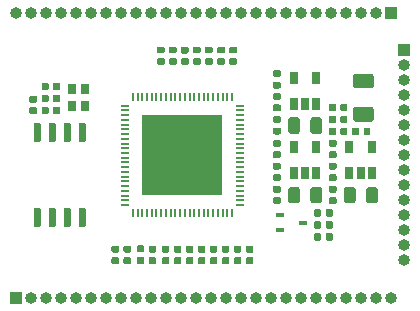
<source format=gbr>
%TF.GenerationSoftware,KiCad,Pcbnew,5.1.5+dfsg1-2build2*%
%TF.CreationDate,2021-03-18T01:20:22+03:00*%
%TF.ProjectId,som_f1c,736f6d5f-6631-4632-9e6b-696361645f70,rev?*%
%TF.SameCoordinates,Original*%
%TF.FileFunction,Soldermask,Top*%
%TF.FilePolarity,Negative*%
%FSLAX46Y46*%
G04 Gerber Fmt 4.6, Leading zero omitted, Abs format (unit mm)*
G04 Created by KiCad (PCBNEW 5.1.5+dfsg1-2build2) date 2021-03-18 01:20:22*
%MOMM*%
%LPD*%
G04 APERTURE LIST*
%ADD10O,1.000000X1.000000*%
%ADD11R,1.000000X1.000000*%
%ADD12R,6.840000X6.840000*%
%ADD13O,0.800000X0.200000*%
%ADD14O,0.200000X0.800000*%
%ADD15C,0.100000*%
%ADD16R,0.700000X0.450000*%
%ADD17R,0.650000X1.060000*%
%ADD18R,0.800000X0.900000*%
G04 APERTURE END LIST*
D10*
%TO.C,J3*%
X210721600Y-105002800D03*
X210721600Y-103732800D03*
X210721600Y-102462800D03*
X210721600Y-101192800D03*
X210721600Y-99922800D03*
X210721600Y-98652800D03*
X210721600Y-97382800D03*
X210721600Y-96112800D03*
X210721600Y-94842800D03*
X210721600Y-93572800D03*
X210721600Y-92302800D03*
X210721600Y-91032800D03*
X210721600Y-89762800D03*
X210721600Y-88492800D03*
D11*
X210721600Y-87222800D03*
%TD*%
D10*
%TO.C,J2*%
X177824200Y-84086200D03*
X179094200Y-84086200D03*
X180364200Y-84086200D03*
X181634200Y-84086200D03*
X182904200Y-84086200D03*
X184174200Y-84086200D03*
X185444200Y-84086200D03*
X186714200Y-84086200D03*
X187984200Y-84086200D03*
X189254200Y-84086200D03*
X190524200Y-84086200D03*
X191794200Y-84086200D03*
X193064200Y-84086200D03*
X194334200Y-84086200D03*
X195604200Y-84086200D03*
X196874200Y-84086200D03*
X198144200Y-84086200D03*
X199414200Y-84086200D03*
X200684200Y-84086200D03*
X201954200Y-84086200D03*
X203224200Y-84086200D03*
X204494200Y-84086200D03*
X205764200Y-84086200D03*
X207034200Y-84086200D03*
X208304200Y-84086200D03*
D11*
X209574200Y-84086200D03*
%TD*%
D10*
%TO.C,J1*%
X209573400Y-108162800D03*
X208303400Y-108162800D03*
X207033400Y-108162800D03*
X205763400Y-108162800D03*
X204493400Y-108162800D03*
X203223400Y-108162800D03*
X201953400Y-108162800D03*
X200683400Y-108162800D03*
X199413400Y-108162800D03*
X198143400Y-108162800D03*
X196873400Y-108162800D03*
X195603400Y-108162800D03*
X194333400Y-108162800D03*
X193063400Y-108162800D03*
X191793400Y-108162800D03*
X190523400Y-108162800D03*
X189253400Y-108162800D03*
X187983400Y-108162800D03*
X186713400Y-108162800D03*
X185443400Y-108162800D03*
X184173400Y-108162800D03*
X182903400Y-108162800D03*
X181633400Y-108162800D03*
X180363400Y-108162800D03*
X179093400Y-108162800D03*
D11*
X177823400Y-108162800D03*
%TD*%
D12*
%TO.C,U5*%
X191922400Y-96113600D03*
D13*
X196822400Y-100313600D03*
X196822400Y-99913600D03*
X196822400Y-99513600D03*
X196822400Y-99113600D03*
X196822400Y-98713600D03*
X196822400Y-98313600D03*
X196822400Y-97913600D03*
X196822400Y-97513600D03*
X196822400Y-97113600D03*
X196822400Y-96713600D03*
X196822400Y-96313600D03*
X196822400Y-95913600D03*
X196822400Y-95513600D03*
X196822400Y-95113600D03*
X196822400Y-94713600D03*
X196822400Y-94313600D03*
X196822400Y-93913600D03*
X196822400Y-93513600D03*
X196822400Y-93113600D03*
X196822400Y-92713600D03*
X196822400Y-92313600D03*
X196822400Y-91913600D03*
D14*
X196122400Y-91213600D03*
X195722400Y-91213600D03*
X195322400Y-91213600D03*
X194922400Y-91213600D03*
X194522400Y-91213600D03*
X194122400Y-91213600D03*
X193722400Y-91213600D03*
X193322400Y-91213600D03*
X192922400Y-91213600D03*
X192522400Y-91213600D03*
X192122400Y-91213600D03*
X191722400Y-91213600D03*
X191322400Y-91213600D03*
X190922400Y-91213600D03*
X190522400Y-91213600D03*
X190122400Y-91213600D03*
X189722400Y-91213600D03*
X189322400Y-91213600D03*
X188922400Y-91213600D03*
X188522400Y-91213600D03*
X188122400Y-91213600D03*
X187722400Y-91213600D03*
D13*
X187022400Y-91913600D03*
X187022400Y-92313600D03*
X187022400Y-92713600D03*
X187022400Y-93113600D03*
X187022400Y-93513600D03*
X187022400Y-93913600D03*
X187022400Y-94313600D03*
X187022400Y-94713600D03*
X187022400Y-95113600D03*
X187022400Y-95513600D03*
X187022400Y-95913600D03*
X187022400Y-96313600D03*
X187022400Y-96713600D03*
X187022400Y-97113600D03*
X187022400Y-97513600D03*
X187022400Y-97913600D03*
X187022400Y-98313600D03*
X187022400Y-98713600D03*
X187022400Y-99113600D03*
X187022400Y-99513600D03*
X187022400Y-99913600D03*
X187022400Y-100313600D03*
D14*
X187722400Y-101013600D03*
X188122400Y-101013600D03*
X188522400Y-101013600D03*
X188922400Y-101013600D03*
X189322400Y-101013600D03*
X189722400Y-101013600D03*
X190122400Y-101013600D03*
X190522400Y-101013600D03*
X190922400Y-101013600D03*
X191322400Y-101013600D03*
X191722400Y-101013600D03*
X192122400Y-101013600D03*
X192522400Y-101013600D03*
X192922400Y-101013600D03*
X193322400Y-101013600D03*
X193722400Y-101013600D03*
X194122400Y-101013600D03*
X194522400Y-101013600D03*
X194922400Y-101013600D03*
X195322400Y-101013600D03*
X195722400Y-101013600D03*
X196122400Y-101013600D03*
%TD*%
D15*
%TO.C,R15*%
G36*
X205754358Y-92739510D02*
G01*
X205768676Y-92741634D01*
X205782717Y-92745151D01*
X205796346Y-92750028D01*
X205809431Y-92756217D01*
X205821847Y-92763658D01*
X205833473Y-92772281D01*
X205844198Y-92782002D01*
X205853919Y-92792727D01*
X205862542Y-92804353D01*
X205869983Y-92816769D01*
X205876172Y-92829854D01*
X205881049Y-92843483D01*
X205884566Y-92857524D01*
X205886690Y-92871842D01*
X205887400Y-92886300D01*
X205887400Y-93231300D01*
X205886690Y-93245758D01*
X205884566Y-93260076D01*
X205881049Y-93274117D01*
X205876172Y-93287746D01*
X205869983Y-93300831D01*
X205862542Y-93313247D01*
X205853919Y-93324873D01*
X205844198Y-93335598D01*
X205833473Y-93345319D01*
X205821847Y-93353942D01*
X205809431Y-93361383D01*
X205796346Y-93367572D01*
X205782717Y-93372449D01*
X205768676Y-93375966D01*
X205754358Y-93378090D01*
X205739900Y-93378800D01*
X205444900Y-93378800D01*
X205430442Y-93378090D01*
X205416124Y-93375966D01*
X205402083Y-93372449D01*
X205388454Y-93367572D01*
X205375369Y-93361383D01*
X205362953Y-93353942D01*
X205351327Y-93345319D01*
X205340602Y-93335598D01*
X205330881Y-93324873D01*
X205322258Y-93313247D01*
X205314817Y-93300831D01*
X205308628Y-93287746D01*
X205303751Y-93274117D01*
X205300234Y-93260076D01*
X205298110Y-93245758D01*
X205297400Y-93231300D01*
X205297400Y-92886300D01*
X205298110Y-92871842D01*
X205300234Y-92857524D01*
X205303751Y-92843483D01*
X205308628Y-92829854D01*
X205314817Y-92816769D01*
X205322258Y-92804353D01*
X205330881Y-92792727D01*
X205340602Y-92782002D01*
X205351327Y-92772281D01*
X205362953Y-92763658D01*
X205375369Y-92756217D01*
X205388454Y-92750028D01*
X205402083Y-92745151D01*
X205416124Y-92741634D01*
X205430442Y-92739510D01*
X205444900Y-92738800D01*
X205739900Y-92738800D01*
X205754358Y-92739510D01*
G37*
G36*
X204784358Y-92739510D02*
G01*
X204798676Y-92741634D01*
X204812717Y-92745151D01*
X204826346Y-92750028D01*
X204839431Y-92756217D01*
X204851847Y-92763658D01*
X204863473Y-92772281D01*
X204874198Y-92782002D01*
X204883919Y-92792727D01*
X204892542Y-92804353D01*
X204899983Y-92816769D01*
X204906172Y-92829854D01*
X204911049Y-92843483D01*
X204914566Y-92857524D01*
X204916690Y-92871842D01*
X204917400Y-92886300D01*
X204917400Y-93231300D01*
X204916690Y-93245758D01*
X204914566Y-93260076D01*
X204911049Y-93274117D01*
X204906172Y-93287746D01*
X204899983Y-93300831D01*
X204892542Y-93313247D01*
X204883919Y-93324873D01*
X204874198Y-93335598D01*
X204863473Y-93345319D01*
X204851847Y-93353942D01*
X204839431Y-93361383D01*
X204826346Y-93367572D01*
X204812717Y-93372449D01*
X204798676Y-93375966D01*
X204784358Y-93378090D01*
X204769900Y-93378800D01*
X204474900Y-93378800D01*
X204460442Y-93378090D01*
X204446124Y-93375966D01*
X204432083Y-93372449D01*
X204418454Y-93367572D01*
X204405369Y-93361383D01*
X204392953Y-93353942D01*
X204381327Y-93345319D01*
X204370602Y-93335598D01*
X204360881Y-93324873D01*
X204352258Y-93313247D01*
X204344817Y-93300831D01*
X204338628Y-93287746D01*
X204333751Y-93274117D01*
X204330234Y-93260076D01*
X204328110Y-93245758D01*
X204327400Y-93231300D01*
X204327400Y-92886300D01*
X204328110Y-92871842D01*
X204330234Y-92857524D01*
X204333751Y-92843483D01*
X204338628Y-92829854D01*
X204344817Y-92816769D01*
X204352258Y-92804353D01*
X204360881Y-92792727D01*
X204370602Y-92782002D01*
X204381327Y-92772281D01*
X204392953Y-92763658D01*
X204405369Y-92756217D01*
X204418454Y-92750028D01*
X204432083Y-92745151D01*
X204446124Y-92741634D01*
X204460442Y-92739510D01*
X204474900Y-92738800D01*
X204769900Y-92738800D01*
X204784358Y-92739510D01*
G37*
%TD*%
%TO.C,D2*%
G36*
X206740158Y-93755510D02*
G01*
X206754476Y-93757634D01*
X206768517Y-93761151D01*
X206782146Y-93766028D01*
X206795231Y-93772217D01*
X206807647Y-93779658D01*
X206819273Y-93788281D01*
X206829998Y-93798002D01*
X206839719Y-93808727D01*
X206848342Y-93820353D01*
X206855783Y-93832769D01*
X206861972Y-93845854D01*
X206866849Y-93859483D01*
X206870366Y-93873524D01*
X206872490Y-93887842D01*
X206873200Y-93902300D01*
X206873200Y-94247300D01*
X206872490Y-94261758D01*
X206870366Y-94276076D01*
X206866849Y-94290117D01*
X206861972Y-94303746D01*
X206855783Y-94316831D01*
X206848342Y-94329247D01*
X206839719Y-94340873D01*
X206829998Y-94351598D01*
X206819273Y-94361319D01*
X206807647Y-94369942D01*
X206795231Y-94377383D01*
X206782146Y-94383572D01*
X206768517Y-94388449D01*
X206754476Y-94391966D01*
X206740158Y-94394090D01*
X206725700Y-94394800D01*
X206430700Y-94394800D01*
X206416242Y-94394090D01*
X206401924Y-94391966D01*
X206387883Y-94388449D01*
X206374254Y-94383572D01*
X206361169Y-94377383D01*
X206348753Y-94369942D01*
X206337127Y-94361319D01*
X206326402Y-94351598D01*
X206316681Y-94340873D01*
X206308058Y-94329247D01*
X206300617Y-94316831D01*
X206294428Y-94303746D01*
X206289551Y-94290117D01*
X206286034Y-94276076D01*
X206283910Y-94261758D01*
X206283200Y-94247300D01*
X206283200Y-93902300D01*
X206283910Y-93887842D01*
X206286034Y-93873524D01*
X206289551Y-93859483D01*
X206294428Y-93845854D01*
X206300617Y-93832769D01*
X206308058Y-93820353D01*
X206316681Y-93808727D01*
X206326402Y-93798002D01*
X206337127Y-93788281D01*
X206348753Y-93779658D01*
X206361169Y-93772217D01*
X206374254Y-93766028D01*
X206387883Y-93761151D01*
X206401924Y-93757634D01*
X206416242Y-93755510D01*
X206430700Y-93754800D01*
X206725700Y-93754800D01*
X206740158Y-93755510D01*
G37*
G36*
X207710158Y-93755510D02*
G01*
X207724476Y-93757634D01*
X207738517Y-93761151D01*
X207752146Y-93766028D01*
X207765231Y-93772217D01*
X207777647Y-93779658D01*
X207789273Y-93788281D01*
X207799998Y-93798002D01*
X207809719Y-93808727D01*
X207818342Y-93820353D01*
X207825783Y-93832769D01*
X207831972Y-93845854D01*
X207836849Y-93859483D01*
X207840366Y-93873524D01*
X207842490Y-93887842D01*
X207843200Y-93902300D01*
X207843200Y-94247300D01*
X207842490Y-94261758D01*
X207840366Y-94276076D01*
X207836849Y-94290117D01*
X207831972Y-94303746D01*
X207825783Y-94316831D01*
X207818342Y-94329247D01*
X207809719Y-94340873D01*
X207799998Y-94351598D01*
X207789273Y-94361319D01*
X207777647Y-94369942D01*
X207765231Y-94377383D01*
X207752146Y-94383572D01*
X207738517Y-94388449D01*
X207724476Y-94391966D01*
X207710158Y-94394090D01*
X207695700Y-94394800D01*
X207400700Y-94394800D01*
X207386242Y-94394090D01*
X207371924Y-94391966D01*
X207357883Y-94388449D01*
X207344254Y-94383572D01*
X207331169Y-94377383D01*
X207318753Y-94369942D01*
X207307127Y-94361319D01*
X207296402Y-94351598D01*
X207286681Y-94340873D01*
X207278058Y-94329247D01*
X207270617Y-94316831D01*
X207264428Y-94303746D01*
X207259551Y-94290117D01*
X207256034Y-94276076D01*
X207253910Y-94261758D01*
X207253200Y-94247300D01*
X207253200Y-93902300D01*
X207253910Y-93887842D01*
X207256034Y-93873524D01*
X207259551Y-93859483D01*
X207264428Y-93845854D01*
X207270617Y-93832769D01*
X207278058Y-93820353D01*
X207286681Y-93808727D01*
X207296402Y-93798002D01*
X207307127Y-93788281D01*
X207318753Y-93779658D01*
X207331169Y-93772217D01*
X207344254Y-93766028D01*
X207357883Y-93761151D01*
X207371924Y-93757634D01*
X207386242Y-93755510D01*
X207400700Y-93754800D01*
X207695700Y-93754800D01*
X207710158Y-93755510D01*
G37*
%TD*%
%TO.C,U4*%
G36*
X183611503Y-100568122D02*
G01*
X183626064Y-100570282D01*
X183640343Y-100573859D01*
X183654203Y-100578818D01*
X183667510Y-100585112D01*
X183680136Y-100592680D01*
X183691959Y-100601448D01*
X183702866Y-100611334D01*
X183712752Y-100622241D01*
X183721520Y-100634064D01*
X183729088Y-100646690D01*
X183735382Y-100659997D01*
X183740341Y-100673857D01*
X183743918Y-100688136D01*
X183746078Y-100702697D01*
X183746800Y-100717400D01*
X183746800Y-102017400D01*
X183746078Y-102032103D01*
X183743918Y-102046664D01*
X183740341Y-102060943D01*
X183735382Y-102074803D01*
X183729088Y-102088110D01*
X183721520Y-102100736D01*
X183712752Y-102112559D01*
X183702866Y-102123466D01*
X183691959Y-102133352D01*
X183680136Y-102142120D01*
X183667510Y-102149688D01*
X183654203Y-102155982D01*
X183640343Y-102160941D01*
X183626064Y-102164518D01*
X183611503Y-102166678D01*
X183596800Y-102167400D01*
X183296800Y-102167400D01*
X183282097Y-102166678D01*
X183267536Y-102164518D01*
X183253257Y-102160941D01*
X183239397Y-102155982D01*
X183226090Y-102149688D01*
X183213464Y-102142120D01*
X183201641Y-102133352D01*
X183190734Y-102123466D01*
X183180848Y-102112559D01*
X183172080Y-102100736D01*
X183164512Y-102088110D01*
X183158218Y-102074803D01*
X183153259Y-102060943D01*
X183149682Y-102046664D01*
X183147522Y-102032103D01*
X183146800Y-102017400D01*
X183146800Y-100717400D01*
X183147522Y-100702697D01*
X183149682Y-100688136D01*
X183153259Y-100673857D01*
X183158218Y-100659997D01*
X183164512Y-100646690D01*
X183172080Y-100634064D01*
X183180848Y-100622241D01*
X183190734Y-100611334D01*
X183201641Y-100601448D01*
X183213464Y-100592680D01*
X183226090Y-100585112D01*
X183239397Y-100578818D01*
X183253257Y-100573859D01*
X183267536Y-100570282D01*
X183282097Y-100568122D01*
X183296800Y-100567400D01*
X183596800Y-100567400D01*
X183611503Y-100568122D01*
G37*
G36*
X182341503Y-100568122D02*
G01*
X182356064Y-100570282D01*
X182370343Y-100573859D01*
X182384203Y-100578818D01*
X182397510Y-100585112D01*
X182410136Y-100592680D01*
X182421959Y-100601448D01*
X182432866Y-100611334D01*
X182442752Y-100622241D01*
X182451520Y-100634064D01*
X182459088Y-100646690D01*
X182465382Y-100659997D01*
X182470341Y-100673857D01*
X182473918Y-100688136D01*
X182476078Y-100702697D01*
X182476800Y-100717400D01*
X182476800Y-102017400D01*
X182476078Y-102032103D01*
X182473918Y-102046664D01*
X182470341Y-102060943D01*
X182465382Y-102074803D01*
X182459088Y-102088110D01*
X182451520Y-102100736D01*
X182442752Y-102112559D01*
X182432866Y-102123466D01*
X182421959Y-102133352D01*
X182410136Y-102142120D01*
X182397510Y-102149688D01*
X182384203Y-102155982D01*
X182370343Y-102160941D01*
X182356064Y-102164518D01*
X182341503Y-102166678D01*
X182326800Y-102167400D01*
X182026800Y-102167400D01*
X182012097Y-102166678D01*
X181997536Y-102164518D01*
X181983257Y-102160941D01*
X181969397Y-102155982D01*
X181956090Y-102149688D01*
X181943464Y-102142120D01*
X181931641Y-102133352D01*
X181920734Y-102123466D01*
X181910848Y-102112559D01*
X181902080Y-102100736D01*
X181894512Y-102088110D01*
X181888218Y-102074803D01*
X181883259Y-102060943D01*
X181879682Y-102046664D01*
X181877522Y-102032103D01*
X181876800Y-102017400D01*
X181876800Y-100717400D01*
X181877522Y-100702697D01*
X181879682Y-100688136D01*
X181883259Y-100673857D01*
X181888218Y-100659997D01*
X181894512Y-100646690D01*
X181902080Y-100634064D01*
X181910848Y-100622241D01*
X181920734Y-100611334D01*
X181931641Y-100601448D01*
X181943464Y-100592680D01*
X181956090Y-100585112D01*
X181969397Y-100578818D01*
X181983257Y-100573859D01*
X181997536Y-100570282D01*
X182012097Y-100568122D01*
X182026800Y-100567400D01*
X182326800Y-100567400D01*
X182341503Y-100568122D01*
G37*
G36*
X181071503Y-100568122D02*
G01*
X181086064Y-100570282D01*
X181100343Y-100573859D01*
X181114203Y-100578818D01*
X181127510Y-100585112D01*
X181140136Y-100592680D01*
X181151959Y-100601448D01*
X181162866Y-100611334D01*
X181172752Y-100622241D01*
X181181520Y-100634064D01*
X181189088Y-100646690D01*
X181195382Y-100659997D01*
X181200341Y-100673857D01*
X181203918Y-100688136D01*
X181206078Y-100702697D01*
X181206800Y-100717400D01*
X181206800Y-102017400D01*
X181206078Y-102032103D01*
X181203918Y-102046664D01*
X181200341Y-102060943D01*
X181195382Y-102074803D01*
X181189088Y-102088110D01*
X181181520Y-102100736D01*
X181172752Y-102112559D01*
X181162866Y-102123466D01*
X181151959Y-102133352D01*
X181140136Y-102142120D01*
X181127510Y-102149688D01*
X181114203Y-102155982D01*
X181100343Y-102160941D01*
X181086064Y-102164518D01*
X181071503Y-102166678D01*
X181056800Y-102167400D01*
X180756800Y-102167400D01*
X180742097Y-102166678D01*
X180727536Y-102164518D01*
X180713257Y-102160941D01*
X180699397Y-102155982D01*
X180686090Y-102149688D01*
X180673464Y-102142120D01*
X180661641Y-102133352D01*
X180650734Y-102123466D01*
X180640848Y-102112559D01*
X180632080Y-102100736D01*
X180624512Y-102088110D01*
X180618218Y-102074803D01*
X180613259Y-102060943D01*
X180609682Y-102046664D01*
X180607522Y-102032103D01*
X180606800Y-102017400D01*
X180606800Y-100717400D01*
X180607522Y-100702697D01*
X180609682Y-100688136D01*
X180613259Y-100673857D01*
X180618218Y-100659997D01*
X180624512Y-100646690D01*
X180632080Y-100634064D01*
X180640848Y-100622241D01*
X180650734Y-100611334D01*
X180661641Y-100601448D01*
X180673464Y-100592680D01*
X180686090Y-100585112D01*
X180699397Y-100578818D01*
X180713257Y-100573859D01*
X180727536Y-100570282D01*
X180742097Y-100568122D01*
X180756800Y-100567400D01*
X181056800Y-100567400D01*
X181071503Y-100568122D01*
G37*
G36*
X179801503Y-100568122D02*
G01*
X179816064Y-100570282D01*
X179830343Y-100573859D01*
X179844203Y-100578818D01*
X179857510Y-100585112D01*
X179870136Y-100592680D01*
X179881959Y-100601448D01*
X179892866Y-100611334D01*
X179902752Y-100622241D01*
X179911520Y-100634064D01*
X179919088Y-100646690D01*
X179925382Y-100659997D01*
X179930341Y-100673857D01*
X179933918Y-100688136D01*
X179936078Y-100702697D01*
X179936800Y-100717400D01*
X179936800Y-102017400D01*
X179936078Y-102032103D01*
X179933918Y-102046664D01*
X179930341Y-102060943D01*
X179925382Y-102074803D01*
X179919088Y-102088110D01*
X179911520Y-102100736D01*
X179902752Y-102112559D01*
X179892866Y-102123466D01*
X179881959Y-102133352D01*
X179870136Y-102142120D01*
X179857510Y-102149688D01*
X179844203Y-102155982D01*
X179830343Y-102160941D01*
X179816064Y-102164518D01*
X179801503Y-102166678D01*
X179786800Y-102167400D01*
X179486800Y-102167400D01*
X179472097Y-102166678D01*
X179457536Y-102164518D01*
X179443257Y-102160941D01*
X179429397Y-102155982D01*
X179416090Y-102149688D01*
X179403464Y-102142120D01*
X179391641Y-102133352D01*
X179380734Y-102123466D01*
X179370848Y-102112559D01*
X179362080Y-102100736D01*
X179354512Y-102088110D01*
X179348218Y-102074803D01*
X179343259Y-102060943D01*
X179339682Y-102046664D01*
X179337522Y-102032103D01*
X179336800Y-102017400D01*
X179336800Y-100717400D01*
X179337522Y-100702697D01*
X179339682Y-100688136D01*
X179343259Y-100673857D01*
X179348218Y-100659997D01*
X179354512Y-100646690D01*
X179362080Y-100634064D01*
X179370848Y-100622241D01*
X179380734Y-100611334D01*
X179391641Y-100601448D01*
X179403464Y-100592680D01*
X179416090Y-100585112D01*
X179429397Y-100578818D01*
X179443257Y-100573859D01*
X179457536Y-100570282D01*
X179472097Y-100568122D01*
X179486800Y-100567400D01*
X179786800Y-100567400D01*
X179801503Y-100568122D01*
G37*
G36*
X179801503Y-93368122D02*
G01*
X179816064Y-93370282D01*
X179830343Y-93373859D01*
X179844203Y-93378818D01*
X179857510Y-93385112D01*
X179870136Y-93392680D01*
X179881959Y-93401448D01*
X179892866Y-93411334D01*
X179902752Y-93422241D01*
X179911520Y-93434064D01*
X179919088Y-93446690D01*
X179925382Y-93459997D01*
X179930341Y-93473857D01*
X179933918Y-93488136D01*
X179936078Y-93502697D01*
X179936800Y-93517400D01*
X179936800Y-94817400D01*
X179936078Y-94832103D01*
X179933918Y-94846664D01*
X179930341Y-94860943D01*
X179925382Y-94874803D01*
X179919088Y-94888110D01*
X179911520Y-94900736D01*
X179902752Y-94912559D01*
X179892866Y-94923466D01*
X179881959Y-94933352D01*
X179870136Y-94942120D01*
X179857510Y-94949688D01*
X179844203Y-94955982D01*
X179830343Y-94960941D01*
X179816064Y-94964518D01*
X179801503Y-94966678D01*
X179786800Y-94967400D01*
X179486800Y-94967400D01*
X179472097Y-94966678D01*
X179457536Y-94964518D01*
X179443257Y-94960941D01*
X179429397Y-94955982D01*
X179416090Y-94949688D01*
X179403464Y-94942120D01*
X179391641Y-94933352D01*
X179380734Y-94923466D01*
X179370848Y-94912559D01*
X179362080Y-94900736D01*
X179354512Y-94888110D01*
X179348218Y-94874803D01*
X179343259Y-94860943D01*
X179339682Y-94846664D01*
X179337522Y-94832103D01*
X179336800Y-94817400D01*
X179336800Y-93517400D01*
X179337522Y-93502697D01*
X179339682Y-93488136D01*
X179343259Y-93473857D01*
X179348218Y-93459997D01*
X179354512Y-93446690D01*
X179362080Y-93434064D01*
X179370848Y-93422241D01*
X179380734Y-93411334D01*
X179391641Y-93401448D01*
X179403464Y-93392680D01*
X179416090Y-93385112D01*
X179429397Y-93378818D01*
X179443257Y-93373859D01*
X179457536Y-93370282D01*
X179472097Y-93368122D01*
X179486800Y-93367400D01*
X179786800Y-93367400D01*
X179801503Y-93368122D01*
G37*
G36*
X181071503Y-93368122D02*
G01*
X181086064Y-93370282D01*
X181100343Y-93373859D01*
X181114203Y-93378818D01*
X181127510Y-93385112D01*
X181140136Y-93392680D01*
X181151959Y-93401448D01*
X181162866Y-93411334D01*
X181172752Y-93422241D01*
X181181520Y-93434064D01*
X181189088Y-93446690D01*
X181195382Y-93459997D01*
X181200341Y-93473857D01*
X181203918Y-93488136D01*
X181206078Y-93502697D01*
X181206800Y-93517400D01*
X181206800Y-94817400D01*
X181206078Y-94832103D01*
X181203918Y-94846664D01*
X181200341Y-94860943D01*
X181195382Y-94874803D01*
X181189088Y-94888110D01*
X181181520Y-94900736D01*
X181172752Y-94912559D01*
X181162866Y-94923466D01*
X181151959Y-94933352D01*
X181140136Y-94942120D01*
X181127510Y-94949688D01*
X181114203Y-94955982D01*
X181100343Y-94960941D01*
X181086064Y-94964518D01*
X181071503Y-94966678D01*
X181056800Y-94967400D01*
X180756800Y-94967400D01*
X180742097Y-94966678D01*
X180727536Y-94964518D01*
X180713257Y-94960941D01*
X180699397Y-94955982D01*
X180686090Y-94949688D01*
X180673464Y-94942120D01*
X180661641Y-94933352D01*
X180650734Y-94923466D01*
X180640848Y-94912559D01*
X180632080Y-94900736D01*
X180624512Y-94888110D01*
X180618218Y-94874803D01*
X180613259Y-94860943D01*
X180609682Y-94846664D01*
X180607522Y-94832103D01*
X180606800Y-94817400D01*
X180606800Y-93517400D01*
X180607522Y-93502697D01*
X180609682Y-93488136D01*
X180613259Y-93473857D01*
X180618218Y-93459997D01*
X180624512Y-93446690D01*
X180632080Y-93434064D01*
X180640848Y-93422241D01*
X180650734Y-93411334D01*
X180661641Y-93401448D01*
X180673464Y-93392680D01*
X180686090Y-93385112D01*
X180699397Y-93378818D01*
X180713257Y-93373859D01*
X180727536Y-93370282D01*
X180742097Y-93368122D01*
X180756800Y-93367400D01*
X181056800Y-93367400D01*
X181071503Y-93368122D01*
G37*
G36*
X182341503Y-93368122D02*
G01*
X182356064Y-93370282D01*
X182370343Y-93373859D01*
X182384203Y-93378818D01*
X182397510Y-93385112D01*
X182410136Y-93392680D01*
X182421959Y-93401448D01*
X182432866Y-93411334D01*
X182442752Y-93422241D01*
X182451520Y-93434064D01*
X182459088Y-93446690D01*
X182465382Y-93459997D01*
X182470341Y-93473857D01*
X182473918Y-93488136D01*
X182476078Y-93502697D01*
X182476800Y-93517400D01*
X182476800Y-94817400D01*
X182476078Y-94832103D01*
X182473918Y-94846664D01*
X182470341Y-94860943D01*
X182465382Y-94874803D01*
X182459088Y-94888110D01*
X182451520Y-94900736D01*
X182442752Y-94912559D01*
X182432866Y-94923466D01*
X182421959Y-94933352D01*
X182410136Y-94942120D01*
X182397510Y-94949688D01*
X182384203Y-94955982D01*
X182370343Y-94960941D01*
X182356064Y-94964518D01*
X182341503Y-94966678D01*
X182326800Y-94967400D01*
X182026800Y-94967400D01*
X182012097Y-94966678D01*
X181997536Y-94964518D01*
X181983257Y-94960941D01*
X181969397Y-94955982D01*
X181956090Y-94949688D01*
X181943464Y-94942120D01*
X181931641Y-94933352D01*
X181920734Y-94923466D01*
X181910848Y-94912559D01*
X181902080Y-94900736D01*
X181894512Y-94888110D01*
X181888218Y-94874803D01*
X181883259Y-94860943D01*
X181879682Y-94846664D01*
X181877522Y-94832103D01*
X181876800Y-94817400D01*
X181876800Y-93517400D01*
X181877522Y-93502697D01*
X181879682Y-93488136D01*
X181883259Y-93473857D01*
X181888218Y-93459997D01*
X181894512Y-93446690D01*
X181902080Y-93434064D01*
X181910848Y-93422241D01*
X181920734Y-93411334D01*
X181931641Y-93401448D01*
X181943464Y-93392680D01*
X181956090Y-93385112D01*
X181969397Y-93378818D01*
X181983257Y-93373859D01*
X181997536Y-93370282D01*
X182012097Y-93368122D01*
X182026800Y-93367400D01*
X182326800Y-93367400D01*
X182341503Y-93368122D01*
G37*
G36*
X183611503Y-93368122D02*
G01*
X183626064Y-93370282D01*
X183640343Y-93373859D01*
X183654203Y-93378818D01*
X183667510Y-93385112D01*
X183680136Y-93392680D01*
X183691959Y-93401448D01*
X183702866Y-93411334D01*
X183712752Y-93422241D01*
X183721520Y-93434064D01*
X183729088Y-93446690D01*
X183735382Y-93459997D01*
X183740341Y-93473857D01*
X183743918Y-93488136D01*
X183746078Y-93502697D01*
X183746800Y-93517400D01*
X183746800Y-94817400D01*
X183746078Y-94832103D01*
X183743918Y-94846664D01*
X183740341Y-94860943D01*
X183735382Y-94874803D01*
X183729088Y-94888110D01*
X183721520Y-94900736D01*
X183712752Y-94912559D01*
X183702866Y-94923466D01*
X183691959Y-94933352D01*
X183680136Y-94942120D01*
X183667510Y-94949688D01*
X183654203Y-94955982D01*
X183640343Y-94960941D01*
X183626064Y-94964518D01*
X183611503Y-94966678D01*
X183596800Y-94967400D01*
X183296800Y-94967400D01*
X183282097Y-94966678D01*
X183267536Y-94964518D01*
X183253257Y-94960941D01*
X183239397Y-94955982D01*
X183226090Y-94949688D01*
X183213464Y-94942120D01*
X183201641Y-94933352D01*
X183190734Y-94923466D01*
X183180848Y-94912559D01*
X183172080Y-94900736D01*
X183164512Y-94888110D01*
X183158218Y-94874803D01*
X183153259Y-94860943D01*
X183149682Y-94846664D01*
X183147522Y-94832103D01*
X183146800Y-94817400D01*
X183146800Y-93517400D01*
X183147522Y-93502697D01*
X183149682Y-93488136D01*
X183153259Y-93473857D01*
X183158218Y-93459997D01*
X183164512Y-93446690D01*
X183172080Y-93434064D01*
X183180848Y-93422241D01*
X183190734Y-93411334D01*
X183201641Y-93401448D01*
X183213464Y-93392680D01*
X183226090Y-93385112D01*
X183239397Y-93378818D01*
X183253257Y-93373859D01*
X183267536Y-93370282D01*
X183282097Y-93368122D01*
X183296800Y-93367400D01*
X183596800Y-93367400D01*
X183611503Y-93368122D01*
G37*
%TD*%
D16*
%TO.C,Q1*%
X202152000Y-101811400D03*
X200152000Y-102461400D03*
X200152000Y-101161400D03*
%TD*%
D17*
%TO.C,U3*%
X201335600Y-95442400D03*
X203235600Y-95442400D03*
X203235600Y-97642400D03*
X202285600Y-97642400D03*
X201335600Y-97642400D03*
%TD*%
%TO.C,U2*%
X201345800Y-89538000D03*
X203245800Y-89538000D03*
X203245800Y-91738000D03*
X202295800Y-91738000D03*
X201345800Y-91738000D03*
%TD*%
%TO.C,U1*%
X206060000Y-95438600D03*
X207960000Y-95438600D03*
X207960000Y-97638600D03*
X207010000Y-97638600D03*
X206060000Y-97638600D03*
%TD*%
D15*
%TO.C,F1*%
G36*
X207888104Y-89203204D02*
G01*
X207912373Y-89206804D01*
X207936171Y-89212765D01*
X207959271Y-89221030D01*
X207981449Y-89231520D01*
X208002493Y-89244133D01*
X208022198Y-89258747D01*
X208040377Y-89275223D01*
X208056853Y-89293402D01*
X208071467Y-89313107D01*
X208084080Y-89334151D01*
X208094570Y-89356329D01*
X208102835Y-89379429D01*
X208108796Y-89403227D01*
X208112396Y-89427496D01*
X208113600Y-89452000D01*
X208113600Y-90202000D01*
X208112396Y-90226504D01*
X208108796Y-90250773D01*
X208102835Y-90274571D01*
X208094570Y-90297671D01*
X208084080Y-90319849D01*
X208071467Y-90340893D01*
X208056853Y-90360598D01*
X208040377Y-90378777D01*
X208022198Y-90395253D01*
X208002493Y-90409867D01*
X207981449Y-90422480D01*
X207959271Y-90432970D01*
X207936171Y-90441235D01*
X207912373Y-90447196D01*
X207888104Y-90450796D01*
X207863600Y-90452000D01*
X206613600Y-90452000D01*
X206589096Y-90450796D01*
X206564827Y-90447196D01*
X206541029Y-90441235D01*
X206517929Y-90432970D01*
X206495751Y-90422480D01*
X206474707Y-90409867D01*
X206455002Y-90395253D01*
X206436823Y-90378777D01*
X206420347Y-90360598D01*
X206405733Y-90340893D01*
X206393120Y-90319849D01*
X206382630Y-90297671D01*
X206374365Y-90274571D01*
X206368404Y-90250773D01*
X206364804Y-90226504D01*
X206363600Y-90202000D01*
X206363600Y-89452000D01*
X206364804Y-89427496D01*
X206368404Y-89403227D01*
X206374365Y-89379429D01*
X206382630Y-89356329D01*
X206393120Y-89334151D01*
X206405733Y-89313107D01*
X206420347Y-89293402D01*
X206436823Y-89275223D01*
X206455002Y-89258747D01*
X206474707Y-89244133D01*
X206495751Y-89231520D01*
X206517929Y-89221030D01*
X206541029Y-89212765D01*
X206564827Y-89206804D01*
X206589096Y-89203204D01*
X206613600Y-89202000D01*
X207863600Y-89202000D01*
X207888104Y-89203204D01*
G37*
G36*
X207888104Y-92003204D02*
G01*
X207912373Y-92006804D01*
X207936171Y-92012765D01*
X207959271Y-92021030D01*
X207981449Y-92031520D01*
X208002493Y-92044133D01*
X208022198Y-92058747D01*
X208040377Y-92075223D01*
X208056853Y-92093402D01*
X208071467Y-92113107D01*
X208084080Y-92134151D01*
X208094570Y-92156329D01*
X208102835Y-92179429D01*
X208108796Y-92203227D01*
X208112396Y-92227496D01*
X208113600Y-92252000D01*
X208113600Y-93002000D01*
X208112396Y-93026504D01*
X208108796Y-93050773D01*
X208102835Y-93074571D01*
X208094570Y-93097671D01*
X208084080Y-93119849D01*
X208071467Y-93140893D01*
X208056853Y-93160598D01*
X208040377Y-93178777D01*
X208022198Y-93195253D01*
X208002493Y-93209867D01*
X207981449Y-93222480D01*
X207959271Y-93232970D01*
X207936171Y-93241235D01*
X207912373Y-93247196D01*
X207888104Y-93250796D01*
X207863600Y-93252000D01*
X206613600Y-93252000D01*
X206589096Y-93250796D01*
X206564827Y-93247196D01*
X206541029Y-93241235D01*
X206517929Y-93232970D01*
X206495751Y-93222480D01*
X206474707Y-93209867D01*
X206455002Y-93195253D01*
X206436823Y-93178777D01*
X206420347Y-93160598D01*
X206405733Y-93140893D01*
X206393120Y-93119849D01*
X206382630Y-93097671D01*
X206374365Y-93074571D01*
X206368404Y-93050773D01*
X206364804Y-93026504D01*
X206363600Y-93002000D01*
X206363600Y-92252000D01*
X206364804Y-92227496D01*
X206368404Y-92203227D01*
X206374365Y-92179429D01*
X206382630Y-92156329D01*
X206393120Y-92134151D01*
X206405733Y-92113107D01*
X206420347Y-92093402D01*
X206436823Y-92075223D01*
X206455002Y-92058747D01*
X206474707Y-92044133D01*
X206495751Y-92031520D01*
X206517929Y-92021030D01*
X206541029Y-92012765D01*
X206564827Y-92006804D01*
X206589096Y-92003204D01*
X206613600Y-92002000D01*
X207863600Y-92002000D01*
X207888104Y-92003204D01*
G37*
%TD*%
D18*
%TO.C,Y1*%
X183632400Y-90509800D03*
X183632400Y-91909800D03*
X182532400Y-91909800D03*
X182532400Y-90509800D03*
%TD*%
D15*
%TO.C,R12*%
G36*
X203534958Y-102696310D02*
G01*
X203549276Y-102698434D01*
X203563317Y-102701951D01*
X203576946Y-102706828D01*
X203590031Y-102713017D01*
X203602447Y-102720458D01*
X203614073Y-102729081D01*
X203624798Y-102738802D01*
X203634519Y-102749527D01*
X203643142Y-102761153D01*
X203650583Y-102773569D01*
X203656772Y-102786654D01*
X203661649Y-102800283D01*
X203665166Y-102814324D01*
X203667290Y-102828642D01*
X203668000Y-102843100D01*
X203668000Y-103188100D01*
X203667290Y-103202558D01*
X203665166Y-103216876D01*
X203661649Y-103230917D01*
X203656772Y-103244546D01*
X203650583Y-103257631D01*
X203643142Y-103270047D01*
X203634519Y-103281673D01*
X203624798Y-103292398D01*
X203614073Y-103302119D01*
X203602447Y-103310742D01*
X203590031Y-103318183D01*
X203576946Y-103324372D01*
X203563317Y-103329249D01*
X203549276Y-103332766D01*
X203534958Y-103334890D01*
X203520500Y-103335600D01*
X203225500Y-103335600D01*
X203211042Y-103334890D01*
X203196724Y-103332766D01*
X203182683Y-103329249D01*
X203169054Y-103324372D01*
X203155969Y-103318183D01*
X203143553Y-103310742D01*
X203131927Y-103302119D01*
X203121202Y-103292398D01*
X203111481Y-103281673D01*
X203102858Y-103270047D01*
X203095417Y-103257631D01*
X203089228Y-103244546D01*
X203084351Y-103230917D01*
X203080834Y-103216876D01*
X203078710Y-103202558D01*
X203078000Y-103188100D01*
X203078000Y-102843100D01*
X203078710Y-102828642D01*
X203080834Y-102814324D01*
X203084351Y-102800283D01*
X203089228Y-102786654D01*
X203095417Y-102773569D01*
X203102858Y-102761153D01*
X203111481Y-102749527D01*
X203121202Y-102738802D01*
X203131927Y-102729081D01*
X203143553Y-102720458D01*
X203155969Y-102713017D01*
X203169054Y-102706828D01*
X203182683Y-102701951D01*
X203196724Y-102698434D01*
X203211042Y-102696310D01*
X203225500Y-102695600D01*
X203520500Y-102695600D01*
X203534958Y-102696310D01*
G37*
G36*
X204504958Y-102696310D02*
G01*
X204519276Y-102698434D01*
X204533317Y-102701951D01*
X204546946Y-102706828D01*
X204560031Y-102713017D01*
X204572447Y-102720458D01*
X204584073Y-102729081D01*
X204594798Y-102738802D01*
X204604519Y-102749527D01*
X204613142Y-102761153D01*
X204620583Y-102773569D01*
X204626772Y-102786654D01*
X204631649Y-102800283D01*
X204635166Y-102814324D01*
X204637290Y-102828642D01*
X204638000Y-102843100D01*
X204638000Y-103188100D01*
X204637290Y-103202558D01*
X204635166Y-103216876D01*
X204631649Y-103230917D01*
X204626772Y-103244546D01*
X204620583Y-103257631D01*
X204613142Y-103270047D01*
X204604519Y-103281673D01*
X204594798Y-103292398D01*
X204584073Y-103302119D01*
X204572447Y-103310742D01*
X204560031Y-103318183D01*
X204546946Y-103324372D01*
X204533317Y-103329249D01*
X204519276Y-103332766D01*
X204504958Y-103334890D01*
X204490500Y-103335600D01*
X204195500Y-103335600D01*
X204181042Y-103334890D01*
X204166724Y-103332766D01*
X204152683Y-103329249D01*
X204139054Y-103324372D01*
X204125969Y-103318183D01*
X204113553Y-103310742D01*
X204101927Y-103302119D01*
X204091202Y-103292398D01*
X204081481Y-103281673D01*
X204072858Y-103270047D01*
X204065417Y-103257631D01*
X204059228Y-103244546D01*
X204054351Y-103230917D01*
X204050834Y-103216876D01*
X204048710Y-103202558D01*
X204048000Y-103188100D01*
X204048000Y-102843100D01*
X204048710Y-102828642D01*
X204050834Y-102814324D01*
X204054351Y-102800283D01*
X204059228Y-102786654D01*
X204065417Y-102773569D01*
X204072858Y-102761153D01*
X204081481Y-102749527D01*
X204091202Y-102738802D01*
X204101927Y-102729081D01*
X204113553Y-102720458D01*
X204125969Y-102713017D01*
X204139054Y-102706828D01*
X204152683Y-102701951D01*
X204166724Y-102698434D01*
X204181042Y-102696310D01*
X204195500Y-102695600D01*
X204490500Y-102695600D01*
X204504958Y-102696310D01*
G37*
%TD*%
%TO.C,L3*%
G36*
X201638842Y-98786174D02*
G01*
X201662503Y-98789684D01*
X201685707Y-98795496D01*
X201708229Y-98803554D01*
X201729853Y-98813782D01*
X201750370Y-98826079D01*
X201769583Y-98840329D01*
X201787307Y-98856393D01*
X201803371Y-98874117D01*
X201817621Y-98893330D01*
X201829918Y-98913847D01*
X201840146Y-98935471D01*
X201848204Y-98957993D01*
X201854016Y-98981197D01*
X201857526Y-99004858D01*
X201858700Y-99028750D01*
X201858700Y-99941250D01*
X201857526Y-99965142D01*
X201854016Y-99988803D01*
X201848204Y-100012007D01*
X201840146Y-100034529D01*
X201829918Y-100056153D01*
X201817621Y-100076670D01*
X201803371Y-100095883D01*
X201787307Y-100113607D01*
X201769583Y-100129671D01*
X201750370Y-100143921D01*
X201729853Y-100156218D01*
X201708229Y-100166446D01*
X201685707Y-100174504D01*
X201662503Y-100180316D01*
X201638842Y-100183826D01*
X201614950Y-100185000D01*
X201127450Y-100185000D01*
X201103558Y-100183826D01*
X201079897Y-100180316D01*
X201056693Y-100174504D01*
X201034171Y-100166446D01*
X201012547Y-100156218D01*
X200992030Y-100143921D01*
X200972817Y-100129671D01*
X200955093Y-100113607D01*
X200939029Y-100095883D01*
X200924779Y-100076670D01*
X200912482Y-100056153D01*
X200902254Y-100034529D01*
X200894196Y-100012007D01*
X200888384Y-99988803D01*
X200884874Y-99965142D01*
X200883700Y-99941250D01*
X200883700Y-99028750D01*
X200884874Y-99004858D01*
X200888384Y-98981197D01*
X200894196Y-98957993D01*
X200902254Y-98935471D01*
X200912482Y-98913847D01*
X200924779Y-98893330D01*
X200939029Y-98874117D01*
X200955093Y-98856393D01*
X200972817Y-98840329D01*
X200992030Y-98826079D01*
X201012547Y-98813782D01*
X201034171Y-98803554D01*
X201056693Y-98795496D01*
X201079897Y-98789684D01*
X201103558Y-98786174D01*
X201127450Y-98785000D01*
X201614950Y-98785000D01*
X201638842Y-98786174D01*
G37*
G36*
X203513842Y-98786174D02*
G01*
X203537503Y-98789684D01*
X203560707Y-98795496D01*
X203583229Y-98803554D01*
X203604853Y-98813782D01*
X203625370Y-98826079D01*
X203644583Y-98840329D01*
X203662307Y-98856393D01*
X203678371Y-98874117D01*
X203692621Y-98893330D01*
X203704918Y-98913847D01*
X203715146Y-98935471D01*
X203723204Y-98957993D01*
X203729016Y-98981197D01*
X203732526Y-99004858D01*
X203733700Y-99028750D01*
X203733700Y-99941250D01*
X203732526Y-99965142D01*
X203729016Y-99988803D01*
X203723204Y-100012007D01*
X203715146Y-100034529D01*
X203704918Y-100056153D01*
X203692621Y-100076670D01*
X203678371Y-100095883D01*
X203662307Y-100113607D01*
X203644583Y-100129671D01*
X203625370Y-100143921D01*
X203604853Y-100156218D01*
X203583229Y-100166446D01*
X203560707Y-100174504D01*
X203537503Y-100180316D01*
X203513842Y-100183826D01*
X203489950Y-100185000D01*
X203002450Y-100185000D01*
X202978558Y-100183826D01*
X202954897Y-100180316D01*
X202931693Y-100174504D01*
X202909171Y-100166446D01*
X202887547Y-100156218D01*
X202867030Y-100143921D01*
X202847817Y-100129671D01*
X202830093Y-100113607D01*
X202814029Y-100095883D01*
X202799779Y-100076670D01*
X202787482Y-100056153D01*
X202777254Y-100034529D01*
X202769196Y-100012007D01*
X202763384Y-99988803D01*
X202759874Y-99965142D01*
X202758700Y-99941250D01*
X202758700Y-99028750D01*
X202759874Y-99004858D01*
X202763384Y-98981197D01*
X202769196Y-98957993D01*
X202777254Y-98935471D01*
X202787482Y-98913847D01*
X202799779Y-98893330D01*
X202814029Y-98874117D01*
X202830093Y-98856393D01*
X202847817Y-98840329D01*
X202867030Y-98826079D01*
X202887547Y-98813782D01*
X202909171Y-98803554D01*
X202931693Y-98795496D01*
X202954897Y-98789684D01*
X202978558Y-98786174D01*
X203002450Y-98785000D01*
X203489950Y-98785000D01*
X203513842Y-98786174D01*
G37*
%TD*%
%TO.C,L2*%
G36*
X201638842Y-92893374D02*
G01*
X201662503Y-92896884D01*
X201685707Y-92902696D01*
X201708229Y-92910754D01*
X201729853Y-92920982D01*
X201750370Y-92933279D01*
X201769583Y-92947529D01*
X201787307Y-92963593D01*
X201803371Y-92981317D01*
X201817621Y-93000530D01*
X201829918Y-93021047D01*
X201840146Y-93042671D01*
X201848204Y-93065193D01*
X201854016Y-93088397D01*
X201857526Y-93112058D01*
X201858700Y-93135950D01*
X201858700Y-94048450D01*
X201857526Y-94072342D01*
X201854016Y-94096003D01*
X201848204Y-94119207D01*
X201840146Y-94141729D01*
X201829918Y-94163353D01*
X201817621Y-94183870D01*
X201803371Y-94203083D01*
X201787307Y-94220807D01*
X201769583Y-94236871D01*
X201750370Y-94251121D01*
X201729853Y-94263418D01*
X201708229Y-94273646D01*
X201685707Y-94281704D01*
X201662503Y-94287516D01*
X201638842Y-94291026D01*
X201614950Y-94292200D01*
X201127450Y-94292200D01*
X201103558Y-94291026D01*
X201079897Y-94287516D01*
X201056693Y-94281704D01*
X201034171Y-94273646D01*
X201012547Y-94263418D01*
X200992030Y-94251121D01*
X200972817Y-94236871D01*
X200955093Y-94220807D01*
X200939029Y-94203083D01*
X200924779Y-94183870D01*
X200912482Y-94163353D01*
X200902254Y-94141729D01*
X200894196Y-94119207D01*
X200888384Y-94096003D01*
X200884874Y-94072342D01*
X200883700Y-94048450D01*
X200883700Y-93135950D01*
X200884874Y-93112058D01*
X200888384Y-93088397D01*
X200894196Y-93065193D01*
X200902254Y-93042671D01*
X200912482Y-93021047D01*
X200924779Y-93000530D01*
X200939029Y-92981317D01*
X200955093Y-92963593D01*
X200972817Y-92947529D01*
X200992030Y-92933279D01*
X201012547Y-92920982D01*
X201034171Y-92910754D01*
X201056693Y-92902696D01*
X201079897Y-92896884D01*
X201103558Y-92893374D01*
X201127450Y-92892200D01*
X201614950Y-92892200D01*
X201638842Y-92893374D01*
G37*
G36*
X203513842Y-92893374D02*
G01*
X203537503Y-92896884D01*
X203560707Y-92902696D01*
X203583229Y-92910754D01*
X203604853Y-92920982D01*
X203625370Y-92933279D01*
X203644583Y-92947529D01*
X203662307Y-92963593D01*
X203678371Y-92981317D01*
X203692621Y-93000530D01*
X203704918Y-93021047D01*
X203715146Y-93042671D01*
X203723204Y-93065193D01*
X203729016Y-93088397D01*
X203732526Y-93112058D01*
X203733700Y-93135950D01*
X203733700Y-94048450D01*
X203732526Y-94072342D01*
X203729016Y-94096003D01*
X203723204Y-94119207D01*
X203715146Y-94141729D01*
X203704918Y-94163353D01*
X203692621Y-94183870D01*
X203678371Y-94203083D01*
X203662307Y-94220807D01*
X203644583Y-94236871D01*
X203625370Y-94251121D01*
X203604853Y-94263418D01*
X203583229Y-94273646D01*
X203560707Y-94281704D01*
X203537503Y-94287516D01*
X203513842Y-94291026D01*
X203489950Y-94292200D01*
X203002450Y-94292200D01*
X202978558Y-94291026D01*
X202954897Y-94287516D01*
X202931693Y-94281704D01*
X202909171Y-94273646D01*
X202887547Y-94263418D01*
X202867030Y-94251121D01*
X202847817Y-94236871D01*
X202830093Y-94220807D01*
X202814029Y-94203083D01*
X202799779Y-94183870D01*
X202787482Y-94163353D01*
X202777254Y-94141729D01*
X202769196Y-94119207D01*
X202763384Y-94096003D01*
X202759874Y-94072342D01*
X202758700Y-94048450D01*
X202758700Y-93135950D01*
X202759874Y-93112058D01*
X202763384Y-93088397D01*
X202769196Y-93065193D01*
X202777254Y-93042671D01*
X202787482Y-93021047D01*
X202799779Y-93000530D01*
X202814029Y-92981317D01*
X202830093Y-92963593D01*
X202847817Y-92947529D01*
X202867030Y-92933279D01*
X202887547Y-92920982D01*
X202909171Y-92910754D01*
X202931693Y-92902696D01*
X202954897Y-92896884D01*
X202978558Y-92893374D01*
X203002450Y-92892200D01*
X203489950Y-92892200D01*
X203513842Y-92893374D01*
G37*
%TD*%
%TO.C,L1*%
G36*
X206363242Y-98786174D02*
G01*
X206386903Y-98789684D01*
X206410107Y-98795496D01*
X206432629Y-98803554D01*
X206454253Y-98813782D01*
X206474770Y-98826079D01*
X206493983Y-98840329D01*
X206511707Y-98856393D01*
X206527771Y-98874117D01*
X206542021Y-98893330D01*
X206554318Y-98913847D01*
X206564546Y-98935471D01*
X206572604Y-98957993D01*
X206578416Y-98981197D01*
X206581926Y-99004858D01*
X206583100Y-99028750D01*
X206583100Y-99941250D01*
X206581926Y-99965142D01*
X206578416Y-99988803D01*
X206572604Y-100012007D01*
X206564546Y-100034529D01*
X206554318Y-100056153D01*
X206542021Y-100076670D01*
X206527771Y-100095883D01*
X206511707Y-100113607D01*
X206493983Y-100129671D01*
X206474770Y-100143921D01*
X206454253Y-100156218D01*
X206432629Y-100166446D01*
X206410107Y-100174504D01*
X206386903Y-100180316D01*
X206363242Y-100183826D01*
X206339350Y-100185000D01*
X205851850Y-100185000D01*
X205827958Y-100183826D01*
X205804297Y-100180316D01*
X205781093Y-100174504D01*
X205758571Y-100166446D01*
X205736947Y-100156218D01*
X205716430Y-100143921D01*
X205697217Y-100129671D01*
X205679493Y-100113607D01*
X205663429Y-100095883D01*
X205649179Y-100076670D01*
X205636882Y-100056153D01*
X205626654Y-100034529D01*
X205618596Y-100012007D01*
X205612784Y-99988803D01*
X205609274Y-99965142D01*
X205608100Y-99941250D01*
X205608100Y-99028750D01*
X205609274Y-99004858D01*
X205612784Y-98981197D01*
X205618596Y-98957993D01*
X205626654Y-98935471D01*
X205636882Y-98913847D01*
X205649179Y-98893330D01*
X205663429Y-98874117D01*
X205679493Y-98856393D01*
X205697217Y-98840329D01*
X205716430Y-98826079D01*
X205736947Y-98813782D01*
X205758571Y-98803554D01*
X205781093Y-98795496D01*
X205804297Y-98789684D01*
X205827958Y-98786174D01*
X205851850Y-98785000D01*
X206339350Y-98785000D01*
X206363242Y-98786174D01*
G37*
G36*
X208238242Y-98786174D02*
G01*
X208261903Y-98789684D01*
X208285107Y-98795496D01*
X208307629Y-98803554D01*
X208329253Y-98813782D01*
X208349770Y-98826079D01*
X208368983Y-98840329D01*
X208386707Y-98856393D01*
X208402771Y-98874117D01*
X208417021Y-98893330D01*
X208429318Y-98913847D01*
X208439546Y-98935471D01*
X208447604Y-98957993D01*
X208453416Y-98981197D01*
X208456926Y-99004858D01*
X208458100Y-99028750D01*
X208458100Y-99941250D01*
X208456926Y-99965142D01*
X208453416Y-99988803D01*
X208447604Y-100012007D01*
X208439546Y-100034529D01*
X208429318Y-100056153D01*
X208417021Y-100076670D01*
X208402771Y-100095883D01*
X208386707Y-100113607D01*
X208368983Y-100129671D01*
X208349770Y-100143921D01*
X208329253Y-100156218D01*
X208307629Y-100166446D01*
X208285107Y-100174504D01*
X208261903Y-100180316D01*
X208238242Y-100183826D01*
X208214350Y-100185000D01*
X207726850Y-100185000D01*
X207702958Y-100183826D01*
X207679297Y-100180316D01*
X207656093Y-100174504D01*
X207633571Y-100166446D01*
X207611947Y-100156218D01*
X207591430Y-100143921D01*
X207572217Y-100129671D01*
X207554493Y-100113607D01*
X207538429Y-100095883D01*
X207524179Y-100076670D01*
X207511882Y-100056153D01*
X207501654Y-100034529D01*
X207493596Y-100012007D01*
X207487784Y-99988803D01*
X207484274Y-99965142D01*
X207483100Y-99941250D01*
X207483100Y-99028750D01*
X207484274Y-99004858D01*
X207487784Y-98981197D01*
X207493596Y-98957993D01*
X207501654Y-98935471D01*
X207511882Y-98913847D01*
X207524179Y-98893330D01*
X207538429Y-98874117D01*
X207554493Y-98856393D01*
X207572217Y-98840329D01*
X207591430Y-98826079D01*
X207611947Y-98813782D01*
X207633571Y-98803554D01*
X207656093Y-98795496D01*
X207679297Y-98789684D01*
X207702958Y-98786174D01*
X207726850Y-98785000D01*
X208214350Y-98785000D01*
X208238242Y-98786174D01*
G37*
%TD*%
%TO.C,R14*%
G36*
X192312558Y-86903910D02*
G01*
X192326876Y-86906034D01*
X192340917Y-86909551D01*
X192354546Y-86914428D01*
X192367631Y-86920617D01*
X192380047Y-86928058D01*
X192391673Y-86936681D01*
X192402398Y-86946402D01*
X192412119Y-86957127D01*
X192420742Y-86968753D01*
X192428183Y-86981169D01*
X192434372Y-86994254D01*
X192439249Y-87007883D01*
X192442766Y-87021924D01*
X192444890Y-87036242D01*
X192445600Y-87050700D01*
X192445600Y-87345700D01*
X192444890Y-87360158D01*
X192442766Y-87374476D01*
X192439249Y-87388517D01*
X192434372Y-87402146D01*
X192428183Y-87415231D01*
X192420742Y-87427647D01*
X192412119Y-87439273D01*
X192402398Y-87449998D01*
X192391673Y-87459719D01*
X192380047Y-87468342D01*
X192367631Y-87475783D01*
X192354546Y-87481972D01*
X192340917Y-87486849D01*
X192326876Y-87490366D01*
X192312558Y-87492490D01*
X192298100Y-87493200D01*
X191953100Y-87493200D01*
X191938642Y-87492490D01*
X191924324Y-87490366D01*
X191910283Y-87486849D01*
X191896654Y-87481972D01*
X191883569Y-87475783D01*
X191871153Y-87468342D01*
X191859527Y-87459719D01*
X191848802Y-87449998D01*
X191839081Y-87439273D01*
X191830458Y-87427647D01*
X191823017Y-87415231D01*
X191816828Y-87402146D01*
X191811951Y-87388517D01*
X191808434Y-87374476D01*
X191806310Y-87360158D01*
X191805600Y-87345700D01*
X191805600Y-87050700D01*
X191806310Y-87036242D01*
X191808434Y-87021924D01*
X191811951Y-87007883D01*
X191816828Y-86994254D01*
X191823017Y-86981169D01*
X191830458Y-86968753D01*
X191839081Y-86957127D01*
X191848802Y-86946402D01*
X191859527Y-86936681D01*
X191871153Y-86928058D01*
X191883569Y-86920617D01*
X191896654Y-86914428D01*
X191910283Y-86909551D01*
X191924324Y-86906034D01*
X191938642Y-86903910D01*
X191953100Y-86903200D01*
X192298100Y-86903200D01*
X192312558Y-86903910D01*
G37*
G36*
X192312558Y-87873910D02*
G01*
X192326876Y-87876034D01*
X192340917Y-87879551D01*
X192354546Y-87884428D01*
X192367631Y-87890617D01*
X192380047Y-87898058D01*
X192391673Y-87906681D01*
X192402398Y-87916402D01*
X192412119Y-87927127D01*
X192420742Y-87938753D01*
X192428183Y-87951169D01*
X192434372Y-87964254D01*
X192439249Y-87977883D01*
X192442766Y-87991924D01*
X192444890Y-88006242D01*
X192445600Y-88020700D01*
X192445600Y-88315700D01*
X192444890Y-88330158D01*
X192442766Y-88344476D01*
X192439249Y-88358517D01*
X192434372Y-88372146D01*
X192428183Y-88385231D01*
X192420742Y-88397647D01*
X192412119Y-88409273D01*
X192402398Y-88419998D01*
X192391673Y-88429719D01*
X192380047Y-88438342D01*
X192367631Y-88445783D01*
X192354546Y-88451972D01*
X192340917Y-88456849D01*
X192326876Y-88460366D01*
X192312558Y-88462490D01*
X192298100Y-88463200D01*
X191953100Y-88463200D01*
X191938642Y-88462490D01*
X191924324Y-88460366D01*
X191910283Y-88456849D01*
X191896654Y-88451972D01*
X191883569Y-88445783D01*
X191871153Y-88438342D01*
X191859527Y-88429719D01*
X191848802Y-88419998D01*
X191839081Y-88409273D01*
X191830458Y-88397647D01*
X191823017Y-88385231D01*
X191816828Y-88372146D01*
X191811951Y-88358517D01*
X191808434Y-88344476D01*
X191806310Y-88330158D01*
X191805600Y-88315700D01*
X191805600Y-88020700D01*
X191806310Y-88006242D01*
X191808434Y-87991924D01*
X191811951Y-87977883D01*
X191816828Y-87964254D01*
X191823017Y-87951169D01*
X191830458Y-87938753D01*
X191839081Y-87927127D01*
X191848802Y-87916402D01*
X191859527Y-87906681D01*
X191871153Y-87898058D01*
X191883569Y-87890617D01*
X191896654Y-87884428D01*
X191910283Y-87879551D01*
X191924324Y-87876034D01*
X191938642Y-87873910D01*
X191953100Y-87873200D01*
X192298100Y-87873200D01*
X192312558Y-87873910D01*
G37*
%TD*%
%TO.C,R13*%
G36*
X193328558Y-86899110D02*
G01*
X193342876Y-86901234D01*
X193356917Y-86904751D01*
X193370546Y-86909628D01*
X193383631Y-86915817D01*
X193396047Y-86923258D01*
X193407673Y-86931881D01*
X193418398Y-86941602D01*
X193428119Y-86952327D01*
X193436742Y-86963953D01*
X193444183Y-86976369D01*
X193450372Y-86989454D01*
X193455249Y-87003083D01*
X193458766Y-87017124D01*
X193460890Y-87031442D01*
X193461600Y-87045900D01*
X193461600Y-87340900D01*
X193460890Y-87355358D01*
X193458766Y-87369676D01*
X193455249Y-87383717D01*
X193450372Y-87397346D01*
X193444183Y-87410431D01*
X193436742Y-87422847D01*
X193428119Y-87434473D01*
X193418398Y-87445198D01*
X193407673Y-87454919D01*
X193396047Y-87463542D01*
X193383631Y-87470983D01*
X193370546Y-87477172D01*
X193356917Y-87482049D01*
X193342876Y-87485566D01*
X193328558Y-87487690D01*
X193314100Y-87488400D01*
X192969100Y-87488400D01*
X192954642Y-87487690D01*
X192940324Y-87485566D01*
X192926283Y-87482049D01*
X192912654Y-87477172D01*
X192899569Y-87470983D01*
X192887153Y-87463542D01*
X192875527Y-87454919D01*
X192864802Y-87445198D01*
X192855081Y-87434473D01*
X192846458Y-87422847D01*
X192839017Y-87410431D01*
X192832828Y-87397346D01*
X192827951Y-87383717D01*
X192824434Y-87369676D01*
X192822310Y-87355358D01*
X192821600Y-87340900D01*
X192821600Y-87045900D01*
X192822310Y-87031442D01*
X192824434Y-87017124D01*
X192827951Y-87003083D01*
X192832828Y-86989454D01*
X192839017Y-86976369D01*
X192846458Y-86963953D01*
X192855081Y-86952327D01*
X192864802Y-86941602D01*
X192875527Y-86931881D01*
X192887153Y-86923258D01*
X192899569Y-86915817D01*
X192912654Y-86909628D01*
X192926283Y-86904751D01*
X192940324Y-86901234D01*
X192954642Y-86899110D01*
X192969100Y-86898400D01*
X193314100Y-86898400D01*
X193328558Y-86899110D01*
G37*
G36*
X193328558Y-87869110D02*
G01*
X193342876Y-87871234D01*
X193356917Y-87874751D01*
X193370546Y-87879628D01*
X193383631Y-87885817D01*
X193396047Y-87893258D01*
X193407673Y-87901881D01*
X193418398Y-87911602D01*
X193428119Y-87922327D01*
X193436742Y-87933953D01*
X193444183Y-87946369D01*
X193450372Y-87959454D01*
X193455249Y-87973083D01*
X193458766Y-87987124D01*
X193460890Y-88001442D01*
X193461600Y-88015900D01*
X193461600Y-88310900D01*
X193460890Y-88325358D01*
X193458766Y-88339676D01*
X193455249Y-88353717D01*
X193450372Y-88367346D01*
X193444183Y-88380431D01*
X193436742Y-88392847D01*
X193428119Y-88404473D01*
X193418398Y-88415198D01*
X193407673Y-88424919D01*
X193396047Y-88433542D01*
X193383631Y-88440983D01*
X193370546Y-88447172D01*
X193356917Y-88452049D01*
X193342876Y-88455566D01*
X193328558Y-88457690D01*
X193314100Y-88458400D01*
X192969100Y-88458400D01*
X192954642Y-88457690D01*
X192940324Y-88455566D01*
X192926283Y-88452049D01*
X192912654Y-88447172D01*
X192899569Y-88440983D01*
X192887153Y-88433542D01*
X192875527Y-88424919D01*
X192864802Y-88415198D01*
X192855081Y-88404473D01*
X192846458Y-88392847D01*
X192839017Y-88380431D01*
X192832828Y-88367346D01*
X192827951Y-88353717D01*
X192824434Y-88339676D01*
X192822310Y-88325358D01*
X192821600Y-88310900D01*
X192821600Y-88015900D01*
X192822310Y-88001442D01*
X192824434Y-87987124D01*
X192827951Y-87973083D01*
X192832828Y-87959454D01*
X192839017Y-87946369D01*
X192846458Y-87933953D01*
X192855081Y-87922327D01*
X192864802Y-87911602D01*
X192875527Y-87901881D01*
X192887153Y-87893258D01*
X192899569Y-87885817D01*
X192912654Y-87879628D01*
X192926283Y-87874751D01*
X192940324Y-87871234D01*
X192954642Y-87869110D01*
X192969100Y-87868400D01*
X193314100Y-87868400D01*
X193328558Y-87869110D01*
G37*
%TD*%
%TO.C,R11*%
G36*
X203534958Y-100664310D02*
G01*
X203549276Y-100666434D01*
X203563317Y-100669951D01*
X203576946Y-100674828D01*
X203590031Y-100681017D01*
X203602447Y-100688458D01*
X203614073Y-100697081D01*
X203624798Y-100706802D01*
X203634519Y-100717527D01*
X203643142Y-100729153D01*
X203650583Y-100741569D01*
X203656772Y-100754654D01*
X203661649Y-100768283D01*
X203665166Y-100782324D01*
X203667290Y-100796642D01*
X203668000Y-100811100D01*
X203668000Y-101156100D01*
X203667290Y-101170558D01*
X203665166Y-101184876D01*
X203661649Y-101198917D01*
X203656772Y-101212546D01*
X203650583Y-101225631D01*
X203643142Y-101238047D01*
X203634519Y-101249673D01*
X203624798Y-101260398D01*
X203614073Y-101270119D01*
X203602447Y-101278742D01*
X203590031Y-101286183D01*
X203576946Y-101292372D01*
X203563317Y-101297249D01*
X203549276Y-101300766D01*
X203534958Y-101302890D01*
X203520500Y-101303600D01*
X203225500Y-101303600D01*
X203211042Y-101302890D01*
X203196724Y-101300766D01*
X203182683Y-101297249D01*
X203169054Y-101292372D01*
X203155969Y-101286183D01*
X203143553Y-101278742D01*
X203131927Y-101270119D01*
X203121202Y-101260398D01*
X203111481Y-101249673D01*
X203102858Y-101238047D01*
X203095417Y-101225631D01*
X203089228Y-101212546D01*
X203084351Y-101198917D01*
X203080834Y-101184876D01*
X203078710Y-101170558D01*
X203078000Y-101156100D01*
X203078000Y-100811100D01*
X203078710Y-100796642D01*
X203080834Y-100782324D01*
X203084351Y-100768283D01*
X203089228Y-100754654D01*
X203095417Y-100741569D01*
X203102858Y-100729153D01*
X203111481Y-100717527D01*
X203121202Y-100706802D01*
X203131927Y-100697081D01*
X203143553Y-100688458D01*
X203155969Y-100681017D01*
X203169054Y-100674828D01*
X203182683Y-100669951D01*
X203196724Y-100666434D01*
X203211042Y-100664310D01*
X203225500Y-100663600D01*
X203520500Y-100663600D01*
X203534958Y-100664310D01*
G37*
G36*
X204504958Y-100664310D02*
G01*
X204519276Y-100666434D01*
X204533317Y-100669951D01*
X204546946Y-100674828D01*
X204560031Y-100681017D01*
X204572447Y-100688458D01*
X204584073Y-100697081D01*
X204594798Y-100706802D01*
X204604519Y-100717527D01*
X204613142Y-100729153D01*
X204620583Y-100741569D01*
X204626772Y-100754654D01*
X204631649Y-100768283D01*
X204635166Y-100782324D01*
X204637290Y-100796642D01*
X204638000Y-100811100D01*
X204638000Y-101156100D01*
X204637290Y-101170558D01*
X204635166Y-101184876D01*
X204631649Y-101198917D01*
X204626772Y-101212546D01*
X204620583Y-101225631D01*
X204613142Y-101238047D01*
X204604519Y-101249673D01*
X204594798Y-101260398D01*
X204584073Y-101270119D01*
X204572447Y-101278742D01*
X204560031Y-101286183D01*
X204546946Y-101292372D01*
X204533317Y-101297249D01*
X204519276Y-101300766D01*
X204504958Y-101302890D01*
X204490500Y-101303600D01*
X204195500Y-101303600D01*
X204181042Y-101302890D01*
X204166724Y-101300766D01*
X204152683Y-101297249D01*
X204139054Y-101292372D01*
X204125969Y-101286183D01*
X204113553Y-101278742D01*
X204101927Y-101270119D01*
X204091202Y-101260398D01*
X204081481Y-101249673D01*
X204072858Y-101238047D01*
X204065417Y-101225631D01*
X204059228Y-101212546D01*
X204054351Y-101198917D01*
X204050834Y-101184876D01*
X204048710Y-101170558D01*
X204048000Y-101156100D01*
X204048000Y-100811100D01*
X204048710Y-100796642D01*
X204050834Y-100782324D01*
X204054351Y-100768283D01*
X204059228Y-100754654D01*
X204065417Y-100741569D01*
X204072858Y-100729153D01*
X204081481Y-100717527D01*
X204091202Y-100706802D01*
X204101927Y-100697081D01*
X204113553Y-100688458D01*
X204125969Y-100681017D01*
X204139054Y-100674828D01*
X204152683Y-100669951D01*
X204166724Y-100666434D01*
X204181042Y-100664310D01*
X204195500Y-100663600D01*
X204490500Y-100663600D01*
X204504958Y-100664310D01*
G37*
%TD*%
%TO.C,R10*%
G36*
X181424358Y-91993910D02*
G01*
X181438676Y-91996034D01*
X181452717Y-91999551D01*
X181466346Y-92004428D01*
X181479431Y-92010617D01*
X181491847Y-92018058D01*
X181503473Y-92026681D01*
X181514198Y-92036402D01*
X181523919Y-92047127D01*
X181532542Y-92058753D01*
X181539983Y-92071169D01*
X181546172Y-92084254D01*
X181551049Y-92097883D01*
X181554566Y-92111924D01*
X181556690Y-92126242D01*
X181557400Y-92140700D01*
X181557400Y-92485700D01*
X181556690Y-92500158D01*
X181554566Y-92514476D01*
X181551049Y-92528517D01*
X181546172Y-92542146D01*
X181539983Y-92555231D01*
X181532542Y-92567647D01*
X181523919Y-92579273D01*
X181514198Y-92589998D01*
X181503473Y-92599719D01*
X181491847Y-92608342D01*
X181479431Y-92615783D01*
X181466346Y-92621972D01*
X181452717Y-92626849D01*
X181438676Y-92630366D01*
X181424358Y-92632490D01*
X181409900Y-92633200D01*
X181114900Y-92633200D01*
X181100442Y-92632490D01*
X181086124Y-92630366D01*
X181072083Y-92626849D01*
X181058454Y-92621972D01*
X181045369Y-92615783D01*
X181032953Y-92608342D01*
X181021327Y-92599719D01*
X181010602Y-92589998D01*
X181000881Y-92579273D01*
X180992258Y-92567647D01*
X180984817Y-92555231D01*
X180978628Y-92542146D01*
X180973751Y-92528517D01*
X180970234Y-92514476D01*
X180968110Y-92500158D01*
X180967400Y-92485700D01*
X180967400Y-92140700D01*
X180968110Y-92126242D01*
X180970234Y-92111924D01*
X180973751Y-92097883D01*
X180978628Y-92084254D01*
X180984817Y-92071169D01*
X180992258Y-92058753D01*
X181000881Y-92047127D01*
X181010602Y-92036402D01*
X181021327Y-92026681D01*
X181032953Y-92018058D01*
X181045369Y-92010617D01*
X181058454Y-92004428D01*
X181072083Y-91999551D01*
X181086124Y-91996034D01*
X181100442Y-91993910D01*
X181114900Y-91993200D01*
X181409900Y-91993200D01*
X181424358Y-91993910D01*
G37*
G36*
X180454358Y-91993910D02*
G01*
X180468676Y-91996034D01*
X180482717Y-91999551D01*
X180496346Y-92004428D01*
X180509431Y-92010617D01*
X180521847Y-92018058D01*
X180533473Y-92026681D01*
X180544198Y-92036402D01*
X180553919Y-92047127D01*
X180562542Y-92058753D01*
X180569983Y-92071169D01*
X180576172Y-92084254D01*
X180581049Y-92097883D01*
X180584566Y-92111924D01*
X180586690Y-92126242D01*
X180587400Y-92140700D01*
X180587400Y-92485700D01*
X180586690Y-92500158D01*
X180584566Y-92514476D01*
X180581049Y-92528517D01*
X180576172Y-92542146D01*
X180569983Y-92555231D01*
X180562542Y-92567647D01*
X180553919Y-92579273D01*
X180544198Y-92589998D01*
X180533473Y-92599719D01*
X180521847Y-92608342D01*
X180509431Y-92615783D01*
X180496346Y-92621972D01*
X180482717Y-92626849D01*
X180468676Y-92630366D01*
X180454358Y-92632490D01*
X180439900Y-92633200D01*
X180144900Y-92633200D01*
X180130442Y-92632490D01*
X180116124Y-92630366D01*
X180102083Y-92626849D01*
X180088454Y-92621972D01*
X180075369Y-92615783D01*
X180062953Y-92608342D01*
X180051327Y-92599719D01*
X180040602Y-92589998D01*
X180030881Y-92579273D01*
X180022258Y-92567647D01*
X180014817Y-92555231D01*
X180008628Y-92542146D01*
X180003751Y-92528517D01*
X180000234Y-92514476D01*
X179998110Y-92500158D01*
X179997400Y-92485700D01*
X179997400Y-92140700D01*
X179998110Y-92126242D01*
X180000234Y-92111924D01*
X180003751Y-92097883D01*
X180008628Y-92084254D01*
X180014817Y-92071169D01*
X180022258Y-92058753D01*
X180030881Y-92047127D01*
X180040602Y-92036402D01*
X180051327Y-92026681D01*
X180062953Y-92018058D01*
X180075369Y-92010617D01*
X180088454Y-92004428D01*
X180102083Y-91999551D01*
X180116124Y-91996034D01*
X180130442Y-91993910D01*
X180144900Y-91993200D01*
X180439900Y-91993200D01*
X180454358Y-91993910D01*
G37*
%TD*%
%TO.C,R9*%
G36*
X187435808Y-103756710D02*
G01*
X187450126Y-103758834D01*
X187464167Y-103762351D01*
X187477796Y-103767228D01*
X187490881Y-103773417D01*
X187503297Y-103780858D01*
X187514923Y-103789481D01*
X187525648Y-103799202D01*
X187535369Y-103809927D01*
X187543992Y-103821553D01*
X187551433Y-103833969D01*
X187557622Y-103847054D01*
X187562499Y-103860683D01*
X187566016Y-103874724D01*
X187568140Y-103889042D01*
X187568850Y-103903500D01*
X187568850Y-104198500D01*
X187568140Y-104212958D01*
X187566016Y-104227276D01*
X187562499Y-104241317D01*
X187557622Y-104254946D01*
X187551433Y-104268031D01*
X187543992Y-104280447D01*
X187535369Y-104292073D01*
X187525648Y-104302798D01*
X187514923Y-104312519D01*
X187503297Y-104321142D01*
X187490881Y-104328583D01*
X187477796Y-104334772D01*
X187464167Y-104339649D01*
X187450126Y-104343166D01*
X187435808Y-104345290D01*
X187421350Y-104346000D01*
X187076350Y-104346000D01*
X187061892Y-104345290D01*
X187047574Y-104343166D01*
X187033533Y-104339649D01*
X187019904Y-104334772D01*
X187006819Y-104328583D01*
X186994403Y-104321142D01*
X186982777Y-104312519D01*
X186972052Y-104302798D01*
X186962331Y-104292073D01*
X186953708Y-104280447D01*
X186946267Y-104268031D01*
X186940078Y-104254946D01*
X186935201Y-104241317D01*
X186931684Y-104227276D01*
X186929560Y-104212958D01*
X186928850Y-104198500D01*
X186928850Y-103903500D01*
X186929560Y-103889042D01*
X186931684Y-103874724D01*
X186935201Y-103860683D01*
X186940078Y-103847054D01*
X186946267Y-103833969D01*
X186953708Y-103821553D01*
X186962331Y-103809927D01*
X186972052Y-103799202D01*
X186982777Y-103789481D01*
X186994403Y-103780858D01*
X187006819Y-103773417D01*
X187019904Y-103767228D01*
X187033533Y-103762351D01*
X187047574Y-103758834D01*
X187061892Y-103756710D01*
X187076350Y-103756000D01*
X187421350Y-103756000D01*
X187435808Y-103756710D01*
G37*
G36*
X187435808Y-104726710D02*
G01*
X187450126Y-104728834D01*
X187464167Y-104732351D01*
X187477796Y-104737228D01*
X187490881Y-104743417D01*
X187503297Y-104750858D01*
X187514923Y-104759481D01*
X187525648Y-104769202D01*
X187535369Y-104779927D01*
X187543992Y-104791553D01*
X187551433Y-104803969D01*
X187557622Y-104817054D01*
X187562499Y-104830683D01*
X187566016Y-104844724D01*
X187568140Y-104859042D01*
X187568850Y-104873500D01*
X187568850Y-105168500D01*
X187568140Y-105182958D01*
X187566016Y-105197276D01*
X187562499Y-105211317D01*
X187557622Y-105224946D01*
X187551433Y-105238031D01*
X187543992Y-105250447D01*
X187535369Y-105262073D01*
X187525648Y-105272798D01*
X187514923Y-105282519D01*
X187503297Y-105291142D01*
X187490881Y-105298583D01*
X187477796Y-105304772D01*
X187464167Y-105309649D01*
X187450126Y-105313166D01*
X187435808Y-105315290D01*
X187421350Y-105316000D01*
X187076350Y-105316000D01*
X187061892Y-105315290D01*
X187047574Y-105313166D01*
X187033533Y-105309649D01*
X187019904Y-105304772D01*
X187006819Y-105298583D01*
X186994403Y-105291142D01*
X186982777Y-105282519D01*
X186972052Y-105272798D01*
X186962331Y-105262073D01*
X186953708Y-105250447D01*
X186946267Y-105238031D01*
X186940078Y-105224946D01*
X186935201Y-105211317D01*
X186931684Y-105197276D01*
X186929560Y-105182958D01*
X186928850Y-105168500D01*
X186928850Y-104873500D01*
X186929560Y-104859042D01*
X186931684Y-104844724D01*
X186935201Y-104830683D01*
X186940078Y-104817054D01*
X186946267Y-104803969D01*
X186953708Y-104791553D01*
X186962331Y-104779927D01*
X186972052Y-104769202D01*
X186982777Y-104759481D01*
X186994403Y-104750858D01*
X187006819Y-104743417D01*
X187019904Y-104737228D01*
X187033533Y-104732351D01*
X187047574Y-104728834D01*
X187061892Y-104726710D01*
X187076350Y-104726000D01*
X187421350Y-104726000D01*
X187435808Y-104726710D01*
G37*
%TD*%
%TO.C,R8*%
G36*
X197799008Y-104731510D02*
G01*
X197813326Y-104733634D01*
X197827367Y-104737151D01*
X197840996Y-104742028D01*
X197854081Y-104748217D01*
X197866497Y-104755658D01*
X197878123Y-104764281D01*
X197888848Y-104774002D01*
X197898569Y-104784727D01*
X197907192Y-104796353D01*
X197914633Y-104808769D01*
X197920822Y-104821854D01*
X197925699Y-104835483D01*
X197929216Y-104849524D01*
X197931340Y-104863842D01*
X197932050Y-104878300D01*
X197932050Y-105173300D01*
X197931340Y-105187758D01*
X197929216Y-105202076D01*
X197925699Y-105216117D01*
X197920822Y-105229746D01*
X197914633Y-105242831D01*
X197907192Y-105255247D01*
X197898569Y-105266873D01*
X197888848Y-105277598D01*
X197878123Y-105287319D01*
X197866497Y-105295942D01*
X197854081Y-105303383D01*
X197840996Y-105309572D01*
X197827367Y-105314449D01*
X197813326Y-105317966D01*
X197799008Y-105320090D01*
X197784550Y-105320800D01*
X197439550Y-105320800D01*
X197425092Y-105320090D01*
X197410774Y-105317966D01*
X197396733Y-105314449D01*
X197383104Y-105309572D01*
X197370019Y-105303383D01*
X197357603Y-105295942D01*
X197345977Y-105287319D01*
X197335252Y-105277598D01*
X197325531Y-105266873D01*
X197316908Y-105255247D01*
X197309467Y-105242831D01*
X197303278Y-105229746D01*
X197298401Y-105216117D01*
X197294884Y-105202076D01*
X197292760Y-105187758D01*
X197292050Y-105173300D01*
X197292050Y-104878300D01*
X197292760Y-104863842D01*
X197294884Y-104849524D01*
X197298401Y-104835483D01*
X197303278Y-104821854D01*
X197309467Y-104808769D01*
X197316908Y-104796353D01*
X197325531Y-104784727D01*
X197335252Y-104774002D01*
X197345977Y-104764281D01*
X197357603Y-104755658D01*
X197370019Y-104748217D01*
X197383104Y-104742028D01*
X197396733Y-104737151D01*
X197410774Y-104733634D01*
X197425092Y-104731510D01*
X197439550Y-104730800D01*
X197784550Y-104730800D01*
X197799008Y-104731510D01*
G37*
G36*
X197799008Y-103761510D02*
G01*
X197813326Y-103763634D01*
X197827367Y-103767151D01*
X197840996Y-103772028D01*
X197854081Y-103778217D01*
X197866497Y-103785658D01*
X197878123Y-103794281D01*
X197888848Y-103804002D01*
X197898569Y-103814727D01*
X197907192Y-103826353D01*
X197914633Y-103838769D01*
X197920822Y-103851854D01*
X197925699Y-103865483D01*
X197929216Y-103879524D01*
X197931340Y-103893842D01*
X197932050Y-103908300D01*
X197932050Y-104203300D01*
X197931340Y-104217758D01*
X197929216Y-104232076D01*
X197925699Y-104246117D01*
X197920822Y-104259746D01*
X197914633Y-104272831D01*
X197907192Y-104285247D01*
X197898569Y-104296873D01*
X197888848Y-104307598D01*
X197878123Y-104317319D01*
X197866497Y-104325942D01*
X197854081Y-104333383D01*
X197840996Y-104339572D01*
X197827367Y-104344449D01*
X197813326Y-104347966D01*
X197799008Y-104350090D01*
X197784550Y-104350800D01*
X197439550Y-104350800D01*
X197425092Y-104350090D01*
X197410774Y-104347966D01*
X197396733Y-104344449D01*
X197383104Y-104339572D01*
X197370019Y-104333383D01*
X197357603Y-104325942D01*
X197345977Y-104317319D01*
X197335252Y-104307598D01*
X197325531Y-104296873D01*
X197316908Y-104285247D01*
X197309467Y-104272831D01*
X197303278Y-104259746D01*
X197298401Y-104246117D01*
X197294884Y-104232076D01*
X197292760Y-104217758D01*
X197292050Y-104203300D01*
X197292050Y-103908300D01*
X197292760Y-103893842D01*
X197294884Y-103879524D01*
X197298401Y-103865483D01*
X197303278Y-103851854D01*
X197309467Y-103838769D01*
X197316908Y-103826353D01*
X197325531Y-103814727D01*
X197335252Y-103804002D01*
X197345977Y-103794281D01*
X197357603Y-103785658D01*
X197370019Y-103778217D01*
X197383104Y-103772028D01*
X197396733Y-103767151D01*
X197410774Y-103763634D01*
X197425092Y-103761510D01*
X197439550Y-103760800D01*
X197784550Y-103760800D01*
X197799008Y-103761510D01*
G37*
%TD*%
%TO.C,R7*%
G36*
X195767008Y-104726710D02*
G01*
X195781326Y-104728834D01*
X195795367Y-104732351D01*
X195808996Y-104737228D01*
X195822081Y-104743417D01*
X195834497Y-104750858D01*
X195846123Y-104759481D01*
X195856848Y-104769202D01*
X195866569Y-104779927D01*
X195875192Y-104791553D01*
X195882633Y-104803969D01*
X195888822Y-104817054D01*
X195893699Y-104830683D01*
X195897216Y-104844724D01*
X195899340Y-104859042D01*
X195900050Y-104873500D01*
X195900050Y-105168500D01*
X195899340Y-105182958D01*
X195897216Y-105197276D01*
X195893699Y-105211317D01*
X195888822Y-105224946D01*
X195882633Y-105238031D01*
X195875192Y-105250447D01*
X195866569Y-105262073D01*
X195856848Y-105272798D01*
X195846123Y-105282519D01*
X195834497Y-105291142D01*
X195822081Y-105298583D01*
X195808996Y-105304772D01*
X195795367Y-105309649D01*
X195781326Y-105313166D01*
X195767008Y-105315290D01*
X195752550Y-105316000D01*
X195407550Y-105316000D01*
X195393092Y-105315290D01*
X195378774Y-105313166D01*
X195364733Y-105309649D01*
X195351104Y-105304772D01*
X195338019Y-105298583D01*
X195325603Y-105291142D01*
X195313977Y-105282519D01*
X195303252Y-105272798D01*
X195293531Y-105262073D01*
X195284908Y-105250447D01*
X195277467Y-105238031D01*
X195271278Y-105224946D01*
X195266401Y-105211317D01*
X195262884Y-105197276D01*
X195260760Y-105182958D01*
X195260050Y-105168500D01*
X195260050Y-104873500D01*
X195260760Y-104859042D01*
X195262884Y-104844724D01*
X195266401Y-104830683D01*
X195271278Y-104817054D01*
X195277467Y-104803969D01*
X195284908Y-104791553D01*
X195293531Y-104779927D01*
X195303252Y-104769202D01*
X195313977Y-104759481D01*
X195325603Y-104750858D01*
X195338019Y-104743417D01*
X195351104Y-104737228D01*
X195364733Y-104732351D01*
X195378774Y-104728834D01*
X195393092Y-104726710D01*
X195407550Y-104726000D01*
X195752550Y-104726000D01*
X195767008Y-104726710D01*
G37*
G36*
X195767008Y-103756710D02*
G01*
X195781326Y-103758834D01*
X195795367Y-103762351D01*
X195808996Y-103767228D01*
X195822081Y-103773417D01*
X195834497Y-103780858D01*
X195846123Y-103789481D01*
X195856848Y-103799202D01*
X195866569Y-103809927D01*
X195875192Y-103821553D01*
X195882633Y-103833969D01*
X195888822Y-103847054D01*
X195893699Y-103860683D01*
X195897216Y-103874724D01*
X195899340Y-103889042D01*
X195900050Y-103903500D01*
X195900050Y-104198500D01*
X195899340Y-104212958D01*
X195897216Y-104227276D01*
X195893699Y-104241317D01*
X195888822Y-104254946D01*
X195882633Y-104268031D01*
X195875192Y-104280447D01*
X195866569Y-104292073D01*
X195856848Y-104302798D01*
X195846123Y-104312519D01*
X195834497Y-104321142D01*
X195822081Y-104328583D01*
X195808996Y-104334772D01*
X195795367Y-104339649D01*
X195781326Y-104343166D01*
X195767008Y-104345290D01*
X195752550Y-104346000D01*
X195407550Y-104346000D01*
X195393092Y-104345290D01*
X195378774Y-104343166D01*
X195364733Y-104339649D01*
X195351104Y-104334772D01*
X195338019Y-104328583D01*
X195325603Y-104321142D01*
X195313977Y-104312519D01*
X195303252Y-104302798D01*
X195293531Y-104292073D01*
X195284908Y-104280447D01*
X195277467Y-104268031D01*
X195271278Y-104254946D01*
X195266401Y-104241317D01*
X195262884Y-104227276D01*
X195260760Y-104212958D01*
X195260050Y-104198500D01*
X195260050Y-103903500D01*
X195260760Y-103889042D01*
X195262884Y-103874724D01*
X195266401Y-103860683D01*
X195271278Y-103847054D01*
X195277467Y-103833969D01*
X195284908Y-103821553D01*
X195293531Y-103809927D01*
X195303252Y-103799202D01*
X195313977Y-103789481D01*
X195325603Y-103780858D01*
X195338019Y-103773417D01*
X195351104Y-103767228D01*
X195364733Y-103762351D01*
X195378774Y-103758834D01*
X195393092Y-103756710D01*
X195407550Y-103756000D01*
X195752550Y-103756000D01*
X195767008Y-103756710D01*
G37*
%TD*%
%TO.C,R6*%
G36*
X200110358Y-96726910D02*
G01*
X200124676Y-96729034D01*
X200138717Y-96732551D01*
X200152346Y-96737428D01*
X200165431Y-96743617D01*
X200177847Y-96751058D01*
X200189473Y-96759681D01*
X200200198Y-96769402D01*
X200209919Y-96780127D01*
X200218542Y-96791753D01*
X200225983Y-96804169D01*
X200232172Y-96817254D01*
X200237049Y-96830883D01*
X200240566Y-96844924D01*
X200242690Y-96859242D01*
X200243400Y-96873700D01*
X200243400Y-97168700D01*
X200242690Y-97183158D01*
X200240566Y-97197476D01*
X200237049Y-97211517D01*
X200232172Y-97225146D01*
X200225983Y-97238231D01*
X200218542Y-97250647D01*
X200209919Y-97262273D01*
X200200198Y-97272998D01*
X200189473Y-97282719D01*
X200177847Y-97291342D01*
X200165431Y-97298783D01*
X200152346Y-97304972D01*
X200138717Y-97309849D01*
X200124676Y-97313366D01*
X200110358Y-97315490D01*
X200095900Y-97316200D01*
X199750900Y-97316200D01*
X199736442Y-97315490D01*
X199722124Y-97313366D01*
X199708083Y-97309849D01*
X199694454Y-97304972D01*
X199681369Y-97298783D01*
X199668953Y-97291342D01*
X199657327Y-97282719D01*
X199646602Y-97272998D01*
X199636881Y-97262273D01*
X199628258Y-97250647D01*
X199620817Y-97238231D01*
X199614628Y-97225146D01*
X199609751Y-97211517D01*
X199606234Y-97197476D01*
X199604110Y-97183158D01*
X199603400Y-97168700D01*
X199603400Y-96873700D01*
X199604110Y-96859242D01*
X199606234Y-96844924D01*
X199609751Y-96830883D01*
X199614628Y-96817254D01*
X199620817Y-96804169D01*
X199628258Y-96791753D01*
X199636881Y-96780127D01*
X199646602Y-96769402D01*
X199657327Y-96759681D01*
X199668953Y-96751058D01*
X199681369Y-96743617D01*
X199694454Y-96737428D01*
X199708083Y-96732551D01*
X199722124Y-96729034D01*
X199736442Y-96726910D01*
X199750900Y-96726200D01*
X200095900Y-96726200D01*
X200110358Y-96726910D01*
G37*
G36*
X200110358Y-97696910D02*
G01*
X200124676Y-97699034D01*
X200138717Y-97702551D01*
X200152346Y-97707428D01*
X200165431Y-97713617D01*
X200177847Y-97721058D01*
X200189473Y-97729681D01*
X200200198Y-97739402D01*
X200209919Y-97750127D01*
X200218542Y-97761753D01*
X200225983Y-97774169D01*
X200232172Y-97787254D01*
X200237049Y-97800883D01*
X200240566Y-97814924D01*
X200242690Y-97829242D01*
X200243400Y-97843700D01*
X200243400Y-98138700D01*
X200242690Y-98153158D01*
X200240566Y-98167476D01*
X200237049Y-98181517D01*
X200232172Y-98195146D01*
X200225983Y-98208231D01*
X200218542Y-98220647D01*
X200209919Y-98232273D01*
X200200198Y-98242998D01*
X200189473Y-98252719D01*
X200177847Y-98261342D01*
X200165431Y-98268783D01*
X200152346Y-98274972D01*
X200138717Y-98279849D01*
X200124676Y-98283366D01*
X200110358Y-98285490D01*
X200095900Y-98286200D01*
X199750900Y-98286200D01*
X199736442Y-98285490D01*
X199722124Y-98283366D01*
X199708083Y-98279849D01*
X199694454Y-98274972D01*
X199681369Y-98268783D01*
X199668953Y-98261342D01*
X199657327Y-98252719D01*
X199646602Y-98242998D01*
X199636881Y-98232273D01*
X199628258Y-98220647D01*
X199620817Y-98208231D01*
X199614628Y-98195146D01*
X199609751Y-98181517D01*
X199606234Y-98167476D01*
X199604110Y-98153158D01*
X199603400Y-98138700D01*
X199603400Y-97843700D01*
X199604110Y-97829242D01*
X199606234Y-97814924D01*
X199609751Y-97800883D01*
X199614628Y-97787254D01*
X199620817Y-97774169D01*
X199628258Y-97761753D01*
X199636881Y-97750127D01*
X199646602Y-97739402D01*
X199657327Y-97729681D01*
X199668953Y-97721058D01*
X199681369Y-97713617D01*
X199694454Y-97707428D01*
X199708083Y-97702551D01*
X199722124Y-97699034D01*
X199736442Y-97696910D01*
X199750900Y-97696200D01*
X200095900Y-97696200D01*
X200110358Y-97696910D01*
G37*
%TD*%
%TO.C,R5*%
G36*
X200110358Y-90829310D02*
G01*
X200124676Y-90831434D01*
X200138717Y-90834951D01*
X200152346Y-90839828D01*
X200165431Y-90846017D01*
X200177847Y-90853458D01*
X200189473Y-90862081D01*
X200200198Y-90871802D01*
X200209919Y-90882527D01*
X200218542Y-90894153D01*
X200225983Y-90906569D01*
X200232172Y-90919654D01*
X200237049Y-90933283D01*
X200240566Y-90947324D01*
X200242690Y-90961642D01*
X200243400Y-90976100D01*
X200243400Y-91271100D01*
X200242690Y-91285558D01*
X200240566Y-91299876D01*
X200237049Y-91313917D01*
X200232172Y-91327546D01*
X200225983Y-91340631D01*
X200218542Y-91353047D01*
X200209919Y-91364673D01*
X200200198Y-91375398D01*
X200189473Y-91385119D01*
X200177847Y-91393742D01*
X200165431Y-91401183D01*
X200152346Y-91407372D01*
X200138717Y-91412249D01*
X200124676Y-91415766D01*
X200110358Y-91417890D01*
X200095900Y-91418600D01*
X199750900Y-91418600D01*
X199736442Y-91417890D01*
X199722124Y-91415766D01*
X199708083Y-91412249D01*
X199694454Y-91407372D01*
X199681369Y-91401183D01*
X199668953Y-91393742D01*
X199657327Y-91385119D01*
X199646602Y-91375398D01*
X199636881Y-91364673D01*
X199628258Y-91353047D01*
X199620817Y-91340631D01*
X199614628Y-91327546D01*
X199609751Y-91313917D01*
X199606234Y-91299876D01*
X199604110Y-91285558D01*
X199603400Y-91271100D01*
X199603400Y-90976100D01*
X199604110Y-90961642D01*
X199606234Y-90947324D01*
X199609751Y-90933283D01*
X199614628Y-90919654D01*
X199620817Y-90906569D01*
X199628258Y-90894153D01*
X199636881Y-90882527D01*
X199646602Y-90871802D01*
X199657327Y-90862081D01*
X199668953Y-90853458D01*
X199681369Y-90846017D01*
X199694454Y-90839828D01*
X199708083Y-90834951D01*
X199722124Y-90831434D01*
X199736442Y-90829310D01*
X199750900Y-90828600D01*
X200095900Y-90828600D01*
X200110358Y-90829310D01*
G37*
G36*
X200110358Y-91799310D02*
G01*
X200124676Y-91801434D01*
X200138717Y-91804951D01*
X200152346Y-91809828D01*
X200165431Y-91816017D01*
X200177847Y-91823458D01*
X200189473Y-91832081D01*
X200200198Y-91841802D01*
X200209919Y-91852527D01*
X200218542Y-91864153D01*
X200225983Y-91876569D01*
X200232172Y-91889654D01*
X200237049Y-91903283D01*
X200240566Y-91917324D01*
X200242690Y-91931642D01*
X200243400Y-91946100D01*
X200243400Y-92241100D01*
X200242690Y-92255558D01*
X200240566Y-92269876D01*
X200237049Y-92283917D01*
X200232172Y-92297546D01*
X200225983Y-92310631D01*
X200218542Y-92323047D01*
X200209919Y-92334673D01*
X200200198Y-92345398D01*
X200189473Y-92355119D01*
X200177847Y-92363742D01*
X200165431Y-92371183D01*
X200152346Y-92377372D01*
X200138717Y-92382249D01*
X200124676Y-92385766D01*
X200110358Y-92387890D01*
X200095900Y-92388600D01*
X199750900Y-92388600D01*
X199736442Y-92387890D01*
X199722124Y-92385766D01*
X199708083Y-92382249D01*
X199694454Y-92377372D01*
X199681369Y-92371183D01*
X199668953Y-92363742D01*
X199657327Y-92355119D01*
X199646602Y-92345398D01*
X199636881Y-92334673D01*
X199628258Y-92323047D01*
X199620817Y-92310631D01*
X199614628Y-92297546D01*
X199609751Y-92283917D01*
X199606234Y-92269876D01*
X199604110Y-92255558D01*
X199603400Y-92241100D01*
X199603400Y-91946100D01*
X199604110Y-91931642D01*
X199606234Y-91917324D01*
X199609751Y-91903283D01*
X199614628Y-91889654D01*
X199620817Y-91876569D01*
X199628258Y-91864153D01*
X199636881Y-91852527D01*
X199646602Y-91841802D01*
X199657327Y-91832081D01*
X199668953Y-91823458D01*
X199681369Y-91816017D01*
X199694454Y-91809828D01*
X199708083Y-91804951D01*
X199722124Y-91801434D01*
X199736442Y-91799310D01*
X199750900Y-91798600D01*
X200095900Y-91798600D01*
X200110358Y-91799310D01*
G37*
%TD*%
%TO.C,R4*%
G36*
X204834758Y-96722110D02*
G01*
X204849076Y-96724234D01*
X204863117Y-96727751D01*
X204876746Y-96732628D01*
X204889831Y-96738817D01*
X204902247Y-96746258D01*
X204913873Y-96754881D01*
X204924598Y-96764602D01*
X204934319Y-96775327D01*
X204942942Y-96786953D01*
X204950383Y-96799369D01*
X204956572Y-96812454D01*
X204961449Y-96826083D01*
X204964966Y-96840124D01*
X204967090Y-96854442D01*
X204967800Y-96868900D01*
X204967800Y-97163900D01*
X204967090Y-97178358D01*
X204964966Y-97192676D01*
X204961449Y-97206717D01*
X204956572Y-97220346D01*
X204950383Y-97233431D01*
X204942942Y-97245847D01*
X204934319Y-97257473D01*
X204924598Y-97268198D01*
X204913873Y-97277919D01*
X204902247Y-97286542D01*
X204889831Y-97293983D01*
X204876746Y-97300172D01*
X204863117Y-97305049D01*
X204849076Y-97308566D01*
X204834758Y-97310690D01*
X204820300Y-97311400D01*
X204475300Y-97311400D01*
X204460842Y-97310690D01*
X204446524Y-97308566D01*
X204432483Y-97305049D01*
X204418854Y-97300172D01*
X204405769Y-97293983D01*
X204393353Y-97286542D01*
X204381727Y-97277919D01*
X204371002Y-97268198D01*
X204361281Y-97257473D01*
X204352658Y-97245847D01*
X204345217Y-97233431D01*
X204339028Y-97220346D01*
X204334151Y-97206717D01*
X204330634Y-97192676D01*
X204328510Y-97178358D01*
X204327800Y-97163900D01*
X204327800Y-96868900D01*
X204328510Y-96854442D01*
X204330634Y-96840124D01*
X204334151Y-96826083D01*
X204339028Y-96812454D01*
X204345217Y-96799369D01*
X204352658Y-96786953D01*
X204361281Y-96775327D01*
X204371002Y-96764602D01*
X204381727Y-96754881D01*
X204393353Y-96746258D01*
X204405769Y-96738817D01*
X204418854Y-96732628D01*
X204432483Y-96727751D01*
X204446524Y-96724234D01*
X204460842Y-96722110D01*
X204475300Y-96721400D01*
X204820300Y-96721400D01*
X204834758Y-96722110D01*
G37*
G36*
X204834758Y-97692110D02*
G01*
X204849076Y-97694234D01*
X204863117Y-97697751D01*
X204876746Y-97702628D01*
X204889831Y-97708817D01*
X204902247Y-97716258D01*
X204913873Y-97724881D01*
X204924598Y-97734602D01*
X204934319Y-97745327D01*
X204942942Y-97756953D01*
X204950383Y-97769369D01*
X204956572Y-97782454D01*
X204961449Y-97796083D01*
X204964966Y-97810124D01*
X204967090Y-97824442D01*
X204967800Y-97838900D01*
X204967800Y-98133900D01*
X204967090Y-98148358D01*
X204964966Y-98162676D01*
X204961449Y-98176717D01*
X204956572Y-98190346D01*
X204950383Y-98203431D01*
X204942942Y-98215847D01*
X204934319Y-98227473D01*
X204924598Y-98238198D01*
X204913873Y-98247919D01*
X204902247Y-98256542D01*
X204889831Y-98263983D01*
X204876746Y-98270172D01*
X204863117Y-98275049D01*
X204849076Y-98278566D01*
X204834758Y-98280690D01*
X204820300Y-98281400D01*
X204475300Y-98281400D01*
X204460842Y-98280690D01*
X204446524Y-98278566D01*
X204432483Y-98275049D01*
X204418854Y-98270172D01*
X204405769Y-98263983D01*
X204393353Y-98256542D01*
X204381727Y-98247919D01*
X204371002Y-98238198D01*
X204361281Y-98227473D01*
X204352658Y-98215847D01*
X204345217Y-98203431D01*
X204339028Y-98190346D01*
X204334151Y-98176717D01*
X204330634Y-98162676D01*
X204328510Y-98148358D01*
X204327800Y-98133900D01*
X204327800Y-97838900D01*
X204328510Y-97824442D01*
X204330634Y-97810124D01*
X204334151Y-97796083D01*
X204339028Y-97782454D01*
X204345217Y-97769369D01*
X204352658Y-97756953D01*
X204361281Y-97745327D01*
X204371002Y-97734602D01*
X204381727Y-97724881D01*
X204393353Y-97716258D01*
X204405769Y-97708817D01*
X204418854Y-97702628D01*
X204432483Y-97697751D01*
X204446524Y-97694234D01*
X204460842Y-97692110D01*
X204475300Y-97691400D01*
X204820300Y-97691400D01*
X204834758Y-97692110D01*
G37*
%TD*%
%TO.C,R3*%
G36*
X200110358Y-94791710D02*
G01*
X200124676Y-94793834D01*
X200138717Y-94797351D01*
X200152346Y-94802228D01*
X200165431Y-94808417D01*
X200177847Y-94815858D01*
X200189473Y-94824481D01*
X200200198Y-94834202D01*
X200209919Y-94844927D01*
X200218542Y-94856553D01*
X200225983Y-94868969D01*
X200232172Y-94882054D01*
X200237049Y-94895683D01*
X200240566Y-94909724D01*
X200242690Y-94924042D01*
X200243400Y-94938500D01*
X200243400Y-95233500D01*
X200242690Y-95247958D01*
X200240566Y-95262276D01*
X200237049Y-95276317D01*
X200232172Y-95289946D01*
X200225983Y-95303031D01*
X200218542Y-95315447D01*
X200209919Y-95327073D01*
X200200198Y-95337798D01*
X200189473Y-95347519D01*
X200177847Y-95356142D01*
X200165431Y-95363583D01*
X200152346Y-95369772D01*
X200138717Y-95374649D01*
X200124676Y-95378166D01*
X200110358Y-95380290D01*
X200095900Y-95381000D01*
X199750900Y-95381000D01*
X199736442Y-95380290D01*
X199722124Y-95378166D01*
X199708083Y-95374649D01*
X199694454Y-95369772D01*
X199681369Y-95363583D01*
X199668953Y-95356142D01*
X199657327Y-95347519D01*
X199646602Y-95337798D01*
X199636881Y-95327073D01*
X199628258Y-95315447D01*
X199620817Y-95303031D01*
X199614628Y-95289946D01*
X199609751Y-95276317D01*
X199606234Y-95262276D01*
X199604110Y-95247958D01*
X199603400Y-95233500D01*
X199603400Y-94938500D01*
X199604110Y-94924042D01*
X199606234Y-94909724D01*
X199609751Y-94895683D01*
X199614628Y-94882054D01*
X199620817Y-94868969D01*
X199628258Y-94856553D01*
X199636881Y-94844927D01*
X199646602Y-94834202D01*
X199657327Y-94824481D01*
X199668953Y-94815858D01*
X199681369Y-94808417D01*
X199694454Y-94802228D01*
X199708083Y-94797351D01*
X199722124Y-94793834D01*
X199736442Y-94791710D01*
X199750900Y-94791000D01*
X200095900Y-94791000D01*
X200110358Y-94791710D01*
G37*
G36*
X200110358Y-95761710D02*
G01*
X200124676Y-95763834D01*
X200138717Y-95767351D01*
X200152346Y-95772228D01*
X200165431Y-95778417D01*
X200177847Y-95785858D01*
X200189473Y-95794481D01*
X200200198Y-95804202D01*
X200209919Y-95814927D01*
X200218542Y-95826553D01*
X200225983Y-95838969D01*
X200232172Y-95852054D01*
X200237049Y-95865683D01*
X200240566Y-95879724D01*
X200242690Y-95894042D01*
X200243400Y-95908500D01*
X200243400Y-96203500D01*
X200242690Y-96217958D01*
X200240566Y-96232276D01*
X200237049Y-96246317D01*
X200232172Y-96259946D01*
X200225983Y-96273031D01*
X200218542Y-96285447D01*
X200209919Y-96297073D01*
X200200198Y-96307798D01*
X200189473Y-96317519D01*
X200177847Y-96326142D01*
X200165431Y-96333583D01*
X200152346Y-96339772D01*
X200138717Y-96344649D01*
X200124676Y-96348166D01*
X200110358Y-96350290D01*
X200095900Y-96351000D01*
X199750900Y-96351000D01*
X199736442Y-96350290D01*
X199722124Y-96348166D01*
X199708083Y-96344649D01*
X199694454Y-96339772D01*
X199681369Y-96333583D01*
X199668953Y-96326142D01*
X199657327Y-96317519D01*
X199646602Y-96307798D01*
X199636881Y-96297073D01*
X199628258Y-96285447D01*
X199620817Y-96273031D01*
X199614628Y-96259946D01*
X199609751Y-96246317D01*
X199606234Y-96232276D01*
X199604110Y-96217958D01*
X199603400Y-96203500D01*
X199603400Y-95908500D01*
X199604110Y-95894042D01*
X199606234Y-95879724D01*
X199609751Y-95865683D01*
X199614628Y-95852054D01*
X199620817Y-95838969D01*
X199628258Y-95826553D01*
X199636881Y-95814927D01*
X199646602Y-95804202D01*
X199657327Y-95794481D01*
X199668953Y-95785858D01*
X199681369Y-95778417D01*
X199694454Y-95772228D01*
X199708083Y-95767351D01*
X199722124Y-95763834D01*
X199736442Y-95761710D01*
X199750900Y-95761000D01*
X200095900Y-95761000D01*
X200110358Y-95761710D01*
G37*
%TD*%
%TO.C,R2*%
G36*
X200110358Y-88898910D02*
G01*
X200124676Y-88901034D01*
X200138717Y-88904551D01*
X200152346Y-88909428D01*
X200165431Y-88915617D01*
X200177847Y-88923058D01*
X200189473Y-88931681D01*
X200200198Y-88941402D01*
X200209919Y-88952127D01*
X200218542Y-88963753D01*
X200225983Y-88976169D01*
X200232172Y-88989254D01*
X200237049Y-89002883D01*
X200240566Y-89016924D01*
X200242690Y-89031242D01*
X200243400Y-89045700D01*
X200243400Y-89340700D01*
X200242690Y-89355158D01*
X200240566Y-89369476D01*
X200237049Y-89383517D01*
X200232172Y-89397146D01*
X200225983Y-89410231D01*
X200218542Y-89422647D01*
X200209919Y-89434273D01*
X200200198Y-89444998D01*
X200189473Y-89454719D01*
X200177847Y-89463342D01*
X200165431Y-89470783D01*
X200152346Y-89476972D01*
X200138717Y-89481849D01*
X200124676Y-89485366D01*
X200110358Y-89487490D01*
X200095900Y-89488200D01*
X199750900Y-89488200D01*
X199736442Y-89487490D01*
X199722124Y-89485366D01*
X199708083Y-89481849D01*
X199694454Y-89476972D01*
X199681369Y-89470783D01*
X199668953Y-89463342D01*
X199657327Y-89454719D01*
X199646602Y-89444998D01*
X199636881Y-89434273D01*
X199628258Y-89422647D01*
X199620817Y-89410231D01*
X199614628Y-89397146D01*
X199609751Y-89383517D01*
X199606234Y-89369476D01*
X199604110Y-89355158D01*
X199603400Y-89340700D01*
X199603400Y-89045700D01*
X199604110Y-89031242D01*
X199606234Y-89016924D01*
X199609751Y-89002883D01*
X199614628Y-88989254D01*
X199620817Y-88976169D01*
X199628258Y-88963753D01*
X199636881Y-88952127D01*
X199646602Y-88941402D01*
X199657327Y-88931681D01*
X199668953Y-88923058D01*
X199681369Y-88915617D01*
X199694454Y-88909428D01*
X199708083Y-88904551D01*
X199722124Y-88901034D01*
X199736442Y-88898910D01*
X199750900Y-88898200D01*
X200095900Y-88898200D01*
X200110358Y-88898910D01*
G37*
G36*
X200110358Y-89868910D02*
G01*
X200124676Y-89871034D01*
X200138717Y-89874551D01*
X200152346Y-89879428D01*
X200165431Y-89885617D01*
X200177847Y-89893058D01*
X200189473Y-89901681D01*
X200200198Y-89911402D01*
X200209919Y-89922127D01*
X200218542Y-89933753D01*
X200225983Y-89946169D01*
X200232172Y-89959254D01*
X200237049Y-89972883D01*
X200240566Y-89986924D01*
X200242690Y-90001242D01*
X200243400Y-90015700D01*
X200243400Y-90310700D01*
X200242690Y-90325158D01*
X200240566Y-90339476D01*
X200237049Y-90353517D01*
X200232172Y-90367146D01*
X200225983Y-90380231D01*
X200218542Y-90392647D01*
X200209919Y-90404273D01*
X200200198Y-90414998D01*
X200189473Y-90424719D01*
X200177847Y-90433342D01*
X200165431Y-90440783D01*
X200152346Y-90446972D01*
X200138717Y-90451849D01*
X200124676Y-90455366D01*
X200110358Y-90457490D01*
X200095900Y-90458200D01*
X199750900Y-90458200D01*
X199736442Y-90457490D01*
X199722124Y-90455366D01*
X199708083Y-90451849D01*
X199694454Y-90446972D01*
X199681369Y-90440783D01*
X199668953Y-90433342D01*
X199657327Y-90424719D01*
X199646602Y-90414998D01*
X199636881Y-90404273D01*
X199628258Y-90392647D01*
X199620817Y-90380231D01*
X199614628Y-90367146D01*
X199609751Y-90353517D01*
X199606234Y-90339476D01*
X199604110Y-90325158D01*
X199603400Y-90310700D01*
X199603400Y-90015700D01*
X199604110Y-90001242D01*
X199606234Y-89986924D01*
X199609751Y-89972883D01*
X199614628Y-89959254D01*
X199620817Y-89946169D01*
X199628258Y-89933753D01*
X199636881Y-89922127D01*
X199646602Y-89911402D01*
X199657327Y-89901681D01*
X199668953Y-89893058D01*
X199681369Y-89885617D01*
X199694454Y-89879428D01*
X199708083Y-89874551D01*
X199722124Y-89871034D01*
X199736442Y-89868910D01*
X199750900Y-89868200D01*
X200095900Y-89868200D01*
X200110358Y-89868910D01*
G37*
%TD*%
%TO.C,R1*%
G36*
X204834758Y-94791710D02*
G01*
X204849076Y-94793834D01*
X204863117Y-94797351D01*
X204876746Y-94802228D01*
X204889831Y-94808417D01*
X204902247Y-94815858D01*
X204913873Y-94824481D01*
X204924598Y-94834202D01*
X204934319Y-94844927D01*
X204942942Y-94856553D01*
X204950383Y-94868969D01*
X204956572Y-94882054D01*
X204961449Y-94895683D01*
X204964966Y-94909724D01*
X204967090Y-94924042D01*
X204967800Y-94938500D01*
X204967800Y-95233500D01*
X204967090Y-95247958D01*
X204964966Y-95262276D01*
X204961449Y-95276317D01*
X204956572Y-95289946D01*
X204950383Y-95303031D01*
X204942942Y-95315447D01*
X204934319Y-95327073D01*
X204924598Y-95337798D01*
X204913873Y-95347519D01*
X204902247Y-95356142D01*
X204889831Y-95363583D01*
X204876746Y-95369772D01*
X204863117Y-95374649D01*
X204849076Y-95378166D01*
X204834758Y-95380290D01*
X204820300Y-95381000D01*
X204475300Y-95381000D01*
X204460842Y-95380290D01*
X204446524Y-95378166D01*
X204432483Y-95374649D01*
X204418854Y-95369772D01*
X204405769Y-95363583D01*
X204393353Y-95356142D01*
X204381727Y-95347519D01*
X204371002Y-95337798D01*
X204361281Y-95327073D01*
X204352658Y-95315447D01*
X204345217Y-95303031D01*
X204339028Y-95289946D01*
X204334151Y-95276317D01*
X204330634Y-95262276D01*
X204328510Y-95247958D01*
X204327800Y-95233500D01*
X204327800Y-94938500D01*
X204328510Y-94924042D01*
X204330634Y-94909724D01*
X204334151Y-94895683D01*
X204339028Y-94882054D01*
X204345217Y-94868969D01*
X204352658Y-94856553D01*
X204361281Y-94844927D01*
X204371002Y-94834202D01*
X204381727Y-94824481D01*
X204393353Y-94815858D01*
X204405769Y-94808417D01*
X204418854Y-94802228D01*
X204432483Y-94797351D01*
X204446524Y-94793834D01*
X204460842Y-94791710D01*
X204475300Y-94791000D01*
X204820300Y-94791000D01*
X204834758Y-94791710D01*
G37*
G36*
X204834758Y-95761710D02*
G01*
X204849076Y-95763834D01*
X204863117Y-95767351D01*
X204876746Y-95772228D01*
X204889831Y-95778417D01*
X204902247Y-95785858D01*
X204913873Y-95794481D01*
X204924598Y-95804202D01*
X204934319Y-95814927D01*
X204942942Y-95826553D01*
X204950383Y-95838969D01*
X204956572Y-95852054D01*
X204961449Y-95865683D01*
X204964966Y-95879724D01*
X204967090Y-95894042D01*
X204967800Y-95908500D01*
X204967800Y-96203500D01*
X204967090Y-96217958D01*
X204964966Y-96232276D01*
X204961449Y-96246317D01*
X204956572Y-96259946D01*
X204950383Y-96273031D01*
X204942942Y-96285447D01*
X204934319Y-96297073D01*
X204924598Y-96307798D01*
X204913873Y-96317519D01*
X204902247Y-96326142D01*
X204889831Y-96333583D01*
X204876746Y-96339772D01*
X204863117Y-96344649D01*
X204849076Y-96348166D01*
X204834758Y-96350290D01*
X204820300Y-96351000D01*
X204475300Y-96351000D01*
X204460842Y-96350290D01*
X204446524Y-96348166D01*
X204432483Y-96344649D01*
X204418854Y-96339772D01*
X204405769Y-96333583D01*
X204393353Y-96326142D01*
X204381727Y-96317519D01*
X204371002Y-96307798D01*
X204361281Y-96297073D01*
X204352658Y-96285447D01*
X204345217Y-96273031D01*
X204339028Y-96259946D01*
X204334151Y-96246317D01*
X204330634Y-96232276D01*
X204328510Y-96217958D01*
X204327800Y-96203500D01*
X204327800Y-95908500D01*
X204328510Y-95894042D01*
X204330634Y-95879724D01*
X204334151Y-95865683D01*
X204339028Y-95852054D01*
X204345217Y-95838969D01*
X204352658Y-95826553D01*
X204361281Y-95814927D01*
X204371002Y-95804202D01*
X204381727Y-95794481D01*
X204393353Y-95785858D01*
X204405769Y-95778417D01*
X204418854Y-95772228D01*
X204432483Y-95767351D01*
X204446524Y-95763834D01*
X204460842Y-95761710D01*
X204475300Y-95761000D01*
X204820300Y-95761000D01*
X204834758Y-95761710D01*
G37*
%TD*%
%TO.C,D1*%
G36*
X203534958Y-101680310D02*
G01*
X203549276Y-101682434D01*
X203563317Y-101685951D01*
X203576946Y-101690828D01*
X203590031Y-101697017D01*
X203602447Y-101704458D01*
X203614073Y-101713081D01*
X203624798Y-101722802D01*
X203634519Y-101733527D01*
X203643142Y-101745153D01*
X203650583Y-101757569D01*
X203656772Y-101770654D01*
X203661649Y-101784283D01*
X203665166Y-101798324D01*
X203667290Y-101812642D01*
X203668000Y-101827100D01*
X203668000Y-102172100D01*
X203667290Y-102186558D01*
X203665166Y-102200876D01*
X203661649Y-102214917D01*
X203656772Y-102228546D01*
X203650583Y-102241631D01*
X203643142Y-102254047D01*
X203634519Y-102265673D01*
X203624798Y-102276398D01*
X203614073Y-102286119D01*
X203602447Y-102294742D01*
X203590031Y-102302183D01*
X203576946Y-102308372D01*
X203563317Y-102313249D01*
X203549276Y-102316766D01*
X203534958Y-102318890D01*
X203520500Y-102319600D01*
X203225500Y-102319600D01*
X203211042Y-102318890D01*
X203196724Y-102316766D01*
X203182683Y-102313249D01*
X203169054Y-102308372D01*
X203155969Y-102302183D01*
X203143553Y-102294742D01*
X203131927Y-102286119D01*
X203121202Y-102276398D01*
X203111481Y-102265673D01*
X203102858Y-102254047D01*
X203095417Y-102241631D01*
X203089228Y-102228546D01*
X203084351Y-102214917D01*
X203080834Y-102200876D01*
X203078710Y-102186558D01*
X203078000Y-102172100D01*
X203078000Y-101827100D01*
X203078710Y-101812642D01*
X203080834Y-101798324D01*
X203084351Y-101784283D01*
X203089228Y-101770654D01*
X203095417Y-101757569D01*
X203102858Y-101745153D01*
X203111481Y-101733527D01*
X203121202Y-101722802D01*
X203131927Y-101713081D01*
X203143553Y-101704458D01*
X203155969Y-101697017D01*
X203169054Y-101690828D01*
X203182683Y-101685951D01*
X203196724Y-101682434D01*
X203211042Y-101680310D01*
X203225500Y-101679600D01*
X203520500Y-101679600D01*
X203534958Y-101680310D01*
G37*
G36*
X204504958Y-101680310D02*
G01*
X204519276Y-101682434D01*
X204533317Y-101685951D01*
X204546946Y-101690828D01*
X204560031Y-101697017D01*
X204572447Y-101704458D01*
X204584073Y-101713081D01*
X204594798Y-101722802D01*
X204604519Y-101733527D01*
X204613142Y-101745153D01*
X204620583Y-101757569D01*
X204626772Y-101770654D01*
X204631649Y-101784283D01*
X204635166Y-101798324D01*
X204637290Y-101812642D01*
X204638000Y-101827100D01*
X204638000Y-102172100D01*
X204637290Y-102186558D01*
X204635166Y-102200876D01*
X204631649Y-102214917D01*
X204626772Y-102228546D01*
X204620583Y-102241631D01*
X204613142Y-102254047D01*
X204604519Y-102265673D01*
X204594798Y-102276398D01*
X204584073Y-102286119D01*
X204572447Y-102294742D01*
X204560031Y-102302183D01*
X204546946Y-102308372D01*
X204533317Y-102313249D01*
X204519276Y-102316766D01*
X204504958Y-102318890D01*
X204490500Y-102319600D01*
X204195500Y-102319600D01*
X204181042Y-102318890D01*
X204166724Y-102316766D01*
X204152683Y-102313249D01*
X204139054Y-102308372D01*
X204125969Y-102302183D01*
X204113553Y-102294742D01*
X204101927Y-102286119D01*
X204091202Y-102276398D01*
X204081481Y-102265673D01*
X204072858Y-102254047D01*
X204065417Y-102241631D01*
X204059228Y-102228546D01*
X204054351Y-102214917D01*
X204050834Y-102200876D01*
X204048710Y-102186558D01*
X204048000Y-102172100D01*
X204048000Y-101827100D01*
X204048710Y-101812642D01*
X204050834Y-101798324D01*
X204054351Y-101784283D01*
X204059228Y-101770654D01*
X204065417Y-101757569D01*
X204072858Y-101745153D01*
X204081481Y-101733527D01*
X204091202Y-101722802D01*
X204101927Y-101713081D01*
X204113553Y-101704458D01*
X204125969Y-101697017D01*
X204139054Y-101690828D01*
X204152683Y-101685951D01*
X204166724Y-101682434D01*
X204181042Y-101680310D01*
X204195500Y-101679600D01*
X204490500Y-101679600D01*
X204504958Y-101680310D01*
G37*
%TD*%
%TO.C,C22*%
G36*
X181424358Y-89961910D02*
G01*
X181438676Y-89964034D01*
X181452717Y-89967551D01*
X181466346Y-89972428D01*
X181479431Y-89978617D01*
X181491847Y-89986058D01*
X181503473Y-89994681D01*
X181514198Y-90004402D01*
X181523919Y-90015127D01*
X181532542Y-90026753D01*
X181539983Y-90039169D01*
X181546172Y-90052254D01*
X181551049Y-90065883D01*
X181554566Y-90079924D01*
X181556690Y-90094242D01*
X181557400Y-90108700D01*
X181557400Y-90453700D01*
X181556690Y-90468158D01*
X181554566Y-90482476D01*
X181551049Y-90496517D01*
X181546172Y-90510146D01*
X181539983Y-90523231D01*
X181532542Y-90535647D01*
X181523919Y-90547273D01*
X181514198Y-90557998D01*
X181503473Y-90567719D01*
X181491847Y-90576342D01*
X181479431Y-90583783D01*
X181466346Y-90589972D01*
X181452717Y-90594849D01*
X181438676Y-90598366D01*
X181424358Y-90600490D01*
X181409900Y-90601200D01*
X181114900Y-90601200D01*
X181100442Y-90600490D01*
X181086124Y-90598366D01*
X181072083Y-90594849D01*
X181058454Y-90589972D01*
X181045369Y-90583783D01*
X181032953Y-90576342D01*
X181021327Y-90567719D01*
X181010602Y-90557998D01*
X181000881Y-90547273D01*
X180992258Y-90535647D01*
X180984817Y-90523231D01*
X180978628Y-90510146D01*
X180973751Y-90496517D01*
X180970234Y-90482476D01*
X180968110Y-90468158D01*
X180967400Y-90453700D01*
X180967400Y-90108700D01*
X180968110Y-90094242D01*
X180970234Y-90079924D01*
X180973751Y-90065883D01*
X180978628Y-90052254D01*
X180984817Y-90039169D01*
X180992258Y-90026753D01*
X181000881Y-90015127D01*
X181010602Y-90004402D01*
X181021327Y-89994681D01*
X181032953Y-89986058D01*
X181045369Y-89978617D01*
X181058454Y-89972428D01*
X181072083Y-89967551D01*
X181086124Y-89964034D01*
X181100442Y-89961910D01*
X181114900Y-89961200D01*
X181409900Y-89961200D01*
X181424358Y-89961910D01*
G37*
G36*
X180454358Y-89961910D02*
G01*
X180468676Y-89964034D01*
X180482717Y-89967551D01*
X180496346Y-89972428D01*
X180509431Y-89978617D01*
X180521847Y-89986058D01*
X180533473Y-89994681D01*
X180544198Y-90004402D01*
X180553919Y-90015127D01*
X180562542Y-90026753D01*
X180569983Y-90039169D01*
X180576172Y-90052254D01*
X180581049Y-90065883D01*
X180584566Y-90079924D01*
X180586690Y-90094242D01*
X180587400Y-90108700D01*
X180587400Y-90453700D01*
X180586690Y-90468158D01*
X180584566Y-90482476D01*
X180581049Y-90496517D01*
X180576172Y-90510146D01*
X180569983Y-90523231D01*
X180562542Y-90535647D01*
X180553919Y-90547273D01*
X180544198Y-90557998D01*
X180533473Y-90567719D01*
X180521847Y-90576342D01*
X180509431Y-90583783D01*
X180496346Y-90589972D01*
X180482717Y-90594849D01*
X180468676Y-90598366D01*
X180454358Y-90600490D01*
X180439900Y-90601200D01*
X180144900Y-90601200D01*
X180130442Y-90600490D01*
X180116124Y-90598366D01*
X180102083Y-90594849D01*
X180088454Y-90589972D01*
X180075369Y-90583783D01*
X180062953Y-90576342D01*
X180051327Y-90567719D01*
X180040602Y-90557998D01*
X180030881Y-90547273D01*
X180022258Y-90535647D01*
X180014817Y-90523231D01*
X180008628Y-90510146D01*
X180003751Y-90496517D01*
X180000234Y-90482476D01*
X179998110Y-90468158D01*
X179997400Y-90453700D01*
X179997400Y-90108700D01*
X179998110Y-90094242D01*
X180000234Y-90079924D01*
X180003751Y-90065883D01*
X180008628Y-90052254D01*
X180014817Y-90039169D01*
X180022258Y-90026753D01*
X180030881Y-90015127D01*
X180040602Y-90004402D01*
X180051327Y-89994681D01*
X180062953Y-89986058D01*
X180075369Y-89978617D01*
X180088454Y-89972428D01*
X180102083Y-89967551D01*
X180116124Y-89964034D01*
X180130442Y-89961910D01*
X180144900Y-89961200D01*
X180439900Y-89961200D01*
X180454358Y-89961910D01*
G37*
%TD*%
%TO.C,C21*%
G36*
X181424358Y-90977910D02*
G01*
X181438676Y-90980034D01*
X181452717Y-90983551D01*
X181466346Y-90988428D01*
X181479431Y-90994617D01*
X181491847Y-91002058D01*
X181503473Y-91010681D01*
X181514198Y-91020402D01*
X181523919Y-91031127D01*
X181532542Y-91042753D01*
X181539983Y-91055169D01*
X181546172Y-91068254D01*
X181551049Y-91081883D01*
X181554566Y-91095924D01*
X181556690Y-91110242D01*
X181557400Y-91124700D01*
X181557400Y-91469700D01*
X181556690Y-91484158D01*
X181554566Y-91498476D01*
X181551049Y-91512517D01*
X181546172Y-91526146D01*
X181539983Y-91539231D01*
X181532542Y-91551647D01*
X181523919Y-91563273D01*
X181514198Y-91573998D01*
X181503473Y-91583719D01*
X181491847Y-91592342D01*
X181479431Y-91599783D01*
X181466346Y-91605972D01*
X181452717Y-91610849D01*
X181438676Y-91614366D01*
X181424358Y-91616490D01*
X181409900Y-91617200D01*
X181114900Y-91617200D01*
X181100442Y-91616490D01*
X181086124Y-91614366D01*
X181072083Y-91610849D01*
X181058454Y-91605972D01*
X181045369Y-91599783D01*
X181032953Y-91592342D01*
X181021327Y-91583719D01*
X181010602Y-91573998D01*
X181000881Y-91563273D01*
X180992258Y-91551647D01*
X180984817Y-91539231D01*
X180978628Y-91526146D01*
X180973751Y-91512517D01*
X180970234Y-91498476D01*
X180968110Y-91484158D01*
X180967400Y-91469700D01*
X180967400Y-91124700D01*
X180968110Y-91110242D01*
X180970234Y-91095924D01*
X180973751Y-91081883D01*
X180978628Y-91068254D01*
X180984817Y-91055169D01*
X180992258Y-91042753D01*
X181000881Y-91031127D01*
X181010602Y-91020402D01*
X181021327Y-91010681D01*
X181032953Y-91002058D01*
X181045369Y-90994617D01*
X181058454Y-90988428D01*
X181072083Y-90983551D01*
X181086124Y-90980034D01*
X181100442Y-90977910D01*
X181114900Y-90977200D01*
X181409900Y-90977200D01*
X181424358Y-90977910D01*
G37*
G36*
X180454358Y-90977910D02*
G01*
X180468676Y-90980034D01*
X180482717Y-90983551D01*
X180496346Y-90988428D01*
X180509431Y-90994617D01*
X180521847Y-91002058D01*
X180533473Y-91010681D01*
X180544198Y-91020402D01*
X180553919Y-91031127D01*
X180562542Y-91042753D01*
X180569983Y-91055169D01*
X180576172Y-91068254D01*
X180581049Y-91081883D01*
X180584566Y-91095924D01*
X180586690Y-91110242D01*
X180587400Y-91124700D01*
X180587400Y-91469700D01*
X180586690Y-91484158D01*
X180584566Y-91498476D01*
X180581049Y-91512517D01*
X180576172Y-91526146D01*
X180569983Y-91539231D01*
X180562542Y-91551647D01*
X180553919Y-91563273D01*
X180544198Y-91573998D01*
X180533473Y-91583719D01*
X180521847Y-91592342D01*
X180509431Y-91599783D01*
X180496346Y-91605972D01*
X180482717Y-91610849D01*
X180468676Y-91614366D01*
X180454358Y-91616490D01*
X180439900Y-91617200D01*
X180144900Y-91617200D01*
X180130442Y-91616490D01*
X180116124Y-91614366D01*
X180102083Y-91610849D01*
X180088454Y-91605972D01*
X180075369Y-91599783D01*
X180062953Y-91592342D01*
X180051327Y-91583719D01*
X180040602Y-91573998D01*
X180030881Y-91563273D01*
X180022258Y-91551647D01*
X180014817Y-91539231D01*
X180008628Y-91526146D01*
X180003751Y-91512517D01*
X180000234Y-91498476D01*
X179998110Y-91484158D01*
X179997400Y-91469700D01*
X179997400Y-91124700D01*
X179998110Y-91110242D01*
X180000234Y-91095924D01*
X180003751Y-91081883D01*
X180008628Y-91068254D01*
X180014817Y-91055169D01*
X180022258Y-91042753D01*
X180030881Y-91031127D01*
X180040602Y-91020402D01*
X180051327Y-91010681D01*
X180062953Y-91002058D01*
X180075369Y-90994617D01*
X180088454Y-90988428D01*
X180102083Y-90983551D01*
X180116124Y-90980034D01*
X180130442Y-90977910D01*
X180144900Y-90977200D01*
X180439900Y-90977200D01*
X180454358Y-90977910D01*
G37*
%TD*%
%TO.C,C20*%
G36*
X190280558Y-87869110D02*
G01*
X190294876Y-87871234D01*
X190308917Y-87874751D01*
X190322546Y-87879628D01*
X190335631Y-87885817D01*
X190348047Y-87893258D01*
X190359673Y-87901881D01*
X190370398Y-87911602D01*
X190380119Y-87922327D01*
X190388742Y-87933953D01*
X190396183Y-87946369D01*
X190402372Y-87959454D01*
X190407249Y-87973083D01*
X190410766Y-87987124D01*
X190412890Y-88001442D01*
X190413600Y-88015900D01*
X190413600Y-88310900D01*
X190412890Y-88325358D01*
X190410766Y-88339676D01*
X190407249Y-88353717D01*
X190402372Y-88367346D01*
X190396183Y-88380431D01*
X190388742Y-88392847D01*
X190380119Y-88404473D01*
X190370398Y-88415198D01*
X190359673Y-88424919D01*
X190348047Y-88433542D01*
X190335631Y-88440983D01*
X190322546Y-88447172D01*
X190308917Y-88452049D01*
X190294876Y-88455566D01*
X190280558Y-88457690D01*
X190266100Y-88458400D01*
X189921100Y-88458400D01*
X189906642Y-88457690D01*
X189892324Y-88455566D01*
X189878283Y-88452049D01*
X189864654Y-88447172D01*
X189851569Y-88440983D01*
X189839153Y-88433542D01*
X189827527Y-88424919D01*
X189816802Y-88415198D01*
X189807081Y-88404473D01*
X189798458Y-88392847D01*
X189791017Y-88380431D01*
X189784828Y-88367346D01*
X189779951Y-88353717D01*
X189776434Y-88339676D01*
X189774310Y-88325358D01*
X189773600Y-88310900D01*
X189773600Y-88015900D01*
X189774310Y-88001442D01*
X189776434Y-87987124D01*
X189779951Y-87973083D01*
X189784828Y-87959454D01*
X189791017Y-87946369D01*
X189798458Y-87933953D01*
X189807081Y-87922327D01*
X189816802Y-87911602D01*
X189827527Y-87901881D01*
X189839153Y-87893258D01*
X189851569Y-87885817D01*
X189864654Y-87879628D01*
X189878283Y-87874751D01*
X189892324Y-87871234D01*
X189906642Y-87869110D01*
X189921100Y-87868400D01*
X190266100Y-87868400D01*
X190280558Y-87869110D01*
G37*
G36*
X190280558Y-86899110D02*
G01*
X190294876Y-86901234D01*
X190308917Y-86904751D01*
X190322546Y-86909628D01*
X190335631Y-86915817D01*
X190348047Y-86923258D01*
X190359673Y-86931881D01*
X190370398Y-86941602D01*
X190380119Y-86952327D01*
X190388742Y-86963953D01*
X190396183Y-86976369D01*
X190402372Y-86989454D01*
X190407249Y-87003083D01*
X190410766Y-87017124D01*
X190412890Y-87031442D01*
X190413600Y-87045900D01*
X190413600Y-87340900D01*
X190412890Y-87355358D01*
X190410766Y-87369676D01*
X190407249Y-87383717D01*
X190402372Y-87397346D01*
X190396183Y-87410431D01*
X190388742Y-87422847D01*
X190380119Y-87434473D01*
X190370398Y-87445198D01*
X190359673Y-87454919D01*
X190348047Y-87463542D01*
X190335631Y-87470983D01*
X190322546Y-87477172D01*
X190308917Y-87482049D01*
X190294876Y-87485566D01*
X190280558Y-87487690D01*
X190266100Y-87488400D01*
X189921100Y-87488400D01*
X189906642Y-87487690D01*
X189892324Y-87485566D01*
X189878283Y-87482049D01*
X189864654Y-87477172D01*
X189851569Y-87470983D01*
X189839153Y-87463542D01*
X189827527Y-87454919D01*
X189816802Y-87445198D01*
X189807081Y-87434473D01*
X189798458Y-87422847D01*
X189791017Y-87410431D01*
X189784828Y-87397346D01*
X189779951Y-87383717D01*
X189776434Y-87369676D01*
X189774310Y-87355358D01*
X189773600Y-87340900D01*
X189773600Y-87045900D01*
X189774310Y-87031442D01*
X189776434Y-87017124D01*
X189779951Y-87003083D01*
X189784828Y-86989454D01*
X189791017Y-86976369D01*
X189798458Y-86963953D01*
X189807081Y-86952327D01*
X189816802Y-86941602D01*
X189827527Y-86931881D01*
X189839153Y-86923258D01*
X189851569Y-86915817D01*
X189864654Y-86909628D01*
X189878283Y-86904751D01*
X189892324Y-86901234D01*
X189906642Y-86899110D01*
X189921100Y-86898400D01*
X190266100Y-86898400D01*
X190280558Y-86899110D01*
G37*
%TD*%
%TO.C,C19*%
G36*
X191296558Y-86899110D02*
G01*
X191310876Y-86901234D01*
X191324917Y-86904751D01*
X191338546Y-86909628D01*
X191351631Y-86915817D01*
X191364047Y-86923258D01*
X191375673Y-86931881D01*
X191386398Y-86941602D01*
X191396119Y-86952327D01*
X191404742Y-86963953D01*
X191412183Y-86976369D01*
X191418372Y-86989454D01*
X191423249Y-87003083D01*
X191426766Y-87017124D01*
X191428890Y-87031442D01*
X191429600Y-87045900D01*
X191429600Y-87340900D01*
X191428890Y-87355358D01*
X191426766Y-87369676D01*
X191423249Y-87383717D01*
X191418372Y-87397346D01*
X191412183Y-87410431D01*
X191404742Y-87422847D01*
X191396119Y-87434473D01*
X191386398Y-87445198D01*
X191375673Y-87454919D01*
X191364047Y-87463542D01*
X191351631Y-87470983D01*
X191338546Y-87477172D01*
X191324917Y-87482049D01*
X191310876Y-87485566D01*
X191296558Y-87487690D01*
X191282100Y-87488400D01*
X190937100Y-87488400D01*
X190922642Y-87487690D01*
X190908324Y-87485566D01*
X190894283Y-87482049D01*
X190880654Y-87477172D01*
X190867569Y-87470983D01*
X190855153Y-87463542D01*
X190843527Y-87454919D01*
X190832802Y-87445198D01*
X190823081Y-87434473D01*
X190814458Y-87422847D01*
X190807017Y-87410431D01*
X190800828Y-87397346D01*
X190795951Y-87383717D01*
X190792434Y-87369676D01*
X190790310Y-87355358D01*
X190789600Y-87340900D01*
X190789600Y-87045900D01*
X190790310Y-87031442D01*
X190792434Y-87017124D01*
X190795951Y-87003083D01*
X190800828Y-86989454D01*
X190807017Y-86976369D01*
X190814458Y-86963953D01*
X190823081Y-86952327D01*
X190832802Y-86941602D01*
X190843527Y-86931881D01*
X190855153Y-86923258D01*
X190867569Y-86915817D01*
X190880654Y-86909628D01*
X190894283Y-86904751D01*
X190908324Y-86901234D01*
X190922642Y-86899110D01*
X190937100Y-86898400D01*
X191282100Y-86898400D01*
X191296558Y-86899110D01*
G37*
G36*
X191296558Y-87869110D02*
G01*
X191310876Y-87871234D01*
X191324917Y-87874751D01*
X191338546Y-87879628D01*
X191351631Y-87885817D01*
X191364047Y-87893258D01*
X191375673Y-87901881D01*
X191386398Y-87911602D01*
X191396119Y-87922327D01*
X191404742Y-87933953D01*
X191412183Y-87946369D01*
X191418372Y-87959454D01*
X191423249Y-87973083D01*
X191426766Y-87987124D01*
X191428890Y-88001442D01*
X191429600Y-88015900D01*
X191429600Y-88310900D01*
X191428890Y-88325358D01*
X191426766Y-88339676D01*
X191423249Y-88353717D01*
X191418372Y-88367346D01*
X191412183Y-88380431D01*
X191404742Y-88392847D01*
X191396119Y-88404473D01*
X191386398Y-88415198D01*
X191375673Y-88424919D01*
X191364047Y-88433542D01*
X191351631Y-88440983D01*
X191338546Y-88447172D01*
X191324917Y-88452049D01*
X191310876Y-88455566D01*
X191296558Y-88457690D01*
X191282100Y-88458400D01*
X190937100Y-88458400D01*
X190922642Y-88457690D01*
X190908324Y-88455566D01*
X190894283Y-88452049D01*
X190880654Y-88447172D01*
X190867569Y-88440983D01*
X190855153Y-88433542D01*
X190843527Y-88424919D01*
X190832802Y-88415198D01*
X190823081Y-88404473D01*
X190814458Y-88392847D01*
X190807017Y-88380431D01*
X190800828Y-88367346D01*
X190795951Y-88353717D01*
X190792434Y-88339676D01*
X190790310Y-88325358D01*
X190789600Y-88310900D01*
X190789600Y-88015900D01*
X190790310Y-88001442D01*
X190792434Y-87987124D01*
X190795951Y-87973083D01*
X190800828Y-87959454D01*
X190807017Y-87946369D01*
X190814458Y-87933953D01*
X190823081Y-87922327D01*
X190832802Y-87911602D01*
X190843527Y-87901881D01*
X190855153Y-87893258D01*
X190867569Y-87885817D01*
X190880654Y-87879628D01*
X190894283Y-87874751D01*
X190908324Y-87871234D01*
X190922642Y-87869110D01*
X190937100Y-87868400D01*
X191282100Y-87868400D01*
X191296558Y-87869110D01*
G37*
%TD*%
%TO.C,C18*%
G36*
X188553358Y-103744110D02*
G01*
X188567676Y-103746234D01*
X188581717Y-103749751D01*
X188595346Y-103754628D01*
X188608431Y-103760817D01*
X188620847Y-103768258D01*
X188632473Y-103776881D01*
X188643198Y-103786602D01*
X188652919Y-103797327D01*
X188661542Y-103808953D01*
X188668983Y-103821369D01*
X188675172Y-103834454D01*
X188680049Y-103848083D01*
X188683566Y-103862124D01*
X188685690Y-103876442D01*
X188686400Y-103890900D01*
X188686400Y-104185900D01*
X188685690Y-104200358D01*
X188683566Y-104214676D01*
X188680049Y-104228717D01*
X188675172Y-104242346D01*
X188668983Y-104255431D01*
X188661542Y-104267847D01*
X188652919Y-104279473D01*
X188643198Y-104290198D01*
X188632473Y-104299919D01*
X188620847Y-104308542D01*
X188608431Y-104315983D01*
X188595346Y-104322172D01*
X188581717Y-104327049D01*
X188567676Y-104330566D01*
X188553358Y-104332690D01*
X188538900Y-104333400D01*
X188193900Y-104333400D01*
X188179442Y-104332690D01*
X188165124Y-104330566D01*
X188151083Y-104327049D01*
X188137454Y-104322172D01*
X188124369Y-104315983D01*
X188111953Y-104308542D01*
X188100327Y-104299919D01*
X188089602Y-104290198D01*
X188079881Y-104279473D01*
X188071258Y-104267847D01*
X188063817Y-104255431D01*
X188057628Y-104242346D01*
X188052751Y-104228717D01*
X188049234Y-104214676D01*
X188047110Y-104200358D01*
X188046400Y-104185900D01*
X188046400Y-103890900D01*
X188047110Y-103876442D01*
X188049234Y-103862124D01*
X188052751Y-103848083D01*
X188057628Y-103834454D01*
X188063817Y-103821369D01*
X188071258Y-103808953D01*
X188079881Y-103797327D01*
X188089602Y-103786602D01*
X188100327Y-103776881D01*
X188111953Y-103768258D01*
X188124369Y-103760817D01*
X188137454Y-103754628D01*
X188151083Y-103749751D01*
X188165124Y-103746234D01*
X188179442Y-103744110D01*
X188193900Y-103743400D01*
X188538900Y-103743400D01*
X188553358Y-103744110D01*
G37*
G36*
X188553358Y-104714110D02*
G01*
X188567676Y-104716234D01*
X188581717Y-104719751D01*
X188595346Y-104724628D01*
X188608431Y-104730817D01*
X188620847Y-104738258D01*
X188632473Y-104746881D01*
X188643198Y-104756602D01*
X188652919Y-104767327D01*
X188661542Y-104778953D01*
X188668983Y-104791369D01*
X188675172Y-104804454D01*
X188680049Y-104818083D01*
X188683566Y-104832124D01*
X188685690Y-104846442D01*
X188686400Y-104860900D01*
X188686400Y-105155900D01*
X188685690Y-105170358D01*
X188683566Y-105184676D01*
X188680049Y-105198717D01*
X188675172Y-105212346D01*
X188668983Y-105225431D01*
X188661542Y-105237847D01*
X188652919Y-105249473D01*
X188643198Y-105260198D01*
X188632473Y-105269919D01*
X188620847Y-105278542D01*
X188608431Y-105285983D01*
X188595346Y-105292172D01*
X188581717Y-105297049D01*
X188567676Y-105300566D01*
X188553358Y-105302690D01*
X188538900Y-105303400D01*
X188193900Y-105303400D01*
X188179442Y-105302690D01*
X188165124Y-105300566D01*
X188151083Y-105297049D01*
X188137454Y-105292172D01*
X188124369Y-105285983D01*
X188111953Y-105278542D01*
X188100327Y-105269919D01*
X188089602Y-105260198D01*
X188079881Y-105249473D01*
X188071258Y-105237847D01*
X188063817Y-105225431D01*
X188057628Y-105212346D01*
X188052751Y-105198717D01*
X188049234Y-105184676D01*
X188047110Y-105170358D01*
X188046400Y-105155900D01*
X188046400Y-104860900D01*
X188047110Y-104846442D01*
X188049234Y-104832124D01*
X188052751Y-104818083D01*
X188057628Y-104804454D01*
X188063817Y-104791369D01*
X188071258Y-104778953D01*
X188079881Y-104767327D01*
X188089602Y-104756602D01*
X188100327Y-104746881D01*
X188111953Y-104738258D01*
X188124369Y-104730817D01*
X188137454Y-104724628D01*
X188151083Y-104719751D01*
X188165124Y-104716234D01*
X188179442Y-104714110D01*
X188193900Y-104713400D01*
X188538900Y-104713400D01*
X188553358Y-104714110D01*
G37*
%TD*%
%TO.C,C17*%
G36*
X194344558Y-87869110D02*
G01*
X194358876Y-87871234D01*
X194372917Y-87874751D01*
X194386546Y-87879628D01*
X194399631Y-87885817D01*
X194412047Y-87893258D01*
X194423673Y-87901881D01*
X194434398Y-87911602D01*
X194444119Y-87922327D01*
X194452742Y-87933953D01*
X194460183Y-87946369D01*
X194466372Y-87959454D01*
X194471249Y-87973083D01*
X194474766Y-87987124D01*
X194476890Y-88001442D01*
X194477600Y-88015900D01*
X194477600Y-88310900D01*
X194476890Y-88325358D01*
X194474766Y-88339676D01*
X194471249Y-88353717D01*
X194466372Y-88367346D01*
X194460183Y-88380431D01*
X194452742Y-88392847D01*
X194444119Y-88404473D01*
X194434398Y-88415198D01*
X194423673Y-88424919D01*
X194412047Y-88433542D01*
X194399631Y-88440983D01*
X194386546Y-88447172D01*
X194372917Y-88452049D01*
X194358876Y-88455566D01*
X194344558Y-88457690D01*
X194330100Y-88458400D01*
X193985100Y-88458400D01*
X193970642Y-88457690D01*
X193956324Y-88455566D01*
X193942283Y-88452049D01*
X193928654Y-88447172D01*
X193915569Y-88440983D01*
X193903153Y-88433542D01*
X193891527Y-88424919D01*
X193880802Y-88415198D01*
X193871081Y-88404473D01*
X193862458Y-88392847D01*
X193855017Y-88380431D01*
X193848828Y-88367346D01*
X193843951Y-88353717D01*
X193840434Y-88339676D01*
X193838310Y-88325358D01*
X193837600Y-88310900D01*
X193837600Y-88015900D01*
X193838310Y-88001442D01*
X193840434Y-87987124D01*
X193843951Y-87973083D01*
X193848828Y-87959454D01*
X193855017Y-87946369D01*
X193862458Y-87933953D01*
X193871081Y-87922327D01*
X193880802Y-87911602D01*
X193891527Y-87901881D01*
X193903153Y-87893258D01*
X193915569Y-87885817D01*
X193928654Y-87879628D01*
X193942283Y-87874751D01*
X193956324Y-87871234D01*
X193970642Y-87869110D01*
X193985100Y-87868400D01*
X194330100Y-87868400D01*
X194344558Y-87869110D01*
G37*
G36*
X194344558Y-86899110D02*
G01*
X194358876Y-86901234D01*
X194372917Y-86904751D01*
X194386546Y-86909628D01*
X194399631Y-86915817D01*
X194412047Y-86923258D01*
X194423673Y-86931881D01*
X194434398Y-86941602D01*
X194444119Y-86952327D01*
X194452742Y-86963953D01*
X194460183Y-86976369D01*
X194466372Y-86989454D01*
X194471249Y-87003083D01*
X194474766Y-87017124D01*
X194476890Y-87031442D01*
X194477600Y-87045900D01*
X194477600Y-87340900D01*
X194476890Y-87355358D01*
X194474766Y-87369676D01*
X194471249Y-87383717D01*
X194466372Y-87397346D01*
X194460183Y-87410431D01*
X194452742Y-87422847D01*
X194444119Y-87434473D01*
X194434398Y-87445198D01*
X194423673Y-87454919D01*
X194412047Y-87463542D01*
X194399631Y-87470983D01*
X194386546Y-87477172D01*
X194372917Y-87482049D01*
X194358876Y-87485566D01*
X194344558Y-87487690D01*
X194330100Y-87488400D01*
X193985100Y-87488400D01*
X193970642Y-87487690D01*
X193956324Y-87485566D01*
X193942283Y-87482049D01*
X193928654Y-87477172D01*
X193915569Y-87470983D01*
X193903153Y-87463542D01*
X193891527Y-87454919D01*
X193880802Y-87445198D01*
X193871081Y-87434473D01*
X193862458Y-87422847D01*
X193855017Y-87410431D01*
X193848828Y-87397346D01*
X193843951Y-87383717D01*
X193840434Y-87369676D01*
X193838310Y-87355358D01*
X193837600Y-87340900D01*
X193837600Y-87045900D01*
X193838310Y-87031442D01*
X193840434Y-87017124D01*
X193843951Y-87003083D01*
X193848828Y-86989454D01*
X193855017Y-86976369D01*
X193862458Y-86963953D01*
X193871081Y-86952327D01*
X193880802Y-86941602D01*
X193891527Y-86931881D01*
X193903153Y-86923258D01*
X193915569Y-86915817D01*
X193928654Y-86909628D01*
X193942283Y-86904751D01*
X193956324Y-86901234D01*
X193970642Y-86899110D01*
X193985100Y-86898400D01*
X194330100Y-86898400D01*
X194344558Y-86899110D01*
G37*
%TD*%
%TO.C,C16*%
G36*
X195385958Y-87869110D02*
G01*
X195400276Y-87871234D01*
X195414317Y-87874751D01*
X195427946Y-87879628D01*
X195441031Y-87885817D01*
X195453447Y-87893258D01*
X195465073Y-87901881D01*
X195475798Y-87911602D01*
X195485519Y-87922327D01*
X195494142Y-87933953D01*
X195501583Y-87946369D01*
X195507772Y-87959454D01*
X195512649Y-87973083D01*
X195516166Y-87987124D01*
X195518290Y-88001442D01*
X195519000Y-88015900D01*
X195519000Y-88310900D01*
X195518290Y-88325358D01*
X195516166Y-88339676D01*
X195512649Y-88353717D01*
X195507772Y-88367346D01*
X195501583Y-88380431D01*
X195494142Y-88392847D01*
X195485519Y-88404473D01*
X195475798Y-88415198D01*
X195465073Y-88424919D01*
X195453447Y-88433542D01*
X195441031Y-88440983D01*
X195427946Y-88447172D01*
X195414317Y-88452049D01*
X195400276Y-88455566D01*
X195385958Y-88457690D01*
X195371500Y-88458400D01*
X195026500Y-88458400D01*
X195012042Y-88457690D01*
X194997724Y-88455566D01*
X194983683Y-88452049D01*
X194970054Y-88447172D01*
X194956969Y-88440983D01*
X194944553Y-88433542D01*
X194932927Y-88424919D01*
X194922202Y-88415198D01*
X194912481Y-88404473D01*
X194903858Y-88392847D01*
X194896417Y-88380431D01*
X194890228Y-88367346D01*
X194885351Y-88353717D01*
X194881834Y-88339676D01*
X194879710Y-88325358D01*
X194879000Y-88310900D01*
X194879000Y-88015900D01*
X194879710Y-88001442D01*
X194881834Y-87987124D01*
X194885351Y-87973083D01*
X194890228Y-87959454D01*
X194896417Y-87946369D01*
X194903858Y-87933953D01*
X194912481Y-87922327D01*
X194922202Y-87911602D01*
X194932927Y-87901881D01*
X194944553Y-87893258D01*
X194956969Y-87885817D01*
X194970054Y-87879628D01*
X194983683Y-87874751D01*
X194997724Y-87871234D01*
X195012042Y-87869110D01*
X195026500Y-87868400D01*
X195371500Y-87868400D01*
X195385958Y-87869110D01*
G37*
G36*
X195385958Y-86899110D02*
G01*
X195400276Y-86901234D01*
X195414317Y-86904751D01*
X195427946Y-86909628D01*
X195441031Y-86915817D01*
X195453447Y-86923258D01*
X195465073Y-86931881D01*
X195475798Y-86941602D01*
X195485519Y-86952327D01*
X195494142Y-86963953D01*
X195501583Y-86976369D01*
X195507772Y-86989454D01*
X195512649Y-87003083D01*
X195516166Y-87017124D01*
X195518290Y-87031442D01*
X195519000Y-87045900D01*
X195519000Y-87340900D01*
X195518290Y-87355358D01*
X195516166Y-87369676D01*
X195512649Y-87383717D01*
X195507772Y-87397346D01*
X195501583Y-87410431D01*
X195494142Y-87422847D01*
X195485519Y-87434473D01*
X195475798Y-87445198D01*
X195465073Y-87454919D01*
X195453447Y-87463542D01*
X195441031Y-87470983D01*
X195427946Y-87477172D01*
X195414317Y-87482049D01*
X195400276Y-87485566D01*
X195385958Y-87487690D01*
X195371500Y-87488400D01*
X195026500Y-87488400D01*
X195012042Y-87487690D01*
X194997724Y-87485566D01*
X194983683Y-87482049D01*
X194970054Y-87477172D01*
X194956969Y-87470983D01*
X194944553Y-87463542D01*
X194932927Y-87454919D01*
X194922202Y-87445198D01*
X194912481Y-87434473D01*
X194903858Y-87422847D01*
X194896417Y-87410431D01*
X194890228Y-87397346D01*
X194885351Y-87383717D01*
X194881834Y-87369676D01*
X194879710Y-87355358D01*
X194879000Y-87340900D01*
X194879000Y-87045900D01*
X194879710Y-87031442D01*
X194881834Y-87017124D01*
X194885351Y-87003083D01*
X194890228Y-86989454D01*
X194896417Y-86976369D01*
X194903858Y-86963953D01*
X194912481Y-86952327D01*
X194922202Y-86941602D01*
X194932927Y-86931881D01*
X194944553Y-86923258D01*
X194956969Y-86915817D01*
X194970054Y-86909628D01*
X194983683Y-86904751D01*
X194997724Y-86901234D01*
X195012042Y-86899110D01*
X195026500Y-86898400D01*
X195371500Y-86898400D01*
X195385958Y-86899110D01*
G37*
%TD*%
%TO.C,C15*%
G36*
X193735008Y-104731510D02*
G01*
X193749326Y-104733634D01*
X193763367Y-104737151D01*
X193776996Y-104742028D01*
X193790081Y-104748217D01*
X193802497Y-104755658D01*
X193814123Y-104764281D01*
X193824848Y-104774002D01*
X193834569Y-104784727D01*
X193843192Y-104796353D01*
X193850633Y-104808769D01*
X193856822Y-104821854D01*
X193861699Y-104835483D01*
X193865216Y-104849524D01*
X193867340Y-104863842D01*
X193868050Y-104878300D01*
X193868050Y-105173300D01*
X193867340Y-105187758D01*
X193865216Y-105202076D01*
X193861699Y-105216117D01*
X193856822Y-105229746D01*
X193850633Y-105242831D01*
X193843192Y-105255247D01*
X193834569Y-105266873D01*
X193824848Y-105277598D01*
X193814123Y-105287319D01*
X193802497Y-105295942D01*
X193790081Y-105303383D01*
X193776996Y-105309572D01*
X193763367Y-105314449D01*
X193749326Y-105317966D01*
X193735008Y-105320090D01*
X193720550Y-105320800D01*
X193375550Y-105320800D01*
X193361092Y-105320090D01*
X193346774Y-105317966D01*
X193332733Y-105314449D01*
X193319104Y-105309572D01*
X193306019Y-105303383D01*
X193293603Y-105295942D01*
X193281977Y-105287319D01*
X193271252Y-105277598D01*
X193261531Y-105266873D01*
X193252908Y-105255247D01*
X193245467Y-105242831D01*
X193239278Y-105229746D01*
X193234401Y-105216117D01*
X193230884Y-105202076D01*
X193228760Y-105187758D01*
X193228050Y-105173300D01*
X193228050Y-104878300D01*
X193228760Y-104863842D01*
X193230884Y-104849524D01*
X193234401Y-104835483D01*
X193239278Y-104821854D01*
X193245467Y-104808769D01*
X193252908Y-104796353D01*
X193261531Y-104784727D01*
X193271252Y-104774002D01*
X193281977Y-104764281D01*
X193293603Y-104755658D01*
X193306019Y-104748217D01*
X193319104Y-104742028D01*
X193332733Y-104737151D01*
X193346774Y-104733634D01*
X193361092Y-104731510D01*
X193375550Y-104730800D01*
X193720550Y-104730800D01*
X193735008Y-104731510D01*
G37*
G36*
X193735008Y-103761510D02*
G01*
X193749326Y-103763634D01*
X193763367Y-103767151D01*
X193776996Y-103772028D01*
X193790081Y-103778217D01*
X193802497Y-103785658D01*
X193814123Y-103794281D01*
X193824848Y-103804002D01*
X193834569Y-103814727D01*
X193843192Y-103826353D01*
X193850633Y-103838769D01*
X193856822Y-103851854D01*
X193861699Y-103865483D01*
X193865216Y-103879524D01*
X193867340Y-103893842D01*
X193868050Y-103908300D01*
X193868050Y-104203300D01*
X193867340Y-104217758D01*
X193865216Y-104232076D01*
X193861699Y-104246117D01*
X193856822Y-104259746D01*
X193850633Y-104272831D01*
X193843192Y-104285247D01*
X193834569Y-104296873D01*
X193824848Y-104307598D01*
X193814123Y-104317319D01*
X193802497Y-104325942D01*
X193790081Y-104333383D01*
X193776996Y-104339572D01*
X193763367Y-104344449D01*
X193749326Y-104347966D01*
X193735008Y-104350090D01*
X193720550Y-104350800D01*
X193375550Y-104350800D01*
X193361092Y-104350090D01*
X193346774Y-104347966D01*
X193332733Y-104344449D01*
X193319104Y-104339572D01*
X193306019Y-104333383D01*
X193293603Y-104325942D01*
X193281977Y-104317319D01*
X193271252Y-104307598D01*
X193261531Y-104296873D01*
X193252908Y-104285247D01*
X193245467Y-104272831D01*
X193239278Y-104259746D01*
X193234401Y-104246117D01*
X193230884Y-104232076D01*
X193228760Y-104217758D01*
X193228050Y-104203300D01*
X193228050Y-103908300D01*
X193228760Y-103893842D01*
X193230884Y-103879524D01*
X193234401Y-103865483D01*
X193239278Y-103851854D01*
X193245467Y-103838769D01*
X193252908Y-103826353D01*
X193261531Y-103814727D01*
X193271252Y-103804002D01*
X193281977Y-103794281D01*
X193293603Y-103785658D01*
X193306019Y-103778217D01*
X193319104Y-103772028D01*
X193332733Y-103767151D01*
X193346774Y-103763634D01*
X193361092Y-103761510D01*
X193375550Y-103760800D01*
X193720550Y-103760800D01*
X193735008Y-103761510D01*
G37*
%TD*%
%TO.C,C14*%
G36*
X196401958Y-86899110D02*
G01*
X196416276Y-86901234D01*
X196430317Y-86904751D01*
X196443946Y-86909628D01*
X196457031Y-86915817D01*
X196469447Y-86923258D01*
X196481073Y-86931881D01*
X196491798Y-86941602D01*
X196501519Y-86952327D01*
X196510142Y-86963953D01*
X196517583Y-86976369D01*
X196523772Y-86989454D01*
X196528649Y-87003083D01*
X196532166Y-87017124D01*
X196534290Y-87031442D01*
X196535000Y-87045900D01*
X196535000Y-87340900D01*
X196534290Y-87355358D01*
X196532166Y-87369676D01*
X196528649Y-87383717D01*
X196523772Y-87397346D01*
X196517583Y-87410431D01*
X196510142Y-87422847D01*
X196501519Y-87434473D01*
X196491798Y-87445198D01*
X196481073Y-87454919D01*
X196469447Y-87463542D01*
X196457031Y-87470983D01*
X196443946Y-87477172D01*
X196430317Y-87482049D01*
X196416276Y-87485566D01*
X196401958Y-87487690D01*
X196387500Y-87488400D01*
X196042500Y-87488400D01*
X196028042Y-87487690D01*
X196013724Y-87485566D01*
X195999683Y-87482049D01*
X195986054Y-87477172D01*
X195972969Y-87470983D01*
X195960553Y-87463542D01*
X195948927Y-87454919D01*
X195938202Y-87445198D01*
X195928481Y-87434473D01*
X195919858Y-87422847D01*
X195912417Y-87410431D01*
X195906228Y-87397346D01*
X195901351Y-87383717D01*
X195897834Y-87369676D01*
X195895710Y-87355358D01*
X195895000Y-87340900D01*
X195895000Y-87045900D01*
X195895710Y-87031442D01*
X195897834Y-87017124D01*
X195901351Y-87003083D01*
X195906228Y-86989454D01*
X195912417Y-86976369D01*
X195919858Y-86963953D01*
X195928481Y-86952327D01*
X195938202Y-86941602D01*
X195948927Y-86931881D01*
X195960553Y-86923258D01*
X195972969Y-86915817D01*
X195986054Y-86909628D01*
X195999683Y-86904751D01*
X196013724Y-86901234D01*
X196028042Y-86899110D01*
X196042500Y-86898400D01*
X196387500Y-86898400D01*
X196401958Y-86899110D01*
G37*
G36*
X196401958Y-87869110D02*
G01*
X196416276Y-87871234D01*
X196430317Y-87874751D01*
X196443946Y-87879628D01*
X196457031Y-87885817D01*
X196469447Y-87893258D01*
X196481073Y-87901881D01*
X196491798Y-87911602D01*
X196501519Y-87922327D01*
X196510142Y-87933953D01*
X196517583Y-87946369D01*
X196523772Y-87959454D01*
X196528649Y-87973083D01*
X196532166Y-87987124D01*
X196534290Y-88001442D01*
X196535000Y-88015900D01*
X196535000Y-88310900D01*
X196534290Y-88325358D01*
X196532166Y-88339676D01*
X196528649Y-88353717D01*
X196523772Y-88367346D01*
X196517583Y-88380431D01*
X196510142Y-88392847D01*
X196501519Y-88404473D01*
X196491798Y-88415198D01*
X196481073Y-88424919D01*
X196469447Y-88433542D01*
X196457031Y-88440983D01*
X196443946Y-88447172D01*
X196430317Y-88452049D01*
X196416276Y-88455566D01*
X196401958Y-88457690D01*
X196387500Y-88458400D01*
X196042500Y-88458400D01*
X196028042Y-88457690D01*
X196013724Y-88455566D01*
X195999683Y-88452049D01*
X195986054Y-88447172D01*
X195972969Y-88440983D01*
X195960553Y-88433542D01*
X195948927Y-88424919D01*
X195938202Y-88415198D01*
X195928481Y-88404473D01*
X195919858Y-88392847D01*
X195912417Y-88380431D01*
X195906228Y-88367346D01*
X195901351Y-88353717D01*
X195897834Y-88339676D01*
X195895710Y-88325358D01*
X195895000Y-88310900D01*
X195895000Y-88015900D01*
X195895710Y-88001442D01*
X195897834Y-87987124D01*
X195901351Y-87973083D01*
X195906228Y-87959454D01*
X195912417Y-87946369D01*
X195919858Y-87933953D01*
X195928481Y-87922327D01*
X195938202Y-87911602D01*
X195948927Y-87901881D01*
X195960553Y-87893258D01*
X195972969Y-87885817D01*
X195986054Y-87879628D01*
X195999683Y-87874751D01*
X196013724Y-87871234D01*
X196028042Y-87869110D01*
X196042500Y-87868400D01*
X196387500Y-87868400D01*
X196401958Y-87869110D01*
G37*
%TD*%
%TO.C,C13*%
G36*
X189569408Y-104731510D02*
G01*
X189583726Y-104733634D01*
X189597767Y-104737151D01*
X189611396Y-104742028D01*
X189624481Y-104748217D01*
X189636897Y-104755658D01*
X189648523Y-104764281D01*
X189659248Y-104774002D01*
X189668969Y-104784727D01*
X189677592Y-104796353D01*
X189685033Y-104808769D01*
X189691222Y-104821854D01*
X189696099Y-104835483D01*
X189699616Y-104849524D01*
X189701740Y-104863842D01*
X189702450Y-104878300D01*
X189702450Y-105173300D01*
X189701740Y-105187758D01*
X189699616Y-105202076D01*
X189696099Y-105216117D01*
X189691222Y-105229746D01*
X189685033Y-105242831D01*
X189677592Y-105255247D01*
X189668969Y-105266873D01*
X189659248Y-105277598D01*
X189648523Y-105287319D01*
X189636897Y-105295942D01*
X189624481Y-105303383D01*
X189611396Y-105309572D01*
X189597767Y-105314449D01*
X189583726Y-105317966D01*
X189569408Y-105320090D01*
X189554950Y-105320800D01*
X189209950Y-105320800D01*
X189195492Y-105320090D01*
X189181174Y-105317966D01*
X189167133Y-105314449D01*
X189153504Y-105309572D01*
X189140419Y-105303383D01*
X189128003Y-105295942D01*
X189116377Y-105287319D01*
X189105652Y-105277598D01*
X189095931Y-105266873D01*
X189087308Y-105255247D01*
X189079867Y-105242831D01*
X189073678Y-105229746D01*
X189068801Y-105216117D01*
X189065284Y-105202076D01*
X189063160Y-105187758D01*
X189062450Y-105173300D01*
X189062450Y-104878300D01*
X189063160Y-104863842D01*
X189065284Y-104849524D01*
X189068801Y-104835483D01*
X189073678Y-104821854D01*
X189079867Y-104808769D01*
X189087308Y-104796353D01*
X189095931Y-104784727D01*
X189105652Y-104774002D01*
X189116377Y-104764281D01*
X189128003Y-104755658D01*
X189140419Y-104748217D01*
X189153504Y-104742028D01*
X189167133Y-104737151D01*
X189181174Y-104733634D01*
X189195492Y-104731510D01*
X189209950Y-104730800D01*
X189554950Y-104730800D01*
X189569408Y-104731510D01*
G37*
G36*
X189569408Y-103761510D02*
G01*
X189583726Y-103763634D01*
X189597767Y-103767151D01*
X189611396Y-103772028D01*
X189624481Y-103778217D01*
X189636897Y-103785658D01*
X189648523Y-103794281D01*
X189659248Y-103804002D01*
X189668969Y-103814727D01*
X189677592Y-103826353D01*
X189685033Y-103838769D01*
X189691222Y-103851854D01*
X189696099Y-103865483D01*
X189699616Y-103879524D01*
X189701740Y-103893842D01*
X189702450Y-103908300D01*
X189702450Y-104203300D01*
X189701740Y-104217758D01*
X189699616Y-104232076D01*
X189696099Y-104246117D01*
X189691222Y-104259746D01*
X189685033Y-104272831D01*
X189677592Y-104285247D01*
X189668969Y-104296873D01*
X189659248Y-104307598D01*
X189648523Y-104317319D01*
X189636897Y-104325942D01*
X189624481Y-104333383D01*
X189611396Y-104339572D01*
X189597767Y-104344449D01*
X189583726Y-104347966D01*
X189569408Y-104350090D01*
X189554950Y-104350800D01*
X189209950Y-104350800D01*
X189195492Y-104350090D01*
X189181174Y-104347966D01*
X189167133Y-104344449D01*
X189153504Y-104339572D01*
X189140419Y-104333383D01*
X189128003Y-104325942D01*
X189116377Y-104317319D01*
X189105652Y-104307598D01*
X189095931Y-104296873D01*
X189087308Y-104285247D01*
X189079867Y-104272831D01*
X189073678Y-104259746D01*
X189068801Y-104246117D01*
X189065284Y-104232076D01*
X189063160Y-104217758D01*
X189062450Y-104203300D01*
X189062450Y-103908300D01*
X189063160Y-103893842D01*
X189065284Y-103879524D01*
X189068801Y-103865483D01*
X189073678Y-103851854D01*
X189079867Y-103838769D01*
X189087308Y-103826353D01*
X189095931Y-103814727D01*
X189105652Y-103804002D01*
X189116377Y-103794281D01*
X189128003Y-103785658D01*
X189140419Y-103778217D01*
X189153504Y-103772028D01*
X189167133Y-103767151D01*
X189181174Y-103763634D01*
X189195492Y-103761510D01*
X189209950Y-103760800D01*
X189554950Y-103760800D01*
X189569408Y-103761510D01*
G37*
%TD*%
%TO.C,C12*%
G36*
X186419808Y-104726710D02*
G01*
X186434126Y-104728834D01*
X186448167Y-104732351D01*
X186461796Y-104737228D01*
X186474881Y-104743417D01*
X186487297Y-104750858D01*
X186498923Y-104759481D01*
X186509648Y-104769202D01*
X186519369Y-104779927D01*
X186527992Y-104791553D01*
X186535433Y-104803969D01*
X186541622Y-104817054D01*
X186546499Y-104830683D01*
X186550016Y-104844724D01*
X186552140Y-104859042D01*
X186552850Y-104873500D01*
X186552850Y-105168500D01*
X186552140Y-105182958D01*
X186550016Y-105197276D01*
X186546499Y-105211317D01*
X186541622Y-105224946D01*
X186535433Y-105238031D01*
X186527992Y-105250447D01*
X186519369Y-105262073D01*
X186509648Y-105272798D01*
X186498923Y-105282519D01*
X186487297Y-105291142D01*
X186474881Y-105298583D01*
X186461796Y-105304772D01*
X186448167Y-105309649D01*
X186434126Y-105313166D01*
X186419808Y-105315290D01*
X186405350Y-105316000D01*
X186060350Y-105316000D01*
X186045892Y-105315290D01*
X186031574Y-105313166D01*
X186017533Y-105309649D01*
X186003904Y-105304772D01*
X185990819Y-105298583D01*
X185978403Y-105291142D01*
X185966777Y-105282519D01*
X185956052Y-105272798D01*
X185946331Y-105262073D01*
X185937708Y-105250447D01*
X185930267Y-105238031D01*
X185924078Y-105224946D01*
X185919201Y-105211317D01*
X185915684Y-105197276D01*
X185913560Y-105182958D01*
X185912850Y-105168500D01*
X185912850Y-104873500D01*
X185913560Y-104859042D01*
X185915684Y-104844724D01*
X185919201Y-104830683D01*
X185924078Y-104817054D01*
X185930267Y-104803969D01*
X185937708Y-104791553D01*
X185946331Y-104779927D01*
X185956052Y-104769202D01*
X185966777Y-104759481D01*
X185978403Y-104750858D01*
X185990819Y-104743417D01*
X186003904Y-104737228D01*
X186017533Y-104732351D01*
X186031574Y-104728834D01*
X186045892Y-104726710D01*
X186060350Y-104726000D01*
X186405350Y-104726000D01*
X186419808Y-104726710D01*
G37*
G36*
X186419808Y-103756710D02*
G01*
X186434126Y-103758834D01*
X186448167Y-103762351D01*
X186461796Y-103767228D01*
X186474881Y-103773417D01*
X186487297Y-103780858D01*
X186498923Y-103789481D01*
X186509648Y-103799202D01*
X186519369Y-103809927D01*
X186527992Y-103821553D01*
X186535433Y-103833969D01*
X186541622Y-103847054D01*
X186546499Y-103860683D01*
X186550016Y-103874724D01*
X186552140Y-103889042D01*
X186552850Y-103903500D01*
X186552850Y-104198500D01*
X186552140Y-104212958D01*
X186550016Y-104227276D01*
X186546499Y-104241317D01*
X186541622Y-104254946D01*
X186535433Y-104268031D01*
X186527992Y-104280447D01*
X186519369Y-104292073D01*
X186509648Y-104302798D01*
X186498923Y-104312519D01*
X186487297Y-104321142D01*
X186474881Y-104328583D01*
X186461796Y-104334772D01*
X186448167Y-104339649D01*
X186434126Y-104343166D01*
X186419808Y-104345290D01*
X186405350Y-104346000D01*
X186060350Y-104346000D01*
X186045892Y-104345290D01*
X186031574Y-104343166D01*
X186017533Y-104339649D01*
X186003904Y-104334772D01*
X185990819Y-104328583D01*
X185978403Y-104321142D01*
X185966777Y-104312519D01*
X185956052Y-104302798D01*
X185946331Y-104292073D01*
X185937708Y-104280447D01*
X185930267Y-104268031D01*
X185924078Y-104254946D01*
X185919201Y-104241317D01*
X185915684Y-104227276D01*
X185913560Y-104212958D01*
X185912850Y-104198500D01*
X185912850Y-103903500D01*
X185913560Y-103889042D01*
X185915684Y-103874724D01*
X185919201Y-103860683D01*
X185924078Y-103847054D01*
X185930267Y-103833969D01*
X185937708Y-103821553D01*
X185946331Y-103809927D01*
X185956052Y-103799202D01*
X185966777Y-103789481D01*
X185978403Y-103780858D01*
X185990819Y-103773417D01*
X186003904Y-103767228D01*
X186017533Y-103762351D01*
X186031574Y-103758834D01*
X186045892Y-103756710D01*
X186060350Y-103756000D01*
X186405350Y-103756000D01*
X186419808Y-103756710D01*
G37*
%TD*%
%TO.C,C11*%
G36*
X179468158Y-91074310D02*
G01*
X179482476Y-91076434D01*
X179496517Y-91079951D01*
X179510146Y-91084828D01*
X179523231Y-91091017D01*
X179535647Y-91098458D01*
X179547273Y-91107081D01*
X179557998Y-91116802D01*
X179567719Y-91127527D01*
X179576342Y-91139153D01*
X179583783Y-91151569D01*
X179589972Y-91164654D01*
X179594849Y-91178283D01*
X179598366Y-91192324D01*
X179600490Y-91206642D01*
X179601200Y-91221100D01*
X179601200Y-91516100D01*
X179600490Y-91530558D01*
X179598366Y-91544876D01*
X179594849Y-91558917D01*
X179589972Y-91572546D01*
X179583783Y-91585631D01*
X179576342Y-91598047D01*
X179567719Y-91609673D01*
X179557998Y-91620398D01*
X179547273Y-91630119D01*
X179535647Y-91638742D01*
X179523231Y-91646183D01*
X179510146Y-91652372D01*
X179496517Y-91657249D01*
X179482476Y-91660766D01*
X179468158Y-91662890D01*
X179453700Y-91663600D01*
X179108700Y-91663600D01*
X179094242Y-91662890D01*
X179079924Y-91660766D01*
X179065883Y-91657249D01*
X179052254Y-91652372D01*
X179039169Y-91646183D01*
X179026753Y-91638742D01*
X179015127Y-91630119D01*
X179004402Y-91620398D01*
X178994681Y-91609673D01*
X178986058Y-91598047D01*
X178978617Y-91585631D01*
X178972428Y-91572546D01*
X178967551Y-91558917D01*
X178964034Y-91544876D01*
X178961910Y-91530558D01*
X178961200Y-91516100D01*
X178961200Y-91221100D01*
X178961910Y-91206642D01*
X178964034Y-91192324D01*
X178967551Y-91178283D01*
X178972428Y-91164654D01*
X178978617Y-91151569D01*
X178986058Y-91139153D01*
X178994681Y-91127527D01*
X179004402Y-91116802D01*
X179015127Y-91107081D01*
X179026753Y-91098458D01*
X179039169Y-91091017D01*
X179052254Y-91084828D01*
X179065883Y-91079951D01*
X179079924Y-91076434D01*
X179094242Y-91074310D01*
X179108700Y-91073600D01*
X179453700Y-91073600D01*
X179468158Y-91074310D01*
G37*
G36*
X179468158Y-92044310D02*
G01*
X179482476Y-92046434D01*
X179496517Y-92049951D01*
X179510146Y-92054828D01*
X179523231Y-92061017D01*
X179535647Y-92068458D01*
X179547273Y-92077081D01*
X179557998Y-92086802D01*
X179567719Y-92097527D01*
X179576342Y-92109153D01*
X179583783Y-92121569D01*
X179589972Y-92134654D01*
X179594849Y-92148283D01*
X179598366Y-92162324D01*
X179600490Y-92176642D01*
X179601200Y-92191100D01*
X179601200Y-92486100D01*
X179600490Y-92500558D01*
X179598366Y-92514876D01*
X179594849Y-92528917D01*
X179589972Y-92542546D01*
X179583783Y-92555631D01*
X179576342Y-92568047D01*
X179567719Y-92579673D01*
X179557998Y-92590398D01*
X179547273Y-92600119D01*
X179535647Y-92608742D01*
X179523231Y-92616183D01*
X179510146Y-92622372D01*
X179496517Y-92627249D01*
X179482476Y-92630766D01*
X179468158Y-92632890D01*
X179453700Y-92633600D01*
X179108700Y-92633600D01*
X179094242Y-92632890D01*
X179079924Y-92630766D01*
X179065883Y-92627249D01*
X179052254Y-92622372D01*
X179039169Y-92616183D01*
X179026753Y-92608742D01*
X179015127Y-92600119D01*
X179004402Y-92590398D01*
X178994681Y-92579673D01*
X178986058Y-92568047D01*
X178978617Y-92555631D01*
X178972428Y-92542546D01*
X178967551Y-92528917D01*
X178964034Y-92514876D01*
X178961910Y-92500558D01*
X178961200Y-92486100D01*
X178961200Y-92191100D01*
X178961910Y-92176642D01*
X178964034Y-92162324D01*
X178967551Y-92148283D01*
X178972428Y-92134654D01*
X178978617Y-92121569D01*
X178986058Y-92109153D01*
X178994681Y-92097527D01*
X179004402Y-92086802D01*
X179015127Y-92077081D01*
X179026753Y-92068458D01*
X179039169Y-92061017D01*
X179052254Y-92054828D01*
X179065883Y-92049951D01*
X179079924Y-92046434D01*
X179094242Y-92044310D01*
X179108700Y-92043600D01*
X179453700Y-92043600D01*
X179468158Y-92044310D01*
G37*
%TD*%
%TO.C,C10*%
G36*
X196783008Y-104726710D02*
G01*
X196797326Y-104728834D01*
X196811367Y-104732351D01*
X196824996Y-104737228D01*
X196838081Y-104743417D01*
X196850497Y-104750858D01*
X196862123Y-104759481D01*
X196872848Y-104769202D01*
X196882569Y-104779927D01*
X196891192Y-104791553D01*
X196898633Y-104803969D01*
X196904822Y-104817054D01*
X196909699Y-104830683D01*
X196913216Y-104844724D01*
X196915340Y-104859042D01*
X196916050Y-104873500D01*
X196916050Y-105168500D01*
X196915340Y-105182958D01*
X196913216Y-105197276D01*
X196909699Y-105211317D01*
X196904822Y-105224946D01*
X196898633Y-105238031D01*
X196891192Y-105250447D01*
X196882569Y-105262073D01*
X196872848Y-105272798D01*
X196862123Y-105282519D01*
X196850497Y-105291142D01*
X196838081Y-105298583D01*
X196824996Y-105304772D01*
X196811367Y-105309649D01*
X196797326Y-105313166D01*
X196783008Y-105315290D01*
X196768550Y-105316000D01*
X196423550Y-105316000D01*
X196409092Y-105315290D01*
X196394774Y-105313166D01*
X196380733Y-105309649D01*
X196367104Y-105304772D01*
X196354019Y-105298583D01*
X196341603Y-105291142D01*
X196329977Y-105282519D01*
X196319252Y-105272798D01*
X196309531Y-105262073D01*
X196300908Y-105250447D01*
X196293467Y-105238031D01*
X196287278Y-105224946D01*
X196282401Y-105211317D01*
X196278884Y-105197276D01*
X196276760Y-105182958D01*
X196276050Y-105168500D01*
X196276050Y-104873500D01*
X196276760Y-104859042D01*
X196278884Y-104844724D01*
X196282401Y-104830683D01*
X196287278Y-104817054D01*
X196293467Y-104803969D01*
X196300908Y-104791553D01*
X196309531Y-104779927D01*
X196319252Y-104769202D01*
X196329977Y-104759481D01*
X196341603Y-104750858D01*
X196354019Y-104743417D01*
X196367104Y-104737228D01*
X196380733Y-104732351D01*
X196394774Y-104728834D01*
X196409092Y-104726710D01*
X196423550Y-104726000D01*
X196768550Y-104726000D01*
X196783008Y-104726710D01*
G37*
G36*
X196783008Y-103756710D02*
G01*
X196797326Y-103758834D01*
X196811367Y-103762351D01*
X196824996Y-103767228D01*
X196838081Y-103773417D01*
X196850497Y-103780858D01*
X196862123Y-103789481D01*
X196872848Y-103799202D01*
X196882569Y-103809927D01*
X196891192Y-103821553D01*
X196898633Y-103833969D01*
X196904822Y-103847054D01*
X196909699Y-103860683D01*
X196913216Y-103874724D01*
X196915340Y-103889042D01*
X196916050Y-103903500D01*
X196916050Y-104198500D01*
X196915340Y-104212958D01*
X196913216Y-104227276D01*
X196909699Y-104241317D01*
X196904822Y-104254946D01*
X196898633Y-104268031D01*
X196891192Y-104280447D01*
X196882569Y-104292073D01*
X196872848Y-104302798D01*
X196862123Y-104312519D01*
X196850497Y-104321142D01*
X196838081Y-104328583D01*
X196824996Y-104334772D01*
X196811367Y-104339649D01*
X196797326Y-104343166D01*
X196783008Y-104345290D01*
X196768550Y-104346000D01*
X196423550Y-104346000D01*
X196409092Y-104345290D01*
X196394774Y-104343166D01*
X196380733Y-104339649D01*
X196367104Y-104334772D01*
X196354019Y-104328583D01*
X196341603Y-104321142D01*
X196329977Y-104312519D01*
X196319252Y-104302798D01*
X196309531Y-104292073D01*
X196300908Y-104280447D01*
X196293467Y-104268031D01*
X196287278Y-104254946D01*
X196282401Y-104241317D01*
X196278884Y-104227276D01*
X196276760Y-104212958D01*
X196276050Y-104198500D01*
X196276050Y-103903500D01*
X196276760Y-103889042D01*
X196278884Y-103874724D01*
X196282401Y-103860683D01*
X196287278Y-103847054D01*
X196293467Y-103833969D01*
X196300908Y-103821553D01*
X196309531Y-103809927D01*
X196319252Y-103799202D01*
X196329977Y-103789481D01*
X196341603Y-103780858D01*
X196354019Y-103773417D01*
X196367104Y-103767228D01*
X196380733Y-103762351D01*
X196394774Y-103758834D01*
X196409092Y-103756710D01*
X196423550Y-103756000D01*
X196768550Y-103756000D01*
X196783008Y-103756710D01*
G37*
%TD*%
%TO.C,C9*%
G36*
X192719008Y-104731510D02*
G01*
X192733326Y-104733634D01*
X192747367Y-104737151D01*
X192760996Y-104742028D01*
X192774081Y-104748217D01*
X192786497Y-104755658D01*
X192798123Y-104764281D01*
X192808848Y-104774002D01*
X192818569Y-104784727D01*
X192827192Y-104796353D01*
X192834633Y-104808769D01*
X192840822Y-104821854D01*
X192845699Y-104835483D01*
X192849216Y-104849524D01*
X192851340Y-104863842D01*
X192852050Y-104878300D01*
X192852050Y-105173300D01*
X192851340Y-105187758D01*
X192849216Y-105202076D01*
X192845699Y-105216117D01*
X192840822Y-105229746D01*
X192834633Y-105242831D01*
X192827192Y-105255247D01*
X192818569Y-105266873D01*
X192808848Y-105277598D01*
X192798123Y-105287319D01*
X192786497Y-105295942D01*
X192774081Y-105303383D01*
X192760996Y-105309572D01*
X192747367Y-105314449D01*
X192733326Y-105317966D01*
X192719008Y-105320090D01*
X192704550Y-105320800D01*
X192359550Y-105320800D01*
X192345092Y-105320090D01*
X192330774Y-105317966D01*
X192316733Y-105314449D01*
X192303104Y-105309572D01*
X192290019Y-105303383D01*
X192277603Y-105295942D01*
X192265977Y-105287319D01*
X192255252Y-105277598D01*
X192245531Y-105266873D01*
X192236908Y-105255247D01*
X192229467Y-105242831D01*
X192223278Y-105229746D01*
X192218401Y-105216117D01*
X192214884Y-105202076D01*
X192212760Y-105187758D01*
X192212050Y-105173300D01*
X192212050Y-104878300D01*
X192212760Y-104863842D01*
X192214884Y-104849524D01*
X192218401Y-104835483D01*
X192223278Y-104821854D01*
X192229467Y-104808769D01*
X192236908Y-104796353D01*
X192245531Y-104784727D01*
X192255252Y-104774002D01*
X192265977Y-104764281D01*
X192277603Y-104755658D01*
X192290019Y-104748217D01*
X192303104Y-104742028D01*
X192316733Y-104737151D01*
X192330774Y-104733634D01*
X192345092Y-104731510D01*
X192359550Y-104730800D01*
X192704550Y-104730800D01*
X192719008Y-104731510D01*
G37*
G36*
X192719008Y-103761510D02*
G01*
X192733326Y-103763634D01*
X192747367Y-103767151D01*
X192760996Y-103772028D01*
X192774081Y-103778217D01*
X192786497Y-103785658D01*
X192798123Y-103794281D01*
X192808848Y-103804002D01*
X192818569Y-103814727D01*
X192827192Y-103826353D01*
X192834633Y-103838769D01*
X192840822Y-103851854D01*
X192845699Y-103865483D01*
X192849216Y-103879524D01*
X192851340Y-103893842D01*
X192852050Y-103908300D01*
X192852050Y-104203300D01*
X192851340Y-104217758D01*
X192849216Y-104232076D01*
X192845699Y-104246117D01*
X192840822Y-104259746D01*
X192834633Y-104272831D01*
X192827192Y-104285247D01*
X192818569Y-104296873D01*
X192808848Y-104307598D01*
X192798123Y-104317319D01*
X192786497Y-104325942D01*
X192774081Y-104333383D01*
X192760996Y-104339572D01*
X192747367Y-104344449D01*
X192733326Y-104347966D01*
X192719008Y-104350090D01*
X192704550Y-104350800D01*
X192359550Y-104350800D01*
X192345092Y-104350090D01*
X192330774Y-104347966D01*
X192316733Y-104344449D01*
X192303104Y-104339572D01*
X192290019Y-104333383D01*
X192277603Y-104325942D01*
X192265977Y-104317319D01*
X192255252Y-104307598D01*
X192245531Y-104296873D01*
X192236908Y-104285247D01*
X192229467Y-104272831D01*
X192223278Y-104259746D01*
X192218401Y-104246117D01*
X192214884Y-104232076D01*
X192212760Y-104217758D01*
X192212050Y-104203300D01*
X192212050Y-103908300D01*
X192212760Y-103893842D01*
X192214884Y-103879524D01*
X192218401Y-103865483D01*
X192223278Y-103851854D01*
X192229467Y-103838769D01*
X192236908Y-103826353D01*
X192245531Y-103814727D01*
X192255252Y-103804002D01*
X192265977Y-103794281D01*
X192277603Y-103785658D01*
X192290019Y-103778217D01*
X192303104Y-103772028D01*
X192316733Y-103767151D01*
X192330774Y-103763634D01*
X192345092Y-103761510D01*
X192359550Y-103760800D01*
X192704550Y-103760800D01*
X192719008Y-103761510D01*
G37*
%TD*%
%TO.C,C8*%
G36*
X191703008Y-104731510D02*
G01*
X191717326Y-104733634D01*
X191731367Y-104737151D01*
X191744996Y-104742028D01*
X191758081Y-104748217D01*
X191770497Y-104755658D01*
X191782123Y-104764281D01*
X191792848Y-104774002D01*
X191802569Y-104784727D01*
X191811192Y-104796353D01*
X191818633Y-104808769D01*
X191824822Y-104821854D01*
X191829699Y-104835483D01*
X191833216Y-104849524D01*
X191835340Y-104863842D01*
X191836050Y-104878300D01*
X191836050Y-105173300D01*
X191835340Y-105187758D01*
X191833216Y-105202076D01*
X191829699Y-105216117D01*
X191824822Y-105229746D01*
X191818633Y-105242831D01*
X191811192Y-105255247D01*
X191802569Y-105266873D01*
X191792848Y-105277598D01*
X191782123Y-105287319D01*
X191770497Y-105295942D01*
X191758081Y-105303383D01*
X191744996Y-105309572D01*
X191731367Y-105314449D01*
X191717326Y-105317966D01*
X191703008Y-105320090D01*
X191688550Y-105320800D01*
X191343550Y-105320800D01*
X191329092Y-105320090D01*
X191314774Y-105317966D01*
X191300733Y-105314449D01*
X191287104Y-105309572D01*
X191274019Y-105303383D01*
X191261603Y-105295942D01*
X191249977Y-105287319D01*
X191239252Y-105277598D01*
X191229531Y-105266873D01*
X191220908Y-105255247D01*
X191213467Y-105242831D01*
X191207278Y-105229746D01*
X191202401Y-105216117D01*
X191198884Y-105202076D01*
X191196760Y-105187758D01*
X191196050Y-105173300D01*
X191196050Y-104878300D01*
X191196760Y-104863842D01*
X191198884Y-104849524D01*
X191202401Y-104835483D01*
X191207278Y-104821854D01*
X191213467Y-104808769D01*
X191220908Y-104796353D01*
X191229531Y-104784727D01*
X191239252Y-104774002D01*
X191249977Y-104764281D01*
X191261603Y-104755658D01*
X191274019Y-104748217D01*
X191287104Y-104742028D01*
X191300733Y-104737151D01*
X191314774Y-104733634D01*
X191329092Y-104731510D01*
X191343550Y-104730800D01*
X191688550Y-104730800D01*
X191703008Y-104731510D01*
G37*
G36*
X191703008Y-103761510D02*
G01*
X191717326Y-103763634D01*
X191731367Y-103767151D01*
X191744996Y-103772028D01*
X191758081Y-103778217D01*
X191770497Y-103785658D01*
X191782123Y-103794281D01*
X191792848Y-103804002D01*
X191802569Y-103814727D01*
X191811192Y-103826353D01*
X191818633Y-103838769D01*
X191824822Y-103851854D01*
X191829699Y-103865483D01*
X191833216Y-103879524D01*
X191835340Y-103893842D01*
X191836050Y-103908300D01*
X191836050Y-104203300D01*
X191835340Y-104217758D01*
X191833216Y-104232076D01*
X191829699Y-104246117D01*
X191824822Y-104259746D01*
X191818633Y-104272831D01*
X191811192Y-104285247D01*
X191802569Y-104296873D01*
X191792848Y-104307598D01*
X191782123Y-104317319D01*
X191770497Y-104325942D01*
X191758081Y-104333383D01*
X191744996Y-104339572D01*
X191731367Y-104344449D01*
X191717326Y-104347966D01*
X191703008Y-104350090D01*
X191688550Y-104350800D01*
X191343550Y-104350800D01*
X191329092Y-104350090D01*
X191314774Y-104347966D01*
X191300733Y-104344449D01*
X191287104Y-104339572D01*
X191274019Y-104333383D01*
X191261603Y-104325942D01*
X191249977Y-104317319D01*
X191239252Y-104307598D01*
X191229531Y-104296873D01*
X191220908Y-104285247D01*
X191213467Y-104272831D01*
X191207278Y-104259746D01*
X191202401Y-104246117D01*
X191198884Y-104232076D01*
X191196760Y-104217758D01*
X191196050Y-104203300D01*
X191196050Y-103908300D01*
X191196760Y-103893842D01*
X191198884Y-103879524D01*
X191202401Y-103865483D01*
X191207278Y-103851854D01*
X191213467Y-103838769D01*
X191220908Y-103826353D01*
X191229531Y-103814727D01*
X191239252Y-103804002D01*
X191249977Y-103794281D01*
X191261603Y-103785658D01*
X191274019Y-103778217D01*
X191287104Y-103772028D01*
X191300733Y-103767151D01*
X191314774Y-103763634D01*
X191329092Y-103761510D01*
X191343550Y-103760800D01*
X191688550Y-103760800D01*
X191703008Y-103761510D01*
G37*
%TD*%
%TO.C,C7*%
G36*
X190687008Y-104726710D02*
G01*
X190701326Y-104728834D01*
X190715367Y-104732351D01*
X190728996Y-104737228D01*
X190742081Y-104743417D01*
X190754497Y-104750858D01*
X190766123Y-104759481D01*
X190776848Y-104769202D01*
X190786569Y-104779927D01*
X190795192Y-104791553D01*
X190802633Y-104803969D01*
X190808822Y-104817054D01*
X190813699Y-104830683D01*
X190817216Y-104844724D01*
X190819340Y-104859042D01*
X190820050Y-104873500D01*
X190820050Y-105168500D01*
X190819340Y-105182958D01*
X190817216Y-105197276D01*
X190813699Y-105211317D01*
X190808822Y-105224946D01*
X190802633Y-105238031D01*
X190795192Y-105250447D01*
X190786569Y-105262073D01*
X190776848Y-105272798D01*
X190766123Y-105282519D01*
X190754497Y-105291142D01*
X190742081Y-105298583D01*
X190728996Y-105304772D01*
X190715367Y-105309649D01*
X190701326Y-105313166D01*
X190687008Y-105315290D01*
X190672550Y-105316000D01*
X190327550Y-105316000D01*
X190313092Y-105315290D01*
X190298774Y-105313166D01*
X190284733Y-105309649D01*
X190271104Y-105304772D01*
X190258019Y-105298583D01*
X190245603Y-105291142D01*
X190233977Y-105282519D01*
X190223252Y-105272798D01*
X190213531Y-105262073D01*
X190204908Y-105250447D01*
X190197467Y-105238031D01*
X190191278Y-105224946D01*
X190186401Y-105211317D01*
X190182884Y-105197276D01*
X190180760Y-105182958D01*
X190180050Y-105168500D01*
X190180050Y-104873500D01*
X190180760Y-104859042D01*
X190182884Y-104844724D01*
X190186401Y-104830683D01*
X190191278Y-104817054D01*
X190197467Y-104803969D01*
X190204908Y-104791553D01*
X190213531Y-104779927D01*
X190223252Y-104769202D01*
X190233977Y-104759481D01*
X190245603Y-104750858D01*
X190258019Y-104743417D01*
X190271104Y-104737228D01*
X190284733Y-104732351D01*
X190298774Y-104728834D01*
X190313092Y-104726710D01*
X190327550Y-104726000D01*
X190672550Y-104726000D01*
X190687008Y-104726710D01*
G37*
G36*
X190687008Y-103756710D02*
G01*
X190701326Y-103758834D01*
X190715367Y-103762351D01*
X190728996Y-103767228D01*
X190742081Y-103773417D01*
X190754497Y-103780858D01*
X190766123Y-103789481D01*
X190776848Y-103799202D01*
X190786569Y-103809927D01*
X190795192Y-103821553D01*
X190802633Y-103833969D01*
X190808822Y-103847054D01*
X190813699Y-103860683D01*
X190817216Y-103874724D01*
X190819340Y-103889042D01*
X190820050Y-103903500D01*
X190820050Y-104198500D01*
X190819340Y-104212958D01*
X190817216Y-104227276D01*
X190813699Y-104241317D01*
X190808822Y-104254946D01*
X190802633Y-104268031D01*
X190795192Y-104280447D01*
X190786569Y-104292073D01*
X190776848Y-104302798D01*
X190766123Y-104312519D01*
X190754497Y-104321142D01*
X190742081Y-104328583D01*
X190728996Y-104334772D01*
X190715367Y-104339649D01*
X190701326Y-104343166D01*
X190687008Y-104345290D01*
X190672550Y-104346000D01*
X190327550Y-104346000D01*
X190313092Y-104345290D01*
X190298774Y-104343166D01*
X190284733Y-104339649D01*
X190271104Y-104334772D01*
X190258019Y-104328583D01*
X190245603Y-104321142D01*
X190233977Y-104312519D01*
X190223252Y-104302798D01*
X190213531Y-104292073D01*
X190204908Y-104280447D01*
X190197467Y-104268031D01*
X190191278Y-104254946D01*
X190186401Y-104241317D01*
X190182884Y-104227276D01*
X190180760Y-104212958D01*
X190180050Y-104198500D01*
X190180050Y-103903500D01*
X190180760Y-103889042D01*
X190182884Y-103874724D01*
X190186401Y-103860683D01*
X190191278Y-103847054D01*
X190197467Y-103833969D01*
X190204908Y-103821553D01*
X190213531Y-103809927D01*
X190223252Y-103799202D01*
X190233977Y-103789481D01*
X190245603Y-103780858D01*
X190258019Y-103773417D01*
X190271104Y-103767228D01*
X190284733Y-103762351D01*
X190298774Y-103758834D01*
X190313092Y-103756710D01*
X190327550Y-103756000D01*
X190672550Y-103756000D01*
X190687008Y-103756710D01*
G37*
%TD*%
%TO.C,C6*%
G36*
X194751008Y-104726710D02*
G01*
X194765326Y-104728834D01*
X194779367Y-104732351D01*
X194792996Y-104737228D01*
X194806081Y-104743417D01*
X194818497Y-104750858D01*
X194830123Y-104759481D01*
X194840848Y-104769202D01*
X194850569Y-104779927D01*
X194859192Y-104791553D01*
X194866633Y-104803969D01*
X194872822Y-104817054D01*
X194877699Y-104830683D01*
X194881216Y-104844724D01*
X194883340Y-104859042D01*
X194884050Y-104873500D01*
X194884050Y-105168500D01*
X194883340Y-105182958D01*
X194881216Y-105197276D01*
X194877699Y-105211317D01*
X194872822Y-105224946D01*
X194866633Y-105238031D01*
X194859192Y-105250447D01*
X194850569Y-105262073D01*
X194840848Y-105272798D01*
X194830123Y-105282519D01*
X194818497Y-105291142D01*
X194806081Y-105298583D01*
X194792996Y-105304772D01*
X194779367Y-105309649D01*
X194765326Y-105313166D01*
X194751008Y-105315290D01*
X194736550Y-105316000D01*
X194391550Y-105316000D01*
X194377092Y-105315290D01*
X194362774Y-105313166D01*
X194348733Y-105309649D01*
X194335104Y-105304772D01*
X194322019Y-105298583D01*
X194309603Y-105291142D01*
X194297977Y-105282519D01*
X194287252Y-105272798D01*
X194277531Y-105262073D01*
X194268908Y-105250447D01*
X194261467Y-105238031D01*
X194255278Y-105224946D01*
X194250401Y-105211317D01*
X194246884Y-105197276D01*
X194244760Y-105182958D01*
X194244050Y-105168500D01*
X194244050Y-104873500D01*
X194244760Y-104859042D01*
X194246884Y-104844724D01*
X194250401Y-104830683D01*
X194255278Y-104817054D01*
X194261467Y-104803969D01*
X194268908Y-104791553D01*
X194277531Y-104779927D01*
X194287252Y-104769202D01*
X194297977Y-104759481D01*
X194309603Y-104750858D01*
X194322019Y-104743417D01*
X194335104Y-104737228D01*
X194348733Y-104732351D01*
X194362774Y-104728834D01*
X194377092Y-104726710D01*
X194391550Y-104726000D01*
X194736550Y-104726000D01*
X194751008Y-104726710D01*
G37*
G36*
X194751008Y-103756710D02*
G01*
X194765326Y-103758834D01*
X194779367Y-103762351D01*
X194792996Y-103767228D01*
X194806081Y-103773417D01*
X194818497Y-103780858D01*
X194830123Y-103789481D01*
X194840848Y-103799202D01*
X194850569Y-103809927D01*
X194859192Y-103821553D01*
X194866633Y-103833969D01*
X194872822Y-103847054D01*
X194877699Y-103860683D01*
X194881216Y-103874724D01*
X194883340Y-103889042D01*
X194884050Y-103903500D01*
X194884050Y-104198500D01*
X194883340Y-104212958D01*
X194881216Y-104227276D01*
X194877699Y-104241317D01*
X194872822Y-104254946D01*
X194866633Y-104268031D01*
X194859192Y-104280447D01*
X194850569Y-104292073D01*
X194840848Y-104302798D01*
X194830123Y-104312519D01*
X194818497Y-104321142D01*
X194806081Y-104328583D01*
X194792996Y-104334772D01*
X194779367Y-104339649D01*
X194765326Y-104343166D01*
X194751008Y-104345290D01*
X194736550Y-104346000D01*
X194391550Y-104346000D01*
X194377092Y-104345290D01*
X194362774Y-104343166D01*
X194348733Y-104339649D01*
X194335104Y-104334772D01*
X194322019Y-104328583D01*
X194309603Y-104321142D01*
X194297977Y-104312519D01*
X194287252Y-104302798D01*
X194277531Y-104292073D01*
X194268908Y-104280447D01*
X194261467Y-104268031D01*
X194255278Y-104254946D01*
X194250401Y-104241317D01*
X194246884Y-104227276D01*
X194244760Y-104212958D01*
X194244050Y-104198500D01*
X194244050Y-103903500D01*
X194244760Y-103889042D01*
X194246884Y-103874724D01*
X194250401Y-103860683D01*
X194255278Y-103847054D01*
X194261467Y-103833969D01*
X194268908Y-103821553D01*
X194277531Y-103809927D01*
X194287252Y-103799202D01*
X194297977Y-103789481D01*
X194309603Y-103780858D01*
X194322019Y-103773417D01*
X194335104Y-103767228D01*
X194348733Y-103762351D01*
X194362774Y-103758834D01*
X194377092Y-103756710D01*
X194391550Y-103756000D01*
X194736550Y-103756000D01*
X194751008Y-103756710D01*
G37*
%TD*%
%TO.C,C5*%
G36*
X200110358Y-99652710D02*
G01*
X200124676Y-99654834D01*
X200138717Y-99658351D01*
X200152346Y-99663228D01*
X200165431Y-99669417D01*
X200177847Y-99676858D01*
X200189473Y-99685481D01*
X200200198Y-99695202D01*
X200209919Y-99705927D01*
X200218542Y-99717553D01*
X200225983Y-99729969D01*
X200232172Y-99743054D01*
X200237049Y-99756683D01*
X200240566Y-99770724D01*
X200242690Y-99785042D01*
X200243400Y-99799500D01*
X200243400Y-100094500D01*
X200242690Y-100108958D01*
X200240566Y-100123276D01*
X200237049Y-100137317D01*
X200232172Y-100150946D01*
X200225983Y-100164031D01*
X200218542Y-100176447D01*
X200209919Y-100188073D01*
X200200198Y-100198798D01*
X200189473Y-100208519D01*
X200177847Y-100217142D01*
X200165431Y-100224583D01*
X200152346Y-100230772D01*
X200138717Y-100235649D01*
X200124676Y-100239166D01*
X200110358Y-100241290D01*
X200095900Y-100242000D01*
X199750900Y-100242000D01*
X199736442Y-100241290D01*
X199722124Y-100239166D01*
X199708083Y-100235649D01*
X199694454Y-100230772D01*
X199681369Y-100224583D01*
X199668953Y-100217142D01*
X199657327Y-100208519D01*
X199646602Y-100198798D01*
X199636881Y-100188073D01*
X199628258Y-100176447D01*
X199620817Y-100164031D01*
X199614628Y-100150946D01*
X199609751Y-100137317D01*
X199606234Y-100123276D01*
X199604110Y-100108958D01*
X199603400Y-100094500D01*
X199603400Y-99799500D01*
X199604110Y-99785042D01*
X199606234Y-99770724D01*
X199609751Y-99756683D01*
X199614628Y-99743054D01*
X199620817Y-99729969D01*
X199628258Y-99717553D01*
X199636881Y-99705927D01*
X199646602Y-99695202D01*
X199657327Y-99685481D01*
X199668953Y-99676858D01*
X199681369Y-99669417D01*
X199694454Y-99663228D01*
X199708083Y-99658351D01*
X199722124Y-99654834D01*
X199736442Y-99652710D01*
X199750900Y-99652000D01*
X200095900Y-99652000D01*
X200110358Y-99652710D01*
G37*
G36*
X200110358Y-98682710D02*
G01*
X200124676Y-98684834D01*
X200138717Y-98688351D01*
X200152346Y-98693228D01*
X200165431Y-98699417D01*
X200177847Y-98706858D01*
X200189473Y-98715481D01*
X200200198Y-98725202D01*
X200209919Y-98735927D01*
X200218542Y-98747553D01*
X200225983Y-98759969D01*
X200232172Y-98773054D01*
X200237049Y-98786683D01*
X200240566Y-98800724D01*
X200242690Y-98815042D01*
X200243400Y-98829500D01*
X200243400Y-99124500D01*
X200242690Y-99138958D01*
X200240566Y-99153276D01*
X200237049Y-99167317D01*
X200232172Y-99180946D01*
X200225983Y-99194031D01*
X200218542Y-99206447D01*
X200209919Y-99218073D01*
X200200198Y-99228798D01*
X200189473Y-99238519D01*
X200177847Y-99247142D01*
X200165431Y-99254583D01*
X200152346Y-99260772D01*
X200138717Y-99265649D01*
X200124676Y-99269166D01*
X200110358Y-99271290D01*
X200095900Y-99272000D01*
X199750900Y-99272000D01*
X199736442Y-99271290D01*
X199722124Y-99269166D01*
X199708083Y-99265649D01*
X199694454Y-99260772D01*
X199681369Y-99254583D01*
X199668953Y-99247142D01*
X199657327Y-99238519D01*
X199646602Y-99228798D01*
X199636881Y-99218073D01*
X199628258Y-99206447D01*
X199620817Y-99194031D01*
X199614628Y-99180946D01*
X199609751Y-99167317D01*
X199606234Y-99153276D01*
X199604110Y-99138958D01*
X199603400Y-99124500D01*
X199603400Y-98829500D01*
X199604110Y-98815042D01*
X199606234Y-98800724D01*
X199609751Y-98786683D01*
X199614628Y-98773054D01*
X199620817Y-98759969D01*
X199628258Y-98747553D01*
X199636881Y-98735927D01*
X199646602Y-98725202D01*
X199657327Y-98715481D01*
X199668953Y-98706858D01*
X199681369Y-98699417D01*
X199694454Y-98693228D01*
X199708083Y-98688351D01*
X199722124Y-98684834D01*
X199736442Y-98682710D01*
X199750900Y-98682000D01*
X200095900Y-98682000D01*
X200110358Y-98682710D01*
G37*
%TD*%
%TO.C,C4*%
G36*
X200110358Y-93759910D02*
G01*
X200124676Y-93762034D01*
X200138717Y-93765551D01*
X200152346Y-93770428D01*
X200165431Y-93776617D01*
X200177847Y-93784058D01*
X200189473Y-93792681D01*
X200200198Y-93802402D01*
X200209919Y-93813127D01*
X200218542Y-93824753D01*
X200225983Y-93837169D01*
X200232172Y-93850254D01*
X200237049Y-93863883D01*
X200240566Y-93877924D01*
X200242690Y-93892242D01*
X200243400Y-93906700D01*
X200243400Y-94201700D01*
X200242690Y-94216158D01*
X200240566Y-94230476D01*
X200237049Y-94244517D01*
X200232172Y-94258146D01*
X200225983Y-94271231D01*
X200218542Y-94283647D01*
X200209919Y-94295273D01*
X200200198Y-94305998D01*
X200189473Y-94315719D01*
X200177847Y-94324342D01*
X200165431Y-94331783D01*
X200152346Y-94337972D01*
X200138717Y-94342849D01*
X200124676Y-94346366D01*
X200110358Y-94348490D01*
X200095900Y-94349200D01*
X199750900Y-94349200D01*
X199736442Y-94348490D01*
X199722124Y-94346366D01*
X199708083Y-94342849D01*
X199694454Y-94337972D01*
X199681369Y-94331783D01*
X199668953Y-94324342D01*
X199657327Y-94315719D01*
X199646602Y-94305998D01*
X199636881Y-94295273D01*
X199628258Y-94283647D01*
X199620817Y-94271231D01*
X199614628Y-94258146D01*
X199609751Y-94244517D01*
X199606234Y-94230476D01*
X199604110Y-94216158D01*
X199603400Y-94201700D01*
X199603400Y-93906700D01*
X199604110Y-93892242D01*
X199606234Y-93877924D01*
X199609751Y-93863883D01*
X199614628Y-93850254D01*
X199620817Y-93837169D01*
X199628258Y-93824753D01*
X199636881Y-93813127D01*
X199646602Y-93802402D01*
X199657327Y-93792681D01*
X199668953Y-93784058D01*
X199681369Y-93776617D01*
X199694454Y-93770428D01*
X199708083Y-93765551D01*
X199722124Y-93762034D01*
X199736442Y-93759910D01*
X199750900Y-93759200D01*
X200095900Y-93759200D01*
X200110358Y-93759910D01*
G37*
G36*
X200110358Y-92789910D02*
G01*
X200124676Y-92792034D01*
X200138717Y-92795551D01*
X200152346Y-92800428D01*
X200165431Y-92806617D01*
X200177847Y-92814058D01*
X200189473Y-92822681D01*
X200200198Y-92832402D01*
X200209919Y-92843127D01*
X200218542Y-92854753D01*
X200225983Y-92867169D01*
X200232172Y-92880254D01*
X200237049Y-92893883D01*
X200240566Y-92907924D01*
X200242690Y-92922242D01*
X200243400Y-92936700D01*
X200243400Y-93231700D01*
X200242690Y-93246158D01*
X200240566Y-93260476D01*
X200237049Y-93274517D01*
X200232172Y-93288146D01*
X200225983Y-93301231D01*
X200218542Y-93313647D01*
X200209919Y-93325273D01*
X200200198Y-93335998D01*
X200189473Y-93345719D01*
X200177847Y-93354342D01*
X200165431Y-93361783D01*
X200152346Y-93367972D01*
X200138717Y-93372849D01*
X200124676Y-93376366D01*
X200110358Y-93378490D01*
X200095900Y-93379200D01*
X199750900Y-93379200D01*
X199736442Y-93378490D01*
X199722124Y-93376366D01*
X199708083Y-93372849D01*
X199694454Y-93367972D01*
X199681369Y-93361783D01*
X199668953Y-93354342D01*
X199657327Y-93345719D01*
X199646602Y-93335998D01*
X199636881Y-93325273D01*
X199628258Y-93313647D01*
X199620817Y-93301231D01*
X199614628Y-93288146D01*
X199609751Y-93274517D01*
X199606234Y-93260476D01*
X199604110Y-93246158D01*
X199603400Y-93231700D01*
X199603400Y-92936700D01*
X199604110Y-92922242D01*
X199606234Y-92907924D01*
X199609751Y-92893883D01*
X199614628Y-92880254D01*
X199620817Y-92867169D01*
X199628258Y-92854753D01*
X199636881Y-92843127D01*
X199646602Y-92832402D01*
X199657327Y-92822681D01*
X199668953Y-92814058D01*
X199681369Y-92806617D01*
X199694454Y-92800428D01*
X199708083Y-92795551D01*
X199722124Y-92792034D01*
X199736442Y-92789910D01*
X199750900Y-92789200D01*
X200095900Y-92789200D01*
X200110358Y-92789910D01*
G37*
%TD*%
%TO.C,C3*%
G36*
X204834758Y-99652710D02*
G01*
X204849076Y-99654834D01*
X204863117Y-99658351D01*
X204876746Y-99663228D01*
X204889831Y-99669417D01*
X204902247Y-99676858D01*
X204913873Y-99685481D01*
X204924598Y-99695202D01*
X204934319Y-99705927D01*
X204942942Y-99717553D01*
X204950383Y-99729969D01*
X204956572Y-99743054D01*
X204961449Y-99756683D01*
X204964966Y-99770724D01*
X204967090Y-99785042D01*
X204967800Y-99799500D01*
X204967800Y-100094500D01*
X204967090Y-100108958D01*
X204964966Y-100123276D01*
X204961449Y-100137317D01*
X204956572Y-100150946D01*
X204950383Y-100164031D01*
X204942942Y-100176447D01*
X204934319Y-100188073D01*
X204924598Y-100198798D01*
X204913873Y-100208519D01*
X204902247Y-100217142D01*
X204889831Y-100224583D01*
X204876746Y-100230772D01*
X204863117Y-100235649D01*
X204849076Y-100239166D01*
X204834758Y-100241290D01*
X204820300Y-100242000D01*
X204475300Y-100242000D01*
X204460842Y-100241290D01*
X204446524Y-100239166D01*
X204432483Y-100235649D01*
X204418854Y-100230772D01*
X204405769Y-100224583D01*
X204393353Y-100217142D01*
X204381727Y-100208519D01*
X204371002Y-100198798D01*
X204361281Y-100188073D01*
X204352658Y-100176447D01*
X204345217Y-100164031D01*
X204339028Y-100150946D01*
X204334151Y-100137317D01*
X204330634Y-100123276D01*
X204328510Y-100108958D01*
X204327800Y-100094500D01*
X204327800Y-99799500D01*
X204328510Y-99785042D01*
X204330634Y-99770724D01*
X204334151Y-99756683D01*
X204339028Y-99743054D01*
X204345217Y-99729969D01*
X204352658Y-99717553D01*
X204361281Y-99705927D01*
X204371002Y-99695202D01*
X204381727Y-99685481D01*
X204393353Y-99676858D01*
X204405769Y-99669417D01*
X204418854Y-99663228D01*
X204432483Y-99658351D01*
X204446524Y-99654834D01*
X204460842Y-99652710D01*
X204475300Y-99652000D01*
X204820300Y-99652000D01*
X204834758Y-99652710D01*
G37*
G36*
X204834758Y-98682710D02*
G01*
X204849076Y-98684834D01*
X204863117Y-98688351D01*
X204876746Y-98693228D01*
X204889831Y-98699417D01*
X204902247Y-98706858D01*
X204913873Y-98715481D01*
X204924598Y-98725202D01*
X204934319Y-98735927D01*
X204942942Y-98747553D01*
X204950383Y-98759969D01*
X204956572Y-98773054D01*
X204961449Y-98786683D01*
X204964966Y-98800724D01*
X204967090Y-98815042D01*
X204967800Y-98829500D01*
X204967800Y-99124500D01*
X204967090Y-99138958D01*
X204964966Y-99153276D01*
X204961449Y-99167317D01*
X204956572Y-99180946D01*
X204950383Y-99194031D01*
X204942942Y-99206447D01*
X204934319Y-99218073D01*
X204924598Y-99228798D01*
X204913873Y-99238519D01*
X204902247Y-99247142D01*
X204889831Y-99254583D01*
X204876746Y-99260772D01*
X204863117Y-99265649D01*
X204849076Y-99269166D01*
X204834758Y-99271290D01*
X204820300Y-99272000D01*
X204475300Y-99272000D01*
X204460842Y-99271290D01*
X204446524Y-99269166D01*
X204432483Y-99265649D01*
X204418854Y-99260772D01*
X204405769Y-99254583D01*
X204393353Y-99247142D01*
X204381727Y-99238519D01*
X204371002Y-99228798D01*
X204361281Y-99218073D01*
X204352658Y-99206447D01*
X204345217Y-99194031D01*
X204339028Y-99180946D01*
X204334151Y-99167317D01*
X204330634Y-99153276D01*
X204328510Y-99138958D01*
X204327800Y-99124500D01*
X204327800Y-98829500D01*
X204328510Y-98815042D01*
X204330634Y-98800724D01*
X204334151Y-98786683D01*
X204339028Y-98773054D01*
X204345217Y-98759969D01*
X204352658Y-98747553D01*
X204361281Y-98735927D01*
X204371002Y-98725202D01*
X204381727Y-98715481D01*
X204393353Y-98706858D01*
X204405769Y-98699417D01*
X204418854Y-98693228D01*
X204432483Y-98688351D01*
X204446524Y-98684834D01*
X204460842Y-98682710D01*
X204475300Y-98682000D01*
X204820300Y-98682000D01*
X204834758Y-98682710D01*
G37*
%TD*%
%TO.C,C2*%
G36*
X205754358Y-91723510D02*
G01*
X205768676Y-91725634D01*
X205782717Y-91729151D01*
X205796346Y-91734028D01*
X205809431Y-91740217D01*
X205821847Y-91747658D01*
X205833473Y-91756281D01*
X205844198Y-91766002D01*
X205853919Y-91776727D01*
X205862542Y-91788353D01*
X205869983Y-91800769D01*
X205876172Y-91813854D01*
X205881049Y-91827483D01*
X205884566Y-91841524D01*
X205886690Y-91855842D01*
X205887400Y-91870300D01*
X205887400Y-92215300D01*
X205886690Y-92229758D01*
X205884566Y-92244076D01*
X205881049Y-92258117D01*
X205876172Y-92271746D01*
X205869983Y-92284831D01*
X205862542Y-92297247D01*
X205853919Y-92308873D01*
X205844198Y-92319598D01*
X205833473Y-92329319D01*
X205821847Y-92337942D01*
X205809431Y-92345383D01*
X205796346Y-92351572D01*
X205782717Y-92356449D01*
X205768676Y-92359966D01*
X205754358Y-92362090D01*
X205739900Y-92362800D01*
X205444900Y-92362800D01*
X205430442Y-92362090D01*
X205416124Y-92359966D01*
X205402083Y-92356449D01*
X205388454Y-92351572D01*
X205375369Y-92345383D01*
X205362953Y-92337942D01*
X205351327Y-92329319D01*
X205340602Y-92319598D01*
X205330881Y-92308873D01*
X205322258Y-92297247D01*
X205314817Y-92284831D01*
X205308628Y-92271746D01*
X205303751Y-92258117D01*
X205300234Y-92244076D01*
X205298110Y-92229758D01*
X205297400Y-92215300D01*
X205297400Y-91870300D01*
X205298110Y-91855842D01*
X205300234Y-91841524D01*
X205303751Y-91827483D01*
X205308628Y-91813854D01*
X205314817Y-91800769D01*
X205322258Y-91788353D01*
X205330881Y-91776727D01*
X205340602Y-91766002D01*
X205351327Y-91756281D01*
X205362953Y-91747658D01*
X205375369Y-91740217D01*
X205388454Y-91734028D01*
X205402083Y-91729151D01*
X205416124Y-91725634D01*
X205430442Y-91723510D01*
X205444900Y-91722800D01*
X205739900Y-91722800D01*
X205754358Y-91723510D01*
G37*
G36*
X204784358Y-91723510D02*
G01*
X204798676Y-91725634D01*
X204812717Y-91729151D01*
X204826346Y-91734028D01*
X204839431Y-91740217D01*
X204851847Y-91747658D01*
X204863473Y-91756281D01*
X204874198Y-91766002D01*
X204883919Y-91776727D01*
X204892542Y-91788353D01*
X204899983Y-91800769D01*
X204906172Y-91813854D01*
X204911049Y-91827483D01*
X204914566Y-91841524D01*
X204916690Y-91855842D01*
X204917400Y-91870300D01*
X204917400Y-92215300D01*
X204916690Y-92229758D01*
X204914566Y-92244076D01*
X204911049Y-92258117D01*
X204906172Y-92271746D01*
X204899983Y-92284831D01*
X204892542Y-92297247D01*
X204883919Y-92308873D01*
X204874198Y-92319598D01*
X204863473Y-92329319D01*
X204851847Y-92337942D01*
X204839431Y-92345383D01*
X204826346Y-92351572D01*
X204812717Y-92356449D01*
X204798676Y-92359966D01*
X204784358Y-92362090D01*
X204769900Y-92362800D01*
X204474900Y-92362800D01*
X204460442Y-92362090D01*
X204446124Y-92359966D01*
X204432083Y-92356449D01*
X204418454Y-92351572D01*
X204405369Y-92345383D01*
X204392953Y-92337942D01*
X204381327Y-92329319D01*
X204370602Y-92319598D01*
X204360881Y-92308873D01*
X204352258Y-92297247D01*
X204344817Y-92284831D01*
X204338628Y-92271746D01*
X204333751Y-92258117D01*
X204330234Y-92244076D01*
X204328110Y-92229758D01*
X204327400Y-92215300D01*
X204327400Y-91870300D01*
X204328110Y-91855842D01*
X204330234Y-91841524D01*
X204333751Y-91827483D01*
X204338628Y-91813854D01*
X204344817Y-91800769D01*
X204352258Y-91788353D01*
X204360881Y-91776727D01*
X204370602Y-91766002D01*
X204381327Y-91756281D01*
X204392953Y-91747658D01*
X204405369Y-91740217D01*
X204418454Y-91734028D01*
X204432083Y-91729151D01*
X204446124Y-91725634D01*
X204460442Y-91723510D01*
X204474900Y-91722800D01*
X204769900Y-91722800D01*
X204784358Y-91723510D01*
G37*
%TD*%
%TO.C,C1*%
G36*
X205754358Y-93755510D02*
G01*
X205768676Y-93757634D01*
X205782717Y-93761151D01*
X205796346Y-93766028D01*
X205809431Y-93772217D01*
X205821847Y-93779658D01*
X205833473Y-93788281D01*
X205844198Y-93798002D01*
X205853919Y-93808727D01*
X205862542Y-93820353D01*
X205869983Y-93832769D01*
X205876172Y-93845854D01*
X205881049Y-93859483D01*
X205884566Y-93873524D01*
X205886690Y-93887842D01*
X205887400Y-93902300D01*
X205887400Y-94247300D01*
X205886690Y-94261758D01*
X205884566Y-94276076D01*
X205881049Y-94290117D01*
X205876172Y-94303746D01*
X205869983Y-94316831D01*
X205862542Y-94329247D01*
X205853919Y-94340873D01*
X205844198Y-94351598D01*
X205833473Y-94361319D01*
X205821847Y-94369942D01*
X205809431Y-94377383D01*
X205796346Y-94383572D01*
X205782717Y-94388449D01*
X205768676Y-94391966D01*
X205754358Y-94394090D01*
X205739900Y-94394800D01*
X205444900Y-94394800D01*
X205430442Y-94394090D01*
X205416124Y-94391966D01*
X205402083Y-94388449D01*
X205388454Y-94383572D01*
X205375369Y-94377383D01*
X205362953Y-94369942D01*
X205351327Y-94361319D01*
X205340602Y-94351598D01*
X205330881Y-94340873D01*
X205322258Y-94329247D01*
X205314817Y-94316831D01*
X205308628Y-94303746D01*
X205303751Y-94290117D01*
X205300234Y-94276076D01*
X205298110Y-94261758D01*
X205297400Y-94247300D01*
X205297400Y-93902300D01*
X205298110Y-93887842D01*
X205300234Y-93873524D01*
X205303751Y-93859483D01*
X205308628Y-93845854D01*
X205314817Y-93832769D01*
X205322258Y-93820353D01*
X205330881Y-93808727D01*
X205340602Y-93798002D01*
X205351327Y-93788281D01*
X205362953Y-93779658D01*
X205375369Y-93772217D01*
X205388454Y-93766028D01*
X205402083Y-93761151D01*
X205416124Y-93757634D01*
X205430442Y-93755510D01*
X205444900Y-93754800D01*
X205739900Y-93754800D01*
X205754358Y-93755510D01*
G37*
G36*
X204784358Y-93755510D02*
G01*
X204798676Y-93757634D01*
X204812717Y-93761151D01*
X204826346Y-93766028D01*
X204839431Y-93772217D01*
X204851847Y-93779658D01*
X204863473Y-93788281D01*
X204874198Y-93798002D01*
X204883919Y-93808727D01*
X204892542Y-93820353D01*
X204899983Y-93832769D01*
X204906172Y-93845854D01*
X204911049Y-93859483D01*
X204914566Y-93873524D01*
X204916690Y-93887842D01*
X204917400Y-93902300D01*
X204917400Y-94247300D01*
X204916690Y-94261758D01*
X204914566Y-94276076D01*
X204911049Y-94290117D01*
X204906172Y-94303746D01*
X204899983Y-94316831D01*
X204892542Y-94329247D01*
X204883919Y-94340873D01*
X204874198Y-94351598D01*
X204863473Y-94361319D01*
X204851847Y-94369942D01*
X204839431Y-94377383D01*
X204826346Y-94383572D01*
X204812717Y-94388449D01*
X204798676Y-94391966D01*
X204784358Y-94394090D01*
X204769900Y-94394800D01*
X204474900Y-94394800D01*
X204460442Y-94394090D01*
X204446124Y-94391966D01*
X204432083Y-94388449D01*
X204418454Y-94383572D01*
X204405369Y-94377383D01*
X204392953Y-94369942D01*
X204381327Y-94361319D01*
X204370602Y-94351598D01*
X204360881Y-94340873D01*
X204352258Y-94329247D01*
X204344817Y-94316831D01*
X204338628Y-94303746D01*
X204333751Y-94290117D01*
X204330234Y-94276076D01*
X204328110Y-94261758D01*
X204327400Y-94247300D01*
X204327400Y-93902300D01*
X204328110Y-93887842D01*
X204330234Y-93873524D01*
X204333751Y-93859483D01*
X204338628Y-93845854D01*
X204344817Y-93832769D01*
X204352258Y-93820353D01*
X204360881Y-93808727D01*
X204370602Y-93798002D01*
X204381327Y-93788281D01*
X204392953Y-93779658D01*
X204405369Y-93772217D01*
X204418454Y-93766028D01*
X204432083Y-93761151D01*
X204446124Y-93757634D01*
X204460442Y-93755510D01*
X204474900Y-93754800D01*
X204769900Y-93754800D01*
X204784358Y-93755510D01*
G37*
%TD*%
M02*

</source>
